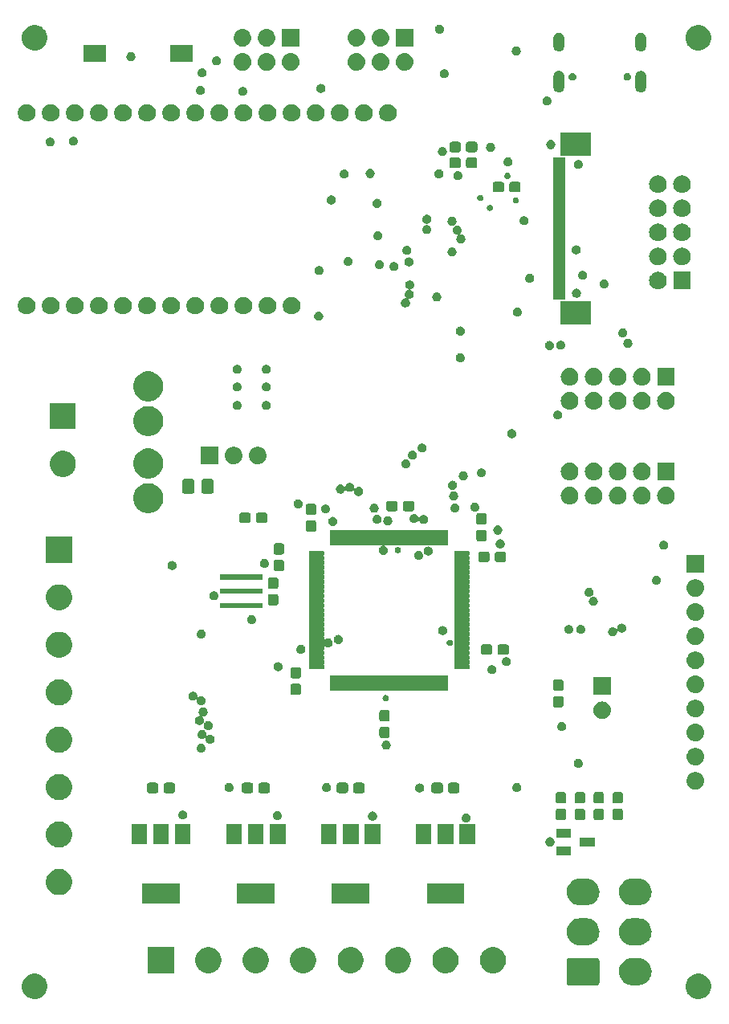
<source format=gbr>
G04 #@! TF.GenerationSoftware,KiCad,Pcbnew,(5.1.2-1)-1*
G04 #@! TF.CreationDate,2019-12-09T19:08:40-07:00*
G04 #@! TF.ProjectId,Snack Machine,536e6163-6b20-44d6-9163-68696e652e6b,rev?*
G04 #@! TF.SameCoordinates,Original*
G04 #@! TF.FileFunction,Soldermask,Top*
G04 #@! TF.FilePolarity,Negative*
%FSLAX46Y46*%
G04 Gerber Fmt 4.6, Leading zero omitted, Abs format (unit mm)*
G04 Created by KiCad (PCBNEW (5.1.2-1)-1) date 2019-12-09 19:08:40*
%MOMM*%
%LPD*%
G04 APERTURE LIST*
%ADD10C,0.100000*%
G04 APERTURE END LIST*
D10*
G36*
X173394131Y-141700726D02*
G01*
X173640031Y-141802580D01*
X173728556Y-141861731D01*
X173861340Y-141950454D01*
X174049546Y-142138660D01*
X174138269Y-142271444D01*
X174197420Y-142359969D01*
X174299274Y-142605869D01*
X174351200Y-142866918D01*
X174351200Y-143133082D01*
X174299274Y-143394131D01*
X174197420Y-143640031D01*
X174138269Y-143728556D01*
X174049546Y-143861340D01*
X173861340Y-144049546D01*
X173728556Y-144138269D01*
X173640031Y-144197420D01*
X173394131Y-144299274D01*
X173133082Y-144351200D01*
X172866918Y-144351200D01*
X172605869Y-144299274D01*
X172359969Y-144197420D01*
X172271444Y-144138269D01*
X172138660Y-144049546D01*
X171950454Y-143861340D01*
X171861731Y-143728556D01*
X171802580Y-143640031D01*
X171700726Y-143394131D01*
X171648800Y-143133082D01*
X171648800Y-142866918D01*
X171700726Y-142605869D01*
X171802580Y-142359969D01*
X171861731Y-142271444D01*
X171950454Y-142138660D01*
X172138660Y-141950454D01*
X172271444Y-141861731D01*
X172359969Y-141802580D01*
X172605869Y-141700726D01*
X172866918Y-141648800D01*
X173133082Y-141648800D01*
X173394131Y-141700726D01*
X173394131Y-141700726D01*
G37*
G36*
X103394131Y-141700726D02*
G01*
X103640031Y-141802580D01*
X103728556Y-141861731D01*
X103861340Y-141950454D01*
X104049546Y-142138660D01*
X104138269Y-142271444D01*
X104197420Y-142359969D01*
X104299274Y-142605869D01*
X104351200Y-142866918D01*
X104351200Y-143133082D01*
X104299274Y-143394131D01*
X104197420Y-143640031D01*
X104138269Y-143728556D01*
X104049546Y-143861340D01*
X103861340Y-144049546D01*
X103728556Y-144138269D01*
X103640031Y-144197420D01*
X103394131Y-144299274D01*
X103133082Y-144351200D01*
X102866918Y-144351200D01*
X102605869Y-144299274D01*
X102359969Y-144197420D01*
X102271444Y-144138269D01*
X102138660Y-144049546D01*
X101950454Y-143861340D01*
X101861731Y-143728556D01*
X101802580Y-143640031D01*
X101700726Y-143394131D01*
X101648800Y-143133082D01*
X101648800Y-142866918D01*
X101700726Y-142605869D01*
X101802580Y-142359969D01*
X101861731Y-142271444D01*
X101950454Y-142138660D01*
X102138660Y-141950454D01*
X102271444Y-141861731D01*
X102359969Y-141802580D01*
X102605869Y-141700726D01*
X102866918Y-141648800D01*
X103133082Y-141648800D01*
X103394131Y-141700726D01*
X103394131Y-141700726D01*
G37*
G36*
X162379880Y-140025920D02*
G01*
X162421616Y-140038580D01*
X162460081Y-140059140D01*
X162493793Y-140086807D01*
X162521460Y-140120519D01*
X162542020Y-140158984D01*
X162554680Y-140200720D01*
X162559200Y-140246613D01*
X162559200Y-142648587D01*
X162554680Y-142694480D01*
X162542020Y-142736216D01*
X162521460Y-142774681D01*
X162493793Y-142808393D01*
X162460081Y-142836060D01*
X162421616Y-142856620D01*
X162379880Y-142869280D01*
X162333987Y-142873800D01*
X159332013Y-142873800D01*
X159286120Y-142869280D01*
X159244384Y-142856620D01*
X159205919Y-142836060D01*
X159172207Y-142808393D01*
X159144540Y-142774681D01*
X159123980Y-142736216D01*
X159111320Y-142694480D01*
X159106800Y-142648587D01*
X159106800Y-140246613D01*
X159111320Y-140200720D01*
X159123980Y-140158984D01*
X159144540Y-140120519D01*
X159172207Y-140086807D01*
X159205919Y-140059140D01*
X159244384Y-140038580D01*
X159286120Y-140025920D01*
X159332013Y-140021400D01*
X162333987Y-140021400D01*
X162379880Y-140025920D01*
X162379880Y-140025920D01*
G37*
G36*
X166912580Y-140042035D02*
G01*
X167106603Y-140100891D01*
X167181424Y-140123588D01*
X167429188Y-140256021D01*
X167646355Y-140434245D01*
X167824579Y-140651412D01*
X167957012Y-140899176D01*
X167957012Y-140899177D01*
X168038565Y-141168020D01*
X168066101Y-141447600D01*
X168038565Y-141727180D01*
X167979709Y-141921203D01*
X167957012Y-141996024D01*
X167824579Y-142243788D01*
X167646355Y-142460955D01*
X167429188Y-142639179D01*
X167181424Y-142771612D01*
X167106603Y-142794309D01*
X166912580Y-142853165D01*
X166703065Y-142873800D01*
X165962935Y-142873800D01*
X165753420Y-142853165D01*
X165559397Y-142794309D01*
X165484576Y-142771612D01*
X165236812Y-142639179D01*
X165019645Y-142460955D01*
X164841421Y-142243788D01*
X164708988Y-141996024D01*
X164686291Y-141921203D01*
X164627435Y-141727180D01*
X164599899Y-141447600D01*
X164627435Y-141168020D01*
X164708988Y-140899177D01*
X164708988Y-140899176D01*
X164841421Y-140651412D01*
X165019645Y-140434245D01*
X165236812Y-140256021D01*
X165484576Y-140123588D01*
X165559397Y-140100891D01*
X165753420Y-140042035D01*
X165962935Y-140021400D01*
X166703065Y-140021400D01*
X166912580Y-140042035D01*
X166912580Y-140042035D01*
G37*
G36*
X146732423Y-138936286D02*
G01*
X146982876Y-139040027D01*
X147208278Y-139190636D01*
X147399964Y-139382322D01*
X147550573Y-139607724D01*
X147654314Y-139858177D01*
X147707200Y-140124056D01*
X147707200Y-140395144D01*
X147654314Y-140661023D01*
X147550573Y-140911476D01*
X147399964Y-141136878D01*
X147208278Y-141328564D01*
X146982876Y-141479173D01*
X146732423Y-141582914D01*
X146466544Y-141635800D01*
X146195456Y-141635800D01*
X145929577Y-141582914D01*
X145679124Y-141479173D01*
X145453722Y-141328564D01*
X145262036Y-141136878D01*
X145111427Y-140911476D01*
X145007686Y-140661023D01*
X144954800Y-140395144D01*
X144954800Y-140124056D01*
X145007686Y-139858177D01*
X145111427Y-139607724D01*
X145262036Y-139382322D01*
X145453722Y-139190636D01*
X145679124Y-139040027D01*
X145929577Y-138936286D01*
X146195456Y-138883400D01*
X146466544Y-138883400D01*
X146732423Y-138936286D01*
X146732423Y-138936286D01*
G37*
G36*
X141732423Y-138936286D02*
G01*
X141982876Y-139040027D01*
X142208278Y-139190636D01*
X142399964Y-139382322D01*
X142550573Y-139607724D01*
X142654314Y-139858177D01*
X142707200Y-140124056D01*
X142707200Y-140395144D01*
X142654314Y-140661023D01*
X142550573Y-140911476D01*
X142399964Y-141136878D01*
X142208278Y-141328564D01*
X141982876Y-141479173D01*
X141732423Y-141582914D01*
X141466544Y-141635800D01*
X141195456Y-141635800D01*
X140929577Y-141582914D01*
X140679124Y-141479173D01*
X140453722Y-141328564D01*
X140262036Y-141136878D01*
X140111427Y-140911476D01*
X140007686Y-140661023D01*
X139954800Y-140395144D01*
X139954800Y-140124056D01*
X140007686Y-139858177D01*
X140111427Y-139607724D01*
X140262036Y-139382322D01*
X140453722Y-139190636D01*
X140679124Y-139040027D01*
X140929577Y-138936286D01*
X141195456Y-138883400D01*
X141466544Y-138883400D01*
X141732423Y-138936286D01*
X141732423Y-138936286D01*
G37*
G36*
X136732423Y-138936286D02*
G01*
X136982876Y-139040027D01*
X137208278Y-139190636D01*
X137399964Y-139382322D01*
X137550573Y-139607724D01*
X137654314Y-139858177D01*
X137707200Y-140124056D01*
X137707200Y-140395144D01*
X137654314Y-140661023D01*
X137550573Y-140911476D01*
X137399964Y-141136878D01*
X137208278Y-141328564D01*
X136982876Y-141479173D01*
X136732423Y-141582914D01*
X136466544Y-141635800D01*
X136195456Y-141635800D01*
X135929577Y-141582914D01*
X135679124Y-141479173D01*
X135453722Y-141328564D01*
X135262036Y-141136878D01*
X135111427Y-140911476D01*
X135007686Y-140661023D01*
X134954800Y-140395144D01*
X134954800Y-140124056D01*
X135007686Y-139858177D01*
X135111427Y-139607724D01*
X135262036Y-139382322D01*
X135453722Y-139190636D01*
X135679124Y-139040027D01*
X135929577Y-138936286D01*
X136195456Y-138883400D01*
X136466544Y-138883400D01*
X136732423Y-138936286D01*
X136732423Y-138936286D01*
G37*
G36*
X131732423Y-138936286D02*
G01*
X131982876Y-139040027D01*
X132208278Y-139190636D01*
X132399964Y-139382322D01*
X132550573Y-139607724D01*
X132654314Y-139858177D01*
X132707200Y-140124056D01*
X132707200Y-140395144D01*
X132654314Y-140661023D01*
X132550573Y-140911476D01*
X132399964Y-141136878D01*
X132208278Y-141328564D01*
X131982876Y-141479173D01*
X131732423Y-141582914D01*
X131466544Y-141635800D01*
X131195456Y-141635800D01*
X130929577Y-141582914D01*
X130679124Y-141479173D01*
X130453722Y-141328564D01*
X130262036Y-141136878D01*
X130111427Y-140911476D01*
X130007686Y-140661023D01*
X129954800Y-140395144D01*
X129954800Y-140124056D01*
X130007686Y-139858177D01*
X130111427Y-139607724D01*
X130262036Y-139382322D01*
X130453722Y-139190636D01*
X130679124Y-139040027D01*
X130929577Y-138936286D01*
X131195456Y-138883400D01*
X131466544Y-138883400D01*
X131732423Y-138936286D01*
X131732423Y-138936286D01*
G37*
G36*
X126732423Y-138936286D02*
G01*
X126982876Y-139040027D01*
X127208278Y-139190636D01*
X127399964Y-139382322D01*
X127550573Y-139607724D01*
X127654314Y-139858177D01*
X127707200Y-140124056D01*
X127707200Y-140395144D01*
X127654314Y-140661023D01*
X127550573Y-140911476D01*
X127399964Y-141136878D01*
X127208278Y-141328564D01*
X126982876Y-141479173D01*
X126732423Y-141582914D01*
X126466544Y-141635800D01*
X126195456Y-141635800D01*
X125929577Y-141582914D01*
X125679124Y-141479173D01*
X125453722Y-141328564D01*
X125262036Y-141136878D01*
X125111427Y-140911476D01*
X125007686Y-140661023D01*
X124954800Y-140395144D01*
X124954800Y-140124056D01*
X125007686Y-139858177D01*
X125111427Y-139607724D01*
X125262036Y-139382322D01*
X125453722Y-139190636D01*
X125679124Y-139040027D01*
X125929577Y-138936286D01*
X126195456Y-138883400D01*
X126466544Y-138883400D01*
X126732423Y-138936286D01*
X126732423Y-138936286D01*
G37*
G36*
X121732423Y-138936286D02*
G01*
X121982876Y-139040027D01*
X122208278Y-139190636D01*
X122399964Y-139382322D01*
X122550573Y-139607724D01*
X122654314Y-139858177D01*
X122707200Y-140124056D01*
X122707200Y-140395144D01*
X122654314Y-140661023D01*
X122550573Y-140911476D01*
X122399964Y-141136878D01*
X122208278Y-141328564D01*
X121982876Y-141479173D01*
X121732423Y-141582914D01*
X121466544Y-141635800D01*
X121195456Y-141635800D01*
X120929577Y-141582914D01*
X120679124Y-141479173D01*
X120453722Y-141328564D01*
X120262036Y-141136878D01*
X120111427Y-140911476D01*
X120007686Y-140661023D01*
X119954800Y-140395144D01*
X119954800Y-140124056D01*
X120007686Y-139858177D01*
X120111427Y-139607724D01*
X120262036Y-139382322D01*
X120453722Y-139190636D01*
X120679124Y-139040027D01*
X120929577Y-138936286D01*
X121195456Y-138883400D01*
X121466544Y-138883400D01*
X121732423Y-138936286D01*
X121732423Y-138936286D01*
G37*
G36*
X117707200Y-141635800D02*
G01*
X114954800Y-141635800D01*
X114954800Y-138883400D01*
X117707200Y-138883400D01*
X117707200Y-141635800D01*
X117707200Y-141635800D01*
G37*
G36*
X151732423Y-138936286D02*
G01*
X151982876Y-139040027D01*
X152208278Y-139190636D01*
X152399964Y-139382322D01*
X152550573Y-139607724D01*
X152654314Y-139858177D01*
X152707200Y-140124056D01*
X152707200Y-140395144D01*
X152654314Y-140661023D01*
X152550573Y-140911476D01*
X152399964Y-141136878D01*
X152208278Y-141328564D01*
X151982876Y-141479173D01*
X151732423Y-141582914D01*
X151466544Y-141635800D01*
X151195456Y-141635800D01*
X150929577Y-141582914D01*
X150679124Y-141479173D01*
X150453722Y-141328564D01*
X150262036Y-141136878D01*
X150111427Y-140911476D01*
X150007686Y-140661023D01*
X149954800Y-140395144D01*
X149954800Y-140124056D01*
X150007686Y-139858177D01*
X150111427Y-139607724D01*
X150262036Y-139382322D01*
X150453722Y-139190636D01*
X150679124Y-139040027D01*
X150929577Y-138936286D01*
X151195456Y-138883400D01*
X151466544Y-138883400D01*
X151732423Y-138936286D01*
X151732423Y-138936286D01*
G37*
G36*
X166912580Y-135842035D02*
G01*
X167106603Y-135900891D01*
X167181424Y-135923588D01*
X167429188Y-136056021D01*
X167646355Y-136234245D01*
X167824579Y-136451412D01*
X167957012Y-136699176D01*
X167957012Y-136699177D01*
X168038565Y-136968020D01*
X168066101Y-137247600D01*
X168038565Y-137527180D01*
X167979709Y-137721203D01*
X167957012Y-137796024D01*
X167824579Y-138043788D01*
X167646355Y-138260955D01*
X167429188Y-138439179D01*
X167181424Y-138571612D01*
X167106603Y-138594309D01*
X166912580Y-138653165D01*
X166703065Y-138673800D01*
X165962935Y-138673800D01*
X165753420Y-138653165D01*
X165559397Y-138594309D01*
X165484576Y-138571612D01*
X165236812Y-138439179D01*
X165019645Y-138260955D01*
X164841421Y-138043788D01*
X164708988Y-137796024D01*
X164686291Y-137721203D01*
X164627435Y-137527180D01*
X164599899Y-137247600D01*
X164627435Y-136968020D01*
X164708988Y-136699177D01*
X164708988Y-136699176D01*
X164841421Y-136451412D01*
X165019645Y-136234245D01*
X165236812Y-136056021D01*
X165484576Y-135923588D01*
X165559397Y-135900891D01*
X165753420Y-135842035D01*
X165962935Y-135821400D01*
X166703065Y-135821400D01*
X166912580Y-135842035D01*
X166912580Y-135842035D01*
G37*
G36*
X161412580Y-135842035D02*
G01*
X161606603Y-135900891D01*
X161681424Y-135923588D01*
X161929188Y-136056021D01*
X162146355Y-136234245D01*
X162324579Y-136451412D01*
X162457012Y-136699176D01*
X162457012Y-136699177D01*
X162538565Y-136968020D01*
X162566101Y-137247600D01*
X162538565Y-137527180D01*
X162479709Y-137721203D01*
X162457012Y-137796024D01*
X162324579Y-138043788D01*
X162146355Y-138260955D01*
X161929188Y-138439179D01*
X161681424Y-138571612D01*
X161606603Y-138594309D01*
X161412580Y-138653165D01*
X161203065Y-138673800D01*
X160462935Y-138673800D01*
X160253420Y-138653165D01*
X160059397Y-138594309D01*
X159984576Y-138571612D01*
X159736812Y-138439179D01*
X159519645Y-138260955D01*
X159341421Y-138043788D01*
X159208988Y-137796024D01*
X159186291Y-137721203D01*
X159127435Y-137527180D01*
X159099899Y-137247600D01*
X159127435Y-136968020D01*
X159208988Y-136699177D01*
X159208988Y-136699176D01*
X159341421Y-136451412D01*
X159519645Y-136234245D01*
X159736812Y-136056021D01*
X159984576Y-135923588D01*
X160059397Y-135900891D01*
X160253420Y-135842035D01*
X160462935Y-135821400D01*
X161203065Y-135821400D01*
X161412580Y-135842035D01*
X161412580Y-135842035D01*
G37*
G36*
X161412580Y-131642035D02*
G01*
X161606603Y-131700891D01*
X161681424Y-131723588D01*
X161929188Y-131856021D01*
X162146355Y-132034245D01*
X162324579Y-132251412D01*
X162457012Y-132499176D01*
X162457012Y-132499177D01*
X162538565Y-132768020D01*
X162566101Y-133047600D01*
X162538565Y-133327180D01*
X162479709Y-133521203D01*
X162457012Y-133596024D01*
X162324579Y-133843788D01*
X162146355Y-134060955D01*
X161929188Y-134239179D01*
X161681424Y-134371612D01*
X161606603Y-134394309D01*
X161412580Y-134453165D01*
X161203065Y-134473800D01*
X160462935Y-134473800D01*
X160253420Y-134453165D01*
X160059397Y-134394309D01*
X159984576Y-134371612D01*
X159736812Y-134239179D01*
X159519645Y-134060955D01*
X159341421Y-133843788D01*
X159208988Y-133596024D01*
X159186291Y-133521203D01*
X159127435Y-133327180D01*
X159099899Y-133047600D01*
X159127435Y-132768020D01*
X159208988Y-132499177D01*
X159208988Y-132499176D01*
X159341421Y-132251412D01*
X159519645Y-132034245D01*
X159736812Y-131856021D01*
X159984576Y-131723588D01*
X160059397Y-131700891D01*
X160253420Y-131642035D01*
X160462935Y-131621400D01*
X161203065Y-131621400D01*
X161412580Y-131642035D01*
X161412580Y-131642035D01*
G37*
G36*
X166912580Y-131642035D02*
G01*
X167106603Y-131700891D01*
X167181424Y-131723588D01*
X167429188Y-131856021D01*
X167646355Y-132034245D01*
X167824579Y-132251412D01*
X167957012Y-132499176D01*
X167957012Y-132499177D01*
X168038565Y-132768020D01*
X168066101Y-133047600D01*
X168038565Y-133327180D01*
X167979709Y-133521203D01*
X167957012Y-133596024D01*
X167824579Y-133843788D01*
X167646355Y-134060955D01*
X167429188Y-134239179D01*
X167181424Y-134371612D01*
X167106603Y-134394309D01*
X166912580Y-134453165D01*
X166703065Y-134473800D01*
X165962935Y-134473800D01*
X165753420Y-134453165D01*
X165559397Y-134394309D01*
X165484576Y-134371612D01*
X165236812Y-134239179D01*
X165019645Y-134060955D01*
X164841421Y-133843788D01*
X164708988Y-133596024D01*
X164686291Y-133521203D01*
X164627435Y-133327180D01*
X164599899Y-133047600D01*
X164627435Y-132768020D01*
X164708988Y-132499177D01*
X164708988Y-132499176D01*
X164841421Y-132251412D01*
X165019645Y-132034245D01*
X165236812Y-131856021D01*
X165484576Y-131723588D01*
X165559397Y-131700891D01*
X165753420Y-131642035D01*
X165962935Y-131621400D01*
X166703065Y-131621400D01*
X166912580Y-131642035D01*
X166912580Y-131642035D01*
G37*
G36*
X148307200Y-134307800D02*
G01*
X144354800Y-134307800D01*
X144354800Y-132155400D01*
X148307200Y-132155400D01*
X148307200Y-134307800D01*
X148307200Y-134307800D01*
G37*
G36*
X138307200Y-134307800D02*
G01*
X134354800Y-134307800D01*
X134354800Y-132155400D01*
X138307200Y-132155400D01*
X138307200Y-134307800D01*
X138307200Y-134307800D01*
G37*
G36*
X128307200Y-134307800D02*
G01*
X124354800Y-134307800D01*
X124354800Y-132155400D01*
X128307200Y-132155400D01*
X128307200Y-134307800D01*
X128307200Y-134307800D01*
G37*
G36*
X118307200Y-134307800D02*
G01*
X114354800Y-134307800D01*
X114354800Y-132155400D01*
X118307200Y-132155400D01*
X118307200Y-134307800D01*
X118307200Y-134307800D01*
G37*
G36*
X105989423Y-130674286D02*
G01*
X106239876Y-130778027D01*
X106465278Y-130928636D01*
X106656964Y-131120322D01*
X106807573Y-131345724D01*
X106911314Y-131596177D01*
X106964200Y-131862056D01*
X106964200Y-132133144D01*
X106911314Y-132399023D01*
X106807573Y-132649476D01*
X106656964Y-132874878D01*
X106465278Y-133066564D01*
X106239876Y-133217173D01*
X105989423Y-133320914D01*
X105723544Y-133373800D01*
X105452456Y-133373800D01*
X105186577Y-133320914D01*
X104936124Y-133217173D01*
X104710722Y-133066564D01*
X104519036Y-132874878D01*
X104368427Y-132649476D01*
X104264686Y-132399023D01*
X104211800Y-132133144D01*
X104211800Y-131862056D01*
X104264686Y-131596177D01*
X104368427Y-131345724D01*
X104519036Y-131120322D01*
X104710722Y-130928636D01*
X104936124Y-130778027D01*
X105186577Y-130674286D01*
X105452456Y-130621400D01*
X105723544Y-130621400D01*
X105989423Y-130674286D01*
X105989423Y-130674286D01*
G37*
G36*
X159571600Y-129213600D02*
G01*
X158019200Y-129213600D01*
X158019200Y-128261200D01*
X159571600Y-128261200D01*
X159571600Y-129213600D01*
X159571600Y-129213600D01*
G37*
G36*
X105989423Y-125674286D02*
G01*
X106239876Y-125778027D01*
X106465278Y-125928636D01*
X106656964Y-126120322D01*
X106807573Y-126345724D01*
X106911314Y-126596177D01*
X106964200Y-126862056D01*
X106964200Y-127133144D01*
X106911314Y-127399023D01*
X106807573Y-127649476D01*
X106656964Y-127874878D01*
X106465278Y-128066564D01*
X106239876Y-128217173D01*
X105989423Y-128320914D01*
X105723544Y-128373800D01*
X105452456Y-128373800D01*
X105186577Y-128320914D01*
X104936124Y-128217173D01*
X104710722Y-128066564D01*
X104519036Y-127874878D01*
X104368427Y-127649476D01*
X104264686Y-127399023D01*
X104211800Y-127133144D01*
X104211800Y-126862056D01*
X104264686Y-126596177D01*
X104368427Y-126345724D01*
X104519036Y-126120322D01*
X104710722Y-125928636D01*
X104936124Y-125778027D01*
X105186577Y-125674286D01*
X105452456Y-125621400D01*
X105723544Y-125621400D01*
X105989423Y-125674286D01*
X105989423Y-125674286D01*
G37*
G36*
X162071600Y-128263600D02*
G01*
X160519200Y-128263600D01*
X160519200Y-127311200D01*
X162071600Y-127311200D01*
X162071600Y-128263600D01*
X162071600Y-128263600D01*
G37*
G36*
X157491903Y-127304100D02*
G01*
X157578563Y-127339995D01*
X157609763Y-127360843D01*
X157656560Y-127392111D01*
X157722889Y-127458440D01*
X157754157Y-127505237D01*
X157775005Y-127536437D01*
X157810900Y-127623097D01*
X157829200Y-127715098D01*
X157829200Y-127808902D01*
X157810900Y-127900903D01*
X157775005Y-127987563D01*
X157761483Y-128007800D01*
X157722889Y-128065560D01*
X157656560Y-128131889D01*
X157609763Y-128163157D01*
X157578563Y-128184005D01*
X157491903Y-128219900D01*
X157399902Y-128238200D01*
X157306098Y-128238200D01*
X157214097Y-128219900D01*
X157127437Y-128184005D01*
X157096237Y-128163157D01*
X157049440Y-128131889D01*
X156983111Y-128065560D01*
X156944517Y-128007800D01*
X156930995Y-127987563D01*
X156895100Y-127900903D01*
X156876800Y-127808902D01*
X156876800Y-127715098D01*
X156895100Y-127623097D01*
X156930995Y-127536437D01*
X156951843Y-127505237D01*
X156983111Y-127458440D01*
X157049440Y-127392111D01*
X157096237Y-127360843D01*
X157127437Y-127339995D01*
X157214097Y-127304100D01*
X157306098Y-127285800D01*
X157399902Y-127285800D01*
X157491903Y-127304100D01*
X157491903Y-127304100D01*
G37*
G36*
X139457200Y-128007800D02*
G01*
X137804800Y-128007800D01*
X137804800Y-125855400D01*
X139457200Y-125855400D01*
X139457200Y-128007800D01*
X139457200Y-128007800D01*
G37*
G36*
X137157200Y-128007800D02*
G01*
X135504800Y-128007800D01*
X135504800Y-125855400D01*
X137157200Y-125855400D01*
X137157200Y-128007800D01*
X137157200Y-128007800D01*
G37*
G36*
X127157200Y-128007800D02*
G01*
X125504800Y-128007800D01*
X125504800Y-125855400D01*
X127157200Y-125855400D01*
X127157200Y-128007800D01*
X127157200Y-128007800D01*
G37*
G36*
X124857200Y-128007800D02*
G01*
X123204800Y-128007800D01*
X123204800Y-125855400D01*
X124857200Y-125855400D01*
X124857200Y-128007800D01*
X124857200Y-128007800D01*
G37*
G36*
X134857200Y-128007800D02*
G01*
X133204800Y-128007800D01*
X133204800Y-125855400D01*
X134857200Y-125855400D01*
X134857200Y-128007800D01*
X134857200Y-128007800D01*
G37*
G36*
X129457200Y-128007800D02*
G01*
X127804800Y-128007800D01*
X127804800Y-125855400D01*
X129457200Y-125855400D01*
X129457200Y-128007800D01*
X129457200Y-128007800D01*
G37*
G36*
X144857200Y-128007800D02*
G01*
X143204800Y-128007800D01*
X143204800Y-125855400D01*
X144857200Y-125855400D01*
X144857200Y-128007800D01*
X144857200Y-128007800D01*
G37*
G36*
X147157200Y-128007800D02*
G01*
X145504800Y-128007800D01*
X145504800Y-125855400D01*
X147157200Y-125855400D01*
X147157200Y-128007800D01*
X147157200Y-128007800D01*
G37*
G36*
X149457200Y-128007800D02*
G01*
X147804800Y-128007800D01*
X147804800Y-125855400D01*
X149457200Y-125855400D01*
X149457200Y-128007800D01*
X149457200Y-128007800D01*
G37*
G36*
X119457200Y-128007800D02*
G01*
X117804800Y-128007800D01*
X117804800Y-125855400D01*
X119457200Y-125855400D01*
X119457200Y-128007800D01*
X119457200Y-128007800D01*
G37*
G36*
X117157200Y-128007800D02*
G01*
X115504800Y-128007800D01*
X115504800Y-125855400D01*
X117157200Y-125855400D01*
X117157200Y-128007800D01*
X117157200Y-128007800D01*
G37*
G36*
X114857200Y-128007800D02*
G01*
X113204800Y-128007800D01*
X113204800Y-125855400D01*
X114857200Y-125855400D01*
X114857200Y-128007800D01*
X114857200Y-128007800D01*
G37*
G36*
X159571600Y-127313600D02*
G01*
X158019200Y-127313600D01*
X158019200Y-126361200D01*
X159571600Y-126361200D01*
X159571600Y-127313600D01*
X159571600Y-127313600D01*
G37*
G36*
X148652703Y-124789500D02*
G01*
X148739363Y-124825395D01*
X148770563Y-124846243D01*
X148817360Y-124877511D01*
X148883689Y-124943840D01*
X148897227Y-124964102D01*
X148935805Y-125021837D01*
X148971700Y-125108497D01*
X148990000Y-125200498D01*
X148990000Y-125294302D01*
X148971700Y-125386303D01*
X148935805Y-125472963D01*
X148916336Y-125502100D01*
X148883689Y-125550960D01*
X148817360Y-125617289D01*
X148770563Y-125648557D01*
X148739363Y-125669405D01*
X148652703Y-125705300D01*
X148560702Y-125723600D01*
X148466898Y-125723600D01*
X148374897Y-125705300D01*
X148288237Y-125669405D01*
X148257037Y-125648557D01*
X148210240Y-125617289D01*
X148143911Y-125550960D01*
X148111264Y-125502100D01*
X148091795Y-125472963D01*
X148055900Y-125386303D01*
X148037600Y-125294302D01*
X148037600Y-125200498D01*
X148055900Y-125108497D01*
X148091795Y-125021837D01*
X148130373Y-124964102D01*
X148143911Y-124943840D01*
X148210240Y-124877511D01*
X148257037Y-124846243D01*
X148288237Y-124825395D01*
X148374897Y-124789500D01*
X148466898Y-124771200D01*
X148560702Y-124771200D01*
X148652703Y-124789500D01*
X148652703Y-124789500D01*
G37*
G36*
X138772103Y-124586300D02*
G01*
X138858763Y-124622195D01*
X138889963Y-124643043D01*
X138936760Y-124674311D01*
X139003089Y-124740640D01*
X139021261Y-124767837D01*
X139055205Y-124818637D01*
X139091100Y-124905297D01*
X139109400Y-124997298D01*
X139109400Y-125091102D01*
X139091100Y-125183103D01*
X139055205Y-125269763D01*
X139051865Y-125274761D01*
X139003089Y-125347760D01*
X138936760Y-125414089D01*
X138907215Y-125433830D01*
X138858763Y-125466205D01*
X138772103Y-125502100D01*
X138680102Y-125520400D01*
X138586298Y-125520400D01*
X138494297Y-125502100D01*
X138407637Y-125466205D01*
X138359185Y-125433830D01*
X138329640Y-125414089D01*
X138263311Y-125347760D01*
X138214535Y-125274761D01*
X138211195Y-125269763D01*
X138175300Y-125183103D01*
X138157000Y-125091102D01*
X138157000Y-124997298D01*
X138175300Y-124905297D01*
X138211195Y-124818637D01*
X138245139Y-124767837D01*
X138263311Y-124740640D01*
X138329640Y-124674311D01*
X138376437Y-124643043D01*
X138407637Y-124622195D01*
X138494297Y-124586300D01*
X138586298Y-124568000D01*
X138680102Y-124568000D01*
X138772103Y-124586300D01*
X138772103Y-124586300D01*
G37*
G36*
X162849761Y-124278848D02*
G01*
X162896655Y-124293073D01*
X162939866Y-124316170D01*
X162977744Y-124347256D01*
X163008830Y-124385134D01*
X163031927Y-124428345D01*
X163046152Y-124475239D01*
X163051200Y-124526493D01*
X163051200Y-125223507D01*
X163046152Y-125274761D01*
X163031927Y-125321655D01*
X163008830Y-125364866D01*
X162977744Y-125402744D01*
X162939866Y-125433830D01*
X162896655Y-125456927D01*
X162849761Y-125471152D01*
X162798507Y-125476200D01*
X162201493Y-125476200D01*
X162150239Y-125471152D01*
X162103345Y-125456927D01*
X162060134Y-125433830D01*
X162022256Y-125402744D01*
X161991170Y-125364866D01*
X161968073Y-125321655D01*
X161953848Y-125274761D01*
X161948800Y-125223507D01*
X161948800Y-124526493D01*
X161953848Y-124475239D01*
X161968073Y-124428345D01*
X161991170Y-124385134D01*
X162022256Y-124347256D01*
X162060134Y-124316170D01*
X162103345Y-124293073D01*
X162150239Y-124278848D01*
X162201493Y-124273800D01*
X162798507Y-124273800D01*
X162849761Y-124278848D01*
X162849761Y-124278848D01*
G37*
G36*
X158849761Y-124278848D02*
G01*
X158896655Y-124293073D01*
X158939866Y-124316170D01*
X158977744Y-124347256D01*
X159008830Y-124385134D01*
X159031927Y-124428345D01*
X159046152Y-124475239D01*
X159051200Y-124526493D01*
X159051200Y-125223507D01*
X159046152Y-125274761D01*
X159031927Y-125321655D01*
X159008830Y-125364866D01*
X158977744Y-125402744D01*
X158939866Y-125433830D01*
X158896655Y-125456927D01*
X158849761Y-125471152D01*
X158798507Y-125476200D01*
X158201493Y-125476200D01*
X158150239Y-125471152D01*
X158103345Y-125456927D01*
X158060134Y-125433830D01*
X158022256Y-125402744D01*
X157991170Y-125364866D01*
X157968073Y-125321655D01*
X157953848Y-125274761D01*
X157948800Y-125223507D01*
X157948800Y-124526493D01*
X157953848Y-124475239D01*
X157968073Y-124428345D01*
X157991170Y-124385134D01*
X158022256Y-124347256D01*
X158060134Y-124316170D01*
X158103345Y-124293073D01*
X158150239Y-124278848D01*
X158201493Y-124273800D01*
X158798507Y-124273800D01*
X158849761Y-124278848D01*
X158849761Y-124278848D01*
G37*
G36*
X160849761Y-124278848D02*
G01*
X160896655Y-124293073D01*
X160939866Y-124316170D01*
X160977744Y-124347256D01*
X161008830Y-124385134D01*
X161031927Y-124428345D01*
X161046152Y-124475239D01*
X161051200Y-124526493D01*
X161051200Y-125223507D01*
X161046152Y-125274761D01*
X161031927Y-125321655D01*
X161008830Y-125364866D01*
X160977744Y-125402744D01*
X160939866Y-125433830D01*
X160896655Y-125456927D01*
X160849761Y-125471152D01*
X160798507Y-125476200D01*
X160201493Y-125476200D01*
X160150239Y-125471152D01*
X160103345Y-125456927D01*
X160060134Y-125433830D01*
X160022256Y-125402744D01*
X159991170Y-125364866D01*
X159968073Y-125321655D01*
X159953848Y-125274761D01*
X159948800Y-125223507D01*
X159948800Y-124526493D01*
X159953848Y-124475239D01*
X159968073Y-124428345D01*
X159991170Y-124385134D01*
X160022256Y-124347256D01*
X160060134Y-124316170D01*
X160103345Y-124293073D01*
X160150239Y-124278848D01*
X160201493Y-124273800D01*
X160798507Y-124273800D01*
X160849761Y-124278848D01*
X160849761Y-124278848D01*
G37*
G36*
X164849761Y-124278848D02*
G01*
X164896655Y-124293073D01*
X164939866Y-124316170D01*
X164977744Y-124347256D01*
X165008830Y-124385134D01*
X165031927Y-124428345D01*
X165046152Y-124475239D01*
X165051200Y-124526493D01*
X165051200Y-125223507D01*
X165046152Y-125274761D01*
X165031927Y-125321655D01*
X165008830Y-125364866D01*
X164977744Y-125402744D01*
X164939866Y-125433830D01*
X164896655Y-125456927D01*
X164849761Y-125471152D01*
X164798507Y-125476200D01*
X164201493Y-125476200D01*
X164150239Y-125471152D01*
X164103345Y-125456927D01*
X164060134Y-125433830D01*
X164022256Y-125402744D01*
X163991170Y-125364866D01*
X163968073Y-125321655D01*
X163953848Y-125274761D01*
X163948800Y-125223507D01*
X163948800Y-124526493D01*
X163953848Y-124475239D01*
X163968073Y-124428345D01*
X163991170Y-124385134D01*
X164022256Y-124347256D01*
X164060134Y-124316170D01*
X164103345Y-124293073D01*
X164150239Y-124278848D01*
X164201493Y-124273800D01*
X164798507Y-124273800D01*
X164849761Y-124278848D01*
X164849761Y-124278848D01*
G37*
G36*
X128739103Y-124535500D02*
G01*
X128825763Y-124571395D01*
X128848069Y-124586300D01*
X128903760Y-124623511D01*
X128970089Y-124689840D01*
X129001357Y-124736637D01*
X129022205Y-124767837D01*
X129058100Y-124854497D01*
X129076400Y-124946498D01*
X129076400Y-125040302D01*
X129058100Y-125132303D01*
X129022205Y-125218963D01*
X129001357Y-125250163D01*
X128970089Y-125296960D01*
X128903760Y-125363289D01*
X128858695Y-125393400D01*
X128825763Y-125415405D01*
X128739103Y-125451300D01*
X128647102Y-125469600D01*
X128553298Y-125469600D01*
X128461297Y-125451300D01*
X128374637Y-125415405D01*
X128341705Y-125393400D01*
X128296640Y-125363289D01*
X128230311Y-125296960D01*
X128199043Y-125250163D01*
X128178195Y-125218963D01*
X128142300Y-125132303D01*
X128124000Y-125040302D01*
X128124000Y-124946498D01*
X128142300Y-124854497D01*
X128178195Y-124767837D01*
X128199043Y-124736637D01*
X128230311Y-124689840D01*
X128296640Y-124623511D01*
X128352331Y-124586300D01*
X128374637Y-124571395D01*
X128461297Y-124535500D01*
X128553298Y-124517200D01*
X128647102Y-124517200D01*
X128739103Y-124535500D01*
X128739103Y-124535500D01*
G37*
G36*
X118756903Y-124459300D02*
G01*
X118843563Y-124495195D01*
X118844218Y-124495633D01*
X118921560Y-124547311D01*
X118987889Y-124613640D01*
X119019157Y-124660437D01*
X119040005Y-124691637D01*
X119075900Y-124778297D01*
X119094200Y-124870298D01*
X119094200Y-124964102D01*
X119075900Y-125056103D01*
X119040005Y-125142763D01*
X119019157Y-125173963D01*
X118987889Y-125220760D01*
X118921560Y-125287089D01*
X118874763Y-125318357D01*
X118843563Y-125339205D01*
X118756903Y-125375100D01*
X118664902Y-125393400D01*
X118571098Y-125393400D01*
X118479097Y-125375100D01*
X118392437Y-125339205D01*
X118361237Y-125318357D01*
X118314440Y-125287089D01*
X118248111Y-125220760D01*
X118216843Y-125173963D01*
X118195995Y-125142763D01*
X118160100Y-125056103D01*
X118141800Y-124964102D01*
X118141800Y-124870298D01*
X118160100Y-124778297D01*
X118195995Y-124691637D01*
X118216843Y-124660437D01*
X118248111Y-124613640D01*
X118314440Y-124547311D01*
X118391782Y-124495633D01*
X118392437Y-124495195D01*
X118479097Y-124459300D01*
X118571098Y-124441000D01*
X118664902Y-124441000D01*
X118756903Y-124459300D01*
X118756903Y-124459300D01*
G37*
G36*
X164849761Y-122528848D02*
G01*
X164896655Y-122543073D01*
X164939866Y-122566170D01*
X164977744Y-122597256D01*
X165008830Y-122635134D01*
X165031927Y-122678345D01*
X165046152Y-122725239D01*
X165051200Y-122776493D01*
X165051200Y-123473507D01*
X165046152Y-123524761D01*
X165031927Y-123571655D01*
X165008830Y-123614866D01*
X164977744Y-123652744D01*
X164939866Y-123683830D01*
X164896655Y-123706927D01*
X164849761Y-123721152D01*
X164798507Y-123726200D01*
X164201493Y-123726200D01*
X164150239Y-123721152D01*
X164103345Y-123706927D01*
X164060134Y-123683830D01*
X164022256Y-123652744D01*
X163991170Y-123614866D01*
X163968073Y-123571655D01*
X163953848Y-123524761D01*
X163948800Y-123473507D01*
X163948800Y-122776493D01*
X163953848Y-122725239D01*
X163968073Y-122678345D01*
X163991170Y-122635134D01*
X164022256Y-122597256D01*
X164060134Y-122566170D01*
X164103345Y-122543073D01*
X164150239Y-122528848D01*
X164201493Y-122523800D01*
X164798507Y-122523800D01*
X164849761Y-122528848D01*
X164849761Y-122528848D01*
G37*
G36*
X162849761Y-122528848D02*
G01*
X162896655Y-122543073D01*
X162939866Y-122566170D01*
X162977744Y-122597256D01*
X163008830Y-122635134D01*
X163031927Y-122678345D01*
X163046152Y-122725239D01*
X163051200Y-122776493D01*
X163051200Y-123473507D01*
X163046152Y-123524761D01*
X163031927Y-123571655D01*
X163008830Y-123614866D01*
X162977744Y-123652744D01*
X162939866Y-123683830D01*
X162896655Y-123706927D01*
X162849761Y-123721152D01*
X162798507Y-123726200D01*
X162201493Y-123726200D01*
X162150239Y-123721152D01*
X162103345Y-123706927D01*
X162060134Y-123683830D01*
X162022256Y-123652744D01*
X161991170Y-123614866D01*
X161968073Y-123571655D01*
X161953848Y-123524761D01*
X161948800Y-123473507D01*
X161948800Y-122776493D01*
X161953848Y-122725239D01*
X161968073Y-122678345D01*
X161991170Y-122635134D01*
X162022256Y-122597256D01*
X162060134Y-122566170D01*
X162103345Y-122543073D01*
X162150239Y-122528848D01*
X162201493Y-122523800D01*
X162798507Y-122523800D01*
X162849761Y-122528848D01*
X162849761Y-122528848D01*
G37*
G36*
X160849761Y-122528848D02*
G01*
X160896655Y-122543073D01*
X160939866Y-122566170D01*
X160977744Y-122597256D01*
X161008830Y-122635134D01*
X161031927Y-122678345D01*
X161046152Y-122725239D01*
X161051200Y-122776493D01*
X161051200Y-123473507D01*
X161046152Y-123524761D01*
X161031927Y-123571655D01*
X161008830Y-123614866D01*
X160977744Y-123652744D01*
X160939866Y-123683830D01*
X160896655Y-123706927D01*
X160849761Y-123721152D01*
X160798507Y-123726200D01*
X160201493Y-123726200D01*
X160150239Y-123721152D01*
X160103345Y-123706927D01*
X160060134Y-123683830D01*
X160022256Y-123652744D01*
X159991170Y-123614866D01*
X159968073Y-123571655D01*
X159953848Y-123524761D01*
X159948800Y-123473507D01*
X159948800Y-122776493D01*
X159953848Y-122725239D01*
X159968073Y-122678345D01*
X159991170Y-122635134D01*
X160022256Y-122597256D01*
X160060134Y-122566170D01*
X160103345Y-122543073D01*
X160150239Y-122528848D01*
X160201493Y-122523800D01*
X160798507Y-122523800D01*
X160849761Y-122528848D01*
X160849761Y-122528848D01*
G37*
G36*
X158849761Y-122528848D02*
G01*
X158896655Y-122543073D01*
X158939866Y-122566170D01*
X158977744Y-122597256D01*
X159008830Y-122635134D01*
X159031927Y-122678345D01*
X159046152Y-122725239D01*
X159051200Y-122776493D01*
X159051200Y-123473507D01*
X159046152Y-123524761D01*
X159031927Y-123571655D01*
X159008830Y-123614866D01*
X158977744Y-123652744D01*
X158939866Y-123683830D01*
X158896655Y-123706927D01*
X158849761Y-123721152D01*
X158798507Y-123726200D01*
X158201493Y-123726200D01*
X158150239Y-123721152D01*
X158103345Y-123706927D01*
X158060134Y-123683830D01*
X158022256Y-123652744D01*
X157991170Y-123614866D01*
X157968073Y-123571655D01*
X157953848Y-123524761D01*
X157948800Y-123473507D01*
X157948800Y-122776493D01*
X157953848Y-122725239D01*
X157968073Y-122678345D01*
X157991170Y-122635134D01*
X158022256Y-122597256D01*
X158060134Y-122566170D01*
X158103345Y-122543073D01*
X158150239Y-122528848D01*
X158201493Y-122523800D01*
X158798507Y-122523800D01*
X158849761Y-122528848D01*
X158849761Y-122528848D01*
G37*
G36*
X105989423Y-120674286D02*
G01*
X106239876Y-120778027D01*
X106465278Y-120928636D01*
X106656964Y-121120322D01*
X106807573Y-121345724D01*
X106911314Y-121596177D01*
X106964200Y-121862056D01*
X106964200Y-122133144D01*
X106911314Y-122399023D01*
X106807573Y-122649476D01*
X106656964Y-122874878D01*
X106465278Y-123066564D01*
X106239876Y-123217173D01*
X105989423Y-123320914D01*
X105723544Y-123373800D01*
X105452456Y-123373800D01*
X105186577Y-123320914D01*
X104936124Y-123217173D01*
X104710722Y-123066564D01*
X104519036Y-122874878D01*
X104368427Y-122649476D01*
X104264686Y-122399023D01*
X104211800Y-122133144D01*
X104211800Y-121862056D01*
X104264686Y-121596177D01*
X104368427Y-121345724D01*
X104519036Y-121120322D01*
X104710722Y-120928636D01*
X104936124Y-120778027D01*
X105186577Y-120674286D01*
X105452456Y-120621400D01*
X105723544Y-120621400D01*
X105989423Y-120674286D01*
X105989423Y-120674286D01*
G37*
G36*
X117605761Y-121535448D02*
G01*
X117652655Y-121549673D01*
X117695866Y-121572770D01*
X117733744Y-121603856D01*
X117764830Y-121641734D01*
X117787927Y-121684945D01*
X117802152Y-121731839D01*
X117807200Y-121783093D01*
X117807200Y-122380107D01*
X117802152Y-122431361D01*
X117787927Y-122478255D01*
X117764830Y-122521466D01*
X117733744Y-122559344D01*
X117695866Y-122590430D01*
X117652655Y-122613527D01*
X117605761Y-122627752D01*
X117554507Y-122632800D01*
X116857493Y-122632800D01*
X116806239Y-122627752D01*
X116759345Y-122613527D01*
X116716134Y-122590430D01*
X116678256Y-122559344D01*
X116647170Y-122521466D01*
X116624073Y-122478255D01*
X116609848Y-122431361D01*
X116604800Y-122380107D01*
X116604800Y-121783093D01*
X116609848Y-121731839D01*
X116624073Y-121684945D01*
X116647170Y-121641734D01*
X116678256Y-121603856D01*
X116716134Y-121572770D01*
X116759345Y-121549673D01*
X116806239Y-121535448D01*
X116857493Y-121530400D01*
X117554507Y-121530400D01*
X117605761Y-121535448D01*
X117605761Y-121535448D01*
G37*
G36*
X115855761Y-121535448D02*
G01*
X115902655Y-121549673D01*
X115945866Y-121572770D01*
X115983744Y-121603856D01*
X116014830Y-121641734D01*
X116037927Y-121684945D01*
X116052152Y-121731839D01*
X116057200Y-121783093D01*
X116057200Y-122380107D01*
X116052152Y-122431361D01*
X116037927Y-122478255D01*
X116014830Y-122521466D01*
X115983744Y-122559344D01*
X115945866Y-122590430D01*
X115902655Y-122613527D01*
X115855761Y-122627752D01*
X115804507Y-122632800D01*
X115107493Y-122632800D01*
X115056239Y-122627752D01*
X115009345Y-122613527D01*
X114966134Y-122590430D01*
X114928256Y-122559344D01*
X114897170Y-122521466D01*
X114874073Y-122478255D01*
X114859848Y-122431361D01*
X114854800Y-122380107D01*
X114854800Y-121783093D01*
X114859848Y-121731839D01*
X114874073Y-121684945D01*
X114897170Y-121641734D01*
X114928256Y-121603856D01*
X114966134Y-121572770D01*
X115009345Y-121549673D01*
X115056239Y-121535448D01*
X115107493Y-121530400D01*
X115804507Y-121530400D01*
X115855761Y-121535448D01*
X115855761Y-121535448D01*
G37*
G36*
X127605761Y-121535448D02*
G01*
X127652655Y-121549673D01*
X127695866Y-121572770D01*
X127733744Y-121603856D01*
X127764830Y-121641734D01*
X127787927Y-121684945D01*
X127802152Y-121731839D01*
X127807200Y-121783093D01*
X127807200Y-122380107D01*
X127802152Y-122431361D01*
X127787927Y-122478255D01*
X127764830Y-122521466D01*
X127733744Y-122559344D01*
X127695866Y-122590430D01*
X127652655Y-122613527D01*
X127605761Y-122627752D01*
X127554507Y-122632800D01*
X126857493Y-122632800D01*
X126806239Y-122627752D01*
X126759345Y-122613527D01*
X126716134Y-122590430D01*
X126678256Y-122559344D01*
X126647170Y-122521466D01*
X126624073Y-122478255D01*
X126609848Y-122431361D01*
X126604800Y-122380107D01*
X126604800Y-121783093D01*
X126609848Y-121731839D01*
X126624073Y-121684945D01*
X126647170Y-121641734D01*
X126678256Y-121603856D01*
X126716134Y-121572770D01*
X126759345Y-121549673D01*
X126806239Y-121535448D01*
X126857493Y-121530400D01*
X127554507Y-121530400D01*
X127605761Y-121535448D01*
X127605761Y-121535448D01*
G37*
G36*
X125855761Y-121535448D02*
G01*
X125902655Y-121549673D01*
X125945866Y-121572770D01*
X125983744Y-121603856D01*
X126014830Y-121641734D01*
X126037927Y-121684945D01*
X126052152Y-121731839D01*
X126057200Y-121783093D01*
X126057200Y-122380107D01*
X126052152Y-122431361D01*
X126037927Y-122478255D01*
X126014830Y-122521466D01*
X125983744Y-122559344D01*
X125945866Y-122590430D01*
X125902655Y-122613527D01*
X125855761Y-122627752D01*
X125804507Y-122632800D01*
X125107493Y-122632800D01*
X125056239Y-122627752D01*
X125009345Y-122613527D01*
X124966134Y-122590430D01*
X124928256Y-122559344D01*
X124897170Y-122521466D01*
X124874073Y-122478255D01*
X124859848Y-122431361D01*
X124854800Y-122380107D01*
X124854800Y-121783093D01*
X124859848Y-121731839D01*
X124874073Y-121684945D01*
X124897170Y-121641734D01*
X124928256Y-121603856D01*
X124966134Y-121572770D01*
X125009345Y-121549673D01*
X125056239Y-121535448D01*
X125107493Y-121530400D01*
X125804507Y-121530400D01*
X125855761Y-121535448D01*
X125855761Y-121535448D01*
G37*
G36*
X137605761Y-121535448D02*
G01*
X137652655Y-121549673D01*
X137695866Y-121572770D01*
X137733744Y-121603856D01*
X137764830Y-121641734D01*
X137787927Y-121684945D01*
X137802152Y-121731839D01*
X137807200Y-121783093D01*
X137807200Y-122380107D01*
X137802152Y-122431361D01*
X137787927Y-122478255D01*
X137764830Y-122521466D01*
X137733744Y-122559344D01*
X137695866Y-122590430D01*
X137652655Y-122613527D01*
X137605761Y-122627752D01*
X137554507Y-122632800D01*
X136857493Y-122632800D01*
X136806239Y-122627752D01*
X136759345Y-122613527D01*
X136716134Y-122590430D01*
X136678256Y-122559344D01*
X136647170Y-122521466D01*
X136624073Y-122478255D01*
X136609848Y-122431361D01*
X136604800Y-122380107D01*
X136604800Y-121783093D01*
X136609848Y-121731839D01*
X136624073Y-121684945D01*
X136647170Y-121641734D01*
X136678256Y-121603856D01*
X136716134Y-121572770D01*
X136759345Y-121549673D01*
X136806239Y-121535448D01*
X136857493Y-121530400D01*
X137554507Y-121530400D01*
X137605761Y-121535448D01*
X137605761Y-121535448D01*
G37*
G36*
X135855761Y-121535448D02*
G01*
X135902655Y-121549673D01*
X135945866Y-121572770D01*
X135983744Y-121603856D01*
X136014830Y-121641734D01*
X136037927Y-121684945D01*
X136052152Y-121731839D01*
X136057200Y-121783093D01*
X136057200Y-122380107D01*
X136052152Y-122431361D01*
X136037927Y-122478255D01*
X136014830Y-122521466D01*
X135983744Y-122559344D01*
X135945866Y-122590430D01*
X135902655Y-122613527D01*
X135855761Y-122627752D01*
X135804507Y-122632800D01*
X135107493Y-122632800D01*
X135056239Y-122627752D01*
X135009345Y-122613527D01*
X134966134Y-122590430D01*
X134928256Y-122559344D01*
X134897170Y-122521466D01*
X134874073Y-122478255D01*
X134859848Y-122431361D01*
X134854800Y-122380107D01*
X134854800Y-121783093D01*
X134859848Y-121731839D01*
X134874073Y-121684945D01*
X134897170Y-121641734D01*
X134928256Y-121603856D01*
X134966134Y-121572770D01*
X135009345Y-121549673D01*
X135056239Y-121535448D01*
X135107493Y-121530400D01*
X135804507Y-121530400D01*
X135855761Y-121535448D01*
X135855761Y-121535448D01*
G37*
G36*
X147605761Y-121535448D02*
G01*
X147652655Y-121549673D01*
X147695866Y-121572770D01*
X147733744Y-121603856D01*
X147764830Y-121641734D01*
X147787927Y-121684945D01*
X147802152Y-121731839D01*
X147807200Y-121783093D01*
X147807200Y-122380107D01*
X147802152Y-122431361D01*
X147787927Y-122478255D01*
X147764830Y-122521466D01*
X147733744Y-122559344D01*
X147695866Y-122590430D01*
X147652655Y-122613527D01*
X147605761Y-122627752D01*
X147554507Y-122632800D01*
X146857493Y-122632800D01*
X146806239Y-122627752D01*
X146759345Y-122613527D01*
X146716134Y-122590430D01*
X146678256Y-122559344D01*
X146647170Y-122521466D01*
X146624073Y-122478255D01*
X146609848Y-122431361D01*
X146604800Y-122380107D01*
X146604800Y-121783093D01*
X146609848Y-121731839D01*
X146624073Y-121684945D01*
X146647170Y-121641734D01*
X146678256Y-121603856D01*
X146716134Y-121572770D01*
X146759345Y-121549673D01*
X146806239Y-121535448D01*
X146857493Y-121530400D01*
X147554507Y-121530400D01*
X147605761Y-121535448D01*
X147605761Y-121535448D01*
G37*
G36*
X145855761Y-121535448D02*
G01*
X145902655Y-121549673D01*
X145945866Y-121572770D01*
X145983744Y-121603856D01*
X146014830Y-121641734D01*
X146037927Y-121684945D01*
X146052152Y-121731839D01*
X146057200Y-121783093D01*
X146057200Y-122380107D01*
X146052152Y-122431361D01*
X146037927Y-122478255D01*
X146014830Y-122521466D01*
X145983744Y-122559344D01*
X145945866Y-122590430D01*
X145902655Y-122613527D01*
X145855761Y-122627752D01*
X145804507Y-122632800D01*
X145107493Y-122632800D01*
X145056239Y-122627752D01*
X145009345Y-122613527D01*
X144966134Y-122590430D01*
X144928256Y-122559344D01*
X144897170Y-122521466D01*
X144874073Y-122478255D01*
X144859848Y-122431361D01*
X144854800Y-122380107D01*
X144854800Y-121783093D01*
X144859848Y-121731839D01*
X144874073Y-121684945D01*
X144897170Y-121641734D01*
X144928256Y-121603856D01*
X144966134Y-121572770D01*
X145009345Y-121549673D01*
X145056239Y-121535448D01*
X145107493Y-121530400D01*
X145804507Y-121530400D01*
X145855761Y-121535448D01*
X145855761Y-121535448D01*
G37*
G36*
X143758743Y-121626860D02*
G01*
X143845403Y-121662755D01*
X143876603Y-121683603D01*
X143923400Y-121714871D01*
X143989729Y-121781200D01*
X144020997Y-121827997D01*
X144041845Y-121859197D01*
X144077740Y-121945857D01*
X144096040Y-122037858D01*
X144096040Y-122131662D01*
X144077740Y-122223663D01*
X144041845Y-122310323D01*
X144035272Y-122320160D01*
X143989729Y-122388320D01*
X143923400Y-122454649D01*
X143876603Y-122485917D01*
X143845403Y-122506765D01*
X143758743Y-122542660D01*
X143666742Y-122560960D01*
X143572938Y-122560960D01*
X143480937Y-122542660D01*
X143394277Y-122506765D01*
X143363077Y-122485917D01*
X143316280Y-122454649D01*
X143249951Y-122388320D01*
X143204408Y-122320160D01*
X143197835Y-122310323D01*
X143161940Y-122223663D01*
X143143640Y-122131662D01*
X143143640Y-122037858D01*
X143161940Y-121945857D01*
X143197835Y-121859197D01*
X143218683Y-121827997D01*
X143249951Y-121781200D01*
X143316280Y-121714871D01*
X143363077Y-121683603D01*
X143394277Y-121662755D01*
X143480937Y-121626860D01*
X143572938Y-121608560D01*
X143666742Y-121608560D01*
X143758743Y-121626860D01*
X143758743Y-121626860D01*
G37*
G36*
X153986903Y-121558700D02*
G01*
X154073563Y-121594595D01*
X154098295Y-121611121D01*
X154151560Y-121646711D01*
X154217889Y-121713040D01*
X154249157Y-121759837D01*
X154270005Y-121791037D01*
X154305900Y-121877697D01*
X154324200Y-121969698D01*
X154324200Y-122063502D01*
X154305900Y-122155503D01*
X154270005Y-122242163D01*
X154269046Y-122243598D01*
X154217889Y-122320160D01*
X154151560Y-122386489D01*
X154104763Y-122417757D01*
X154073563Y-122438605D01*
X153986903Y-122474500D01*
X153894902Y-122492800D01*
X153801098Y-122492800D01*
X153709097Y-122474500D01*
X153622437Y-122438605D01*
X153591237Y-122417757D01*
X153544440Y-122386489D01*
X153478111Y-122320160D01*
X153426954Y-122243598D01*
X153425995Y-122242163D01*
X153390100Y-122155503D01*
X153371800Y-122063502D01*
X153371800Y-121969698D01*
X153390100Y-121877697D01*
X153425995Y-121791037D01*
X153446843Y-121759837D01*
X153478111Y-121713040D01*
X153544440Y-121646711D01*
X153597705Y-121611121D01*
X153622437Y-121594595D01*
X153709097Y-121558700D01*
X153801098Y-121540400D01*
X153894902Y-121540400D01*
X153986903Y-121558700D01*
X153986903Y-121558700D01*
G37*
G36*
X133920903Y-121558700D02*
G01*
X134007563Y-121594595D01*
X134032295Y-121611121D01*
X134085560Y-121646711D01*
X134151889Y-121713040D01*
X134183157Y-121759837D01*
X134204005Y-121791037D01*
X134239900Y-121877697D01*
X134258200Y-121969698D01*
X134258200Y-122063502D01*
X134239900Y-122155503D01*
X134204005Y-122242163D01*
X134203046Y-122243598D01*
X134151889Y-122320160D01*
X134085560Y-122386489D01*
X134038763Y-122417757D01*
X134007563Y-122438605D01*
X133920903Y-122474500D01*
X133828902Y-122492800D01*
X133735098Y-122492800D01*
X133643097Y-122474500D01*
X133556437Y-122438605D01*
X133525237Y-122417757D01*
X133478440Y-122386489D01*
X133412111Y-122320160D01*
X133360954Y-122243598D01*
X133359995Y-122242163D01*
X133324100Y-122155503D01*
X133305800Y-122063502D01*
X133305800Y-121969698D01*
X133324100Y-121877697D01*
X133359995Y-121791037D01*
X133380843Y-121759837D01*
X133412111Y-121713040D01*
X133478440Y-121646711D01*
X133531705Y-121611121D01*
X133556437Y-121594595D01*
X133643097Y-121558700D01*
X133735098Y-121540400D01*
X133828902Y-121540400D01*
X133920903Y-121558700D01*
X133920903Y-121558700D01*
G37*
G36*
X123633903Y-121558700D02*
G01*
X123720563Y-121594595D01*
X123745295Y-121611121D01*
X123798560Y-121646711D01*
X123864889Y-121713040D01*
X123896157Y-121759837D01*
X123917005Y-121791037D01*
X123952900Y-121877697D01*
X123971200Y-121969698D01*
X123971200Y-122063502D01*
X123952900Y-122155503D01*
X123917005Y-122242163D01*
X123916046Y-122243598D01*
X123864889Y-122320160D01*
X123798560Y-122386489D01*
X123751763Y-122417757D01*
X123720563Y-122438605D01*
X123633903Y-122474500D01*
X123541902Y-122492800D01*
X123448098Y-122492800D01*
X123356097Y-122474500D01*
X123269437Y-122438605D01*
X123238237Y-122417757D01*
X123191440Y-122386489D01*
X123125111Y-122320160D01*
X123073954Y-122243598D01*
X123072995Y-122242163D01*
X123037100Y-122155503D01*
X123018800Y-122063502D01*
X123018800Y-121969698D01*
X123037100Y-121877697D01*
X123072995Y-121791037D01*
X123093843Y-121759837D01*
X123125111Y-121713040D01*
X123191440Y-121646711D01*
X123244705Y-121611121D01*
X123269437Y-121594595D01*
X123356097Y-121558700D01*
X123448098Y-121540400D01*
X123541902Y-121540400D01*
X123633903Y-121558700D01*
X123633903Y-121558700D01*
G37*
G36*
X172876363Y-120418001D02*
G01*
X172876366Y-120418002D01*
X172876367Y-120418002D01*
X172917301Y-120430419D01*
X173050955Y-120470962D01*
X173131408Y-120513965D01*
X173211859Y-120556967D01*
X173211861Y-120556968D01*
X173211860Y-120556968D01*
X173352891Y-120672709D01*
X173468632Y-120813740D01*
X173554638Y-120974645D01*
X173595181Y-121108299D01*
X173598829Y-121120324D01*
X173607599Y-121149237D01*
X173625482Y-121330800D01*
X173607599Y-121512363D01*
X173554638Y-121686955D01*
X173539715Y-121714874D01*
X173468633Y-121847859D01*
X173352891Y-121988891D01*
X173211859Y-122104633D01*
X173161291Y-122131662D01*
X173050955Y-122190638D01*
X172942084Y-122223663D01*
X172876367Y-122243598D01*
X172876366Y-122243598D01*
X172876363Y-122243599D01*
X172740301Y-122257000D01*
X172649299Y-122257000D01*
X172513237Y-122243599D01*
X172513234Y-122243598D01*
X172513233Y-122243598D01*
X172447516Y-122223663D01*
X172338645Y-122190638D01*
X172228309Y-122131662D01*
X172177741Y-122104633D01*
X172036709Y-121988891D01*
X171920967Y-121847859D01*
X171849885Y-121714874D01*
X171834962Y-121686955D01*
X171782001Y-121512363D01*
X171764118Y-121330800D01*
X171782001Y-121149237D01*
X171790772Y-121120324D01*
X171794419Y-121108299D01*
X171834962Y-120974645D01*
X171920968Y-120813740D01*
X172036709Y-120672709D01*
X172177740Y-120556968D01*
X172177739Y-120556968D01*
X172177741Y-120556967D01*
X172258192Y-120513965D01*
X172338645Y-120470962D01*
X172472299Y-120430419D01*
X172513233Y-120418002D01*
X172513234Y-120418002D01*
X172513237Y-120418001D01*
X172649299Y-120404600D01*
X172740301Y-120404600D01*
X172876363Y-120418001D01*
X172876363Y-120418001D01*
G37*
G36*
X160463703Y-119023700D02*
G01*
X160550363Y-119059595D01*
X160581563Y-119080443D01*
X160628360Y-119111711D01*
X160694689Y-119178040D01*
X160725957Y-119224837D01*
X160746805Y-119256037D01*
X160782700Y-119342697D01*
X160801000Y-119434698D01*
X160801000Y-119528502D01*
X160782700Y-119620503D01*
X160746805Y-119707163D01*
X160740232Y-119717000D01*
X160694689Y-119785160D01*
X160628360Y-119851489D01*
X160581563Y-119882757D01*
X160550363Y-119903605D01*
X160463703Y-119939500D01*
X160371702Y-119957800D01*
X160277898Y-119957800D01*
X160185897Y-119939500D01*
X160099237Y-119903605D01*
X160068037Y-119882757D01*
X160021240Y-119851489D01*
X159954911Y-119785160D01*
X159909368Y-119717000D01*
X159902795Y-119707163D01*
X159866900Y-119620503D01*
X159848600Y-119528502D01*
X159848600Y-119434698D01*
X159866900Y-119342697D01*
X159902795Y-119256037D01*
X159923643Y-119224837D01*
X159954911Y-119178040D01*
X160021240Y-119111711D01*
X160068037Y-119080443D01*
X160099237Y-119059595D01*
X160185897Y-119023700D01*
X160277898Y-119005400D01*
X160371702Y-119005400D01*
X160463703Y-119023700D01*
X160463703Y-119023700D01*
G37*
G36*
X172876363Y-117878001D02*
G01*
X172876366Y-117878002D01*
X172876367Y-117878002D01*
X172917301Y-117890419D01*
X173050955Y-117930962D01*
X173131408Y-117973965D01*
X173211859Y-118016967D01*
X173352891Y-118132709D01*
X173468633Y-118273741D01*
X173511635Y-118354192D01*
X173554638Y-118434645D01*
X173607599Y-118609237D01*
X173625482Y-118790800D01*
X173607599Y-118972363D01*
X173554638Y-119146955D01*
X173511635Y-119227407D01*
X173468633Y-119307859D01*
X173352891Y-119448891D01*
X173211859Y-119564633D01*
X173131408Y-119607635D01*
X173050955Y-119650638D01*
X172917301Y-119691181D01*
X172876367Y-119703598D01*
X172876366Y-119703598D01*
X172876363Y-119703599D01*
X172740301Y-119717000D01*
X172649299Y-119717000D01*
X172513237Y-119703599D01*
X172513234Y-119703598D01*
X172513233Y-119703598D01*
X172472299Y-119691181D01*
X172338645Y-119650638D01*
X172258192Y-119607635D01*
X172177741Y-119564633D01*
X172036709Y-119448891D01*
X171920967Y-119307859D01*
X171877965Y-119227407D01*
X171834962Y-119146955D01*
X171782001Y-118972363D01*
X171764118Y-118790800D01*
X171782001Y-118609237D01*
X171834962Y-118434645D01*
X171877965Y-118354192D01*
X171920967Y-118273741D01*
X172036709Y-118132709D01*
X172177741Y-118016967D01*
X172258192Y-117973965D01*
X172338645Y-117930962D01*
X172472299Y-117890419D01*
X172513233Y-117878002D01*
X172513234Y-117878002D01*
X172513237Y-117878001D01*
X172649299Y-117864600D01*
X172740301Y-117864600D01*
X172876363Y-117878001D01*
X172876363Y-117878001D01*
G37*
G36*
X105989423Y-115674286D02*
G01*
X106239876Y-115778027D01*
X106465278Y-115928636D01*
X106656964Y-116120322D01*
X106807573Y-116345724D01*
X106911314Y-116596177D01*
X106964200Y-116862056D01*
X106964200Y-117133144D01*
X106911314Y-117399023D01*
X106807573Y-117649476D01*
X106656964Y-117874878D01*
X106465278Y-118066564D01*
X106239876Y-118217173D01*
X105989423Y-118320914D01*
X105723544Y-118373800D01*
X105452456Y-118373800D01*
X105186577Y-118320914D01*
X104936124Y-118217173D01*
X104710722Y-118066564D01*
X104519036Y-117874878D01*
X104368427Y-117649476D01*
X104264686Y-117399023D01*
X104211800Y-117133144D01*
X104211800Y-116862056D01*
X104264686Y-116596177D01*
X104368427Y-116345724D01*
X104519036Y-116120322D01*
X104710722Y-115928636D01*
X104936124Y-115778027D01*
X105186577Y-115674286D01*
X105452456Y-115621400D01*
X105723544Y-115621400D01*
X105989423Y-115674286D01*
X105989423Y-115674286D01*
G37*
G36*
X120699798Y-117414391D02*
G01*
X120786458Y-117450286D01*
X120817658Y-117471134D01*
X120864455Y-117502402D01*
X120930784Y-117568731D01*
X120962052Y-117615528D01*
X120982900Y-117646728D01*
X121018795Y-117733388D01*
X121037095Y-117825389D01*
X121037095Y-117919193D01*
X121018795Y-118011194D01*
X120982900Y-118097854D01*
X120962052Y-118129054D01*
X120930784Y-118175851D01*
X120864455Y-118242180D01*
X120817658Y-118273448D01*
X120786458Y-118294296D01*
X120699798Y-118330191D01*
X120607797Y-118348491D01*
X120513993Y-118348491D01*
X120421992Y-118330191D01*
X120335332Y-118294296D01*
X120304132Y-118273448D01*
X120257335Y-118242180D01*
X120191006Y-118175851D01*
X120159738Y-118129054D01*
X120138890Y-118097854D01*
X120102995Y-118011194D01*
X120084695Y-117919193D01*
X120084695Y-117825389D01*
X120102995Y-117733388D01*
X120138890Y-117646728D01*
X120159738Y-117615528D01*
X120191006Y-117568731D01*
X120257335Y-117502402D01*
X120304132Y-117471134D01*
X120335332Y-117450286D01*
X120421992Y-117414391D01*
X120513993Y-117396091D01*
X120607797Y-117396091D01*
X120699798Y-117414391D01*
X120699798Y-117414391D01*
G37*
G36*
X140219903Y-117118700D02*
G01*
X140306563Y-117154595D01*
X140320038Y-117163599D01*
X140384560Y-117206711D01*
X140450889Y-117273040D01*
X140480695Y-117317648D01*
X140503005Y-117351037D01*
X140538900Y-117437697D01*
X140557200Y-117529698D01*
X140557200Y-117623502D01*
X140538900Y-117715503D01*
X140503005Y-117802163D01*
X140482157Y-117833363D01*
X140450889Y-117880160D01*
X140384560Y-117946489D01*
X140337763Y-117977757D01*
X140306563Y-117998605D01*
X140219903Y-118034500D01*
X140127902Y-118052800D01*
X140034098Y-118052800D01*
X139942097Y-118034500D01*
X139855437Y-117998605D01*
X139824237Y-117977757D01*
X139777440Y-117946489D01*
X139711111Y-117880160D01*
X139679843Y-117833363D01*
X139658995Y-117802163D01*
X139623100Y-117715503D01*
X139604800Y-117623502D01*
X139604800Y-117529698D01*
X139623100Y-117437697D01*
X139658995Y-117351037D01*
X139681305Y-117317648D01*
X139711111Y-117273040D01*
X139777440Y-117206711D01*
X139841962Y-117163599D01*
X139855437Y-117154595D01*
X139942097Y-117118700D01*
X140034098Y-117100400D01*
X140127902Y-117100400D01*
X140219903Y-117118700D01*
X140219903Y-117118700D01*
G37*
G36*
X120806117Y-115964380D02*
G01*
X120892777Y-116000275D01*
X120918410Y-116017403D01*
X120970774Y-116052391D01*
X121037103Y-116118720D01*
X121068371Y-116165517D01*
X121089219Y-116196717D01*
X121125114Y-116283377D01*
X121143414Y-116375378D01*
X121143414Y-116469182D01*
X121131452Y-116529321D01*
X121130476Y-116539231D01*
X121131452Y-116549142D01*
X121134343Y-116558671D01*
X121139037Y-116567454D01*
X121145355Y-116575152D01*
X121153053Y-116581469D01*
X121161835Y-116586163D01*
X121171365Y-116589054D01*
X121181275Y-116590030D01*
X121191186Y-116589054D01*
X121200715Y-116586163D01*
X121209498Y-116581469D01*
X121211272Y-116580013D01*
X121214470Y-116577876D01*
X121214473Y-116577873D01*
X121272305Y-116539231D01*
X121292470Y-116525757D01*
X121379130Y-116489862D01*
X121471131Y-116471562D01*
X121564935Y-116471562D01*
X121656936Y-116489862D01*
X121743596Y-116525757D01*
X121763761Y-116539231D01*
X121821593Y-116577873D01*
X121887922Y-116644202D01*
X121919190Y-116690999D01*
X121940038Y-116722199D01*
X121975933Y-116808859D01*
X121994233Y-116900860D01*
X121994233Y-116994664D01*
X121975933Y-117086665D01*
X121940038Y-117173325D01*
X121937582Y-117177000D01*
X121887922Y-117251322D01*
X121821593Y-117317651D01*
X121774796Y-117348919D01*
X121743596Y-117369767D01*
X121656936Y-117405662D01*
X121564935Y-117423962D01*
X121471131Y-117423962D01*
X121379130Y-117405662D01*
X121292470Y-117369767D01*
X121261270Y-117348919D01*
X121214473Y-117317651D01*
X121148144Y-117251322D01*
X121098484Y-117177000D01*
X121096028Y-117173325D01*
X121060133Y-117086665D01*
X121041833Y-116994664D01*
X121041833Y-116900860D01*
X121053795Y-116840721D01*
X121054771Y-116830811D01*
X121053795Y-116820900D01*
X121050904Y-116811371D01*
X121046210Y-116802588D01*
X121039892Y-116794890D01*
X121032194Y-116788573D01*
X121023412Y-116783879D01*
X121013882Y-116780988D01*
X121003972Y-116780012D01*
X120994061Y-116780988D01*
X120984532Y-116783879D01*
X120975749Y-116788573D01*
X120973975Y-116790029D01*
X120970777Y-116792166D01*
X120970774Y-116792169D01*
X120921934Y-116824802D01*
X120892777Y-116844285D01*
X120806117Y-116880180D01*
X120714116Y-116898480D01*
X120620312Y-116898480D01*
X120528311Y-116880180D01*
X120441651Y-116844285D01*
X120410451Y-116823437D01*
X120363654Y-116792169D01*
X120297325Y-116725840D01*
X120255374Y-116663055D01*
X120245209Y-116647843D01*
X120209314Y-116561183D01*
X120191014Y-116469182D01*
X120191014Y-116375378D01*
X120209314Y-116283377D01*
X120245209Y-116196717D01*
X120266057Y-116165517D01*
X120297325Y-116118720D01*
X120363654Y-116052391D01*
X120416018Y-116017403D01*
X120441651Y-116000275D01*
X120528311Y-115964380D01*
X120620312Y-115946080D01*
X120714116Y-115946080D01*
X120806117Y-115964380D01*
X120806117Y-115964380D01*
G37*
G36*
X172876363Y-115338001D02*
G01*
X172876366Y-115338002D01*
X172876367Y-115338002D01*
X172890067Y-115342158D01*
X173050955Y-115390962D01*
X173124306Y-115430169D01*
X173211859Y-115476967D01*
X173352891Y-115592709D01*
X173468633Y-115733741D01*
X173468933Y-115734303D01*
X173554638Y-115894645D01*
X173607599Y-116069237D01*
X173625482Y-116250800D01*
X173607599Y-116432363D01*
X173554638Y-116606955D01*
X173524652Y-116663055D01*
X173468633Y-116767859D01*
X173352891Y-116908891D01*
X173211859Y-117024633D01*
X173131407Y-117067635D01*
X173050955Y-117110638D01*
X172917301Y-117151181D01*
X172876367Y-117163598D01*
X172876366Y-117163598D01*
X172876363Y-117163599D01*
X172740301Y-117177000D01*
X172649299Y-117177000D01*
X172513237Y-117163599D01*
X172513234Y-117163598D01*
X172513233Y-117163598D01*
X172472299Y-117151181D01*
X172338645Y-117110638D01*
X172258192Y-117067635D01*
X172177741Y-117024633D01*
X172036709Y-116908891D01*
X171920967Y-116767859D01*
X171864948Y-116663055D01*
X171834962Y-116606955D01*
X171782001Y-116432363D01*
X171764118Y-116250800D01*
X171782001Y-116069237D01*
X171834962Y-115894645D01*
X171920667Y-115734303D01*
X171920967Y-115733741D01*
X172036709Y-115592709D01*
X172177741Y-115476967D01*
X172265294Y-115430169D01*
X172338645Y-115390962D01*
X172499533Y-115342158D01*
X172513233Y-115338002D01*
X172513234Y-115338002D01*
X172513237Y-115338001D01*
X172649299Y-115324600D01*
X172740301Y-115324600D01*
X172876363Y-115338001D01*
X172876363Y-115338001D01*
G37*
G36*
X140252961Y-115620248D02*
G01*
X140299855Y-115634473D01*
X140343066Y-115657570D01*
X140380944Y-115688656D01*
X140412030Y-115726534D01*
X140435127Y-115769745D01*
X140449352Y-115816639D01*
X140454400Y-115867893D01*
X140454400Y-116564907D01*
X140449352Y-116616161D01*
X140435127Y-116663055D01*
X140412030Y-116706266D01*
X140380944Y-116744144D01*
X140343066Y-116775230D01*
X140299855Y-116798327D01*
X140252961Y-116812552D01*
X140201707Y-116817600D01*
X139604693Y-116817600D01*
X139553439Y-116812552D01*
X139506545Y-116798327D01*
X139463334Y-116775230D01*
X139425456Y-116744144D01*
X139394370Y-116706266D01*
X139371273Y-116663055D01*
X139357048Y-116616161D01*
X139352000Y-116564907D01*
X139352000Y-115867893D01*
X139357048Y-115816639D01*
X139371273Y-115769745D01*
X139394370Y-115726534D01*
X139425456Y-115688656D01*
X139463334Y-115657570D01*
X139506545Y-115634473D01*
X139553439Y-115620248D01*
X139604693Y-115615200D01*
X140201707Y-115615200D01*
X140252961Y-115620248D01*
X140252961Y-115620248D01*
G37*
G36*
X158736503Y-115137500D02*
G01*
X158823163Y-115173395D01*
X158843190Y-115186777D01*
X158901160Y-115225511D01*
X158967489Y-115291840D01*
X158989378Y-115324600D01*
X159019605Y-115369837D01*
X159055500Y-115456497D01*
X159073800Y-115548498D01*
X159073800Y-115642302D01*
X159055500Y-115734303D01*
X159019605Y-115820963D01*
X159008867Y-115837033D01*
X158967489Y-115898960D01*
X158901160Y-115965289D01*
X158854363Y-115996557D01*
X158823163Y-116017405D01*
X158736503Y-116053300D01*
X158644502Y-116071600D01*
X158550698Y-116071600D01*
X158458697Y-116053300D01*
X158372037Y-116017405D01*
X158340837Y-115996557D01*
X158294040Y-115965289D01*
X158227711Y-115898960D01*
X158186333Y-115837033D01*
X158175595Y-115820963D01*
X158139700Y-115734303D01*
X158121400Y-115642302D01*
X158121400Y-115548498D01*
X158139700Y-115456497D01*
X158175595Y-115369837D01*
X158205822Y-115324600D01*
X158227711Y-115291840D01*
X158294040Y-115225511D01*
X158352010Y-115186777D01*
X158372037Y-115173395D01*
X158458697Y-115137500D01*
X158550698Y-115119200D01*
X158644502Y-115119200D01*
X158736503Y-115137500D01*
X158736503Y-115137500D01*
G37*
G36*
X121442234Y-115032437D02*
G01*
X121528894Y-115068332D01*
X121560094Y-115089180D01*
X121606891Y-115120448D01*
X121673220Y-115186777D01*
X121699101Y-115225511D01*
X121725336Y-115264774D01*
X121761231Y-115351434D01*
X121779531Y-115443435D01*
X121779531Y-115537239D01*
X121761231Y-115629240D01*
X121725336Y-115715900D01*
X121713040Y-115734302D01*
X121673220Y-115793897D01*
X121606891Y-115860226D01*
X121561133Y-115890800D01*
X121528894Y-115912342D01*
X121442234Y-115948237D01*
X121350233Y-115966537D01*
X121256429Y-115966537D01*
X121164428Y-115948237D01*
X121077768Y-115912342D01*
X121045529Y-115890800D01*
X120999771Y-115860226D01*
X120933442Y-115793897D01*
X120893622Y-115734302D01*
X120881326Y-115715900D01*
X120845431Y-115629240D01*
X120827131Y-115537239D01*
X120827131Y-115443435D01*
X120845431Y-115351434D01*
X120881326Y-115264774D01*
X120907561Y-115225511D01*
X120933442Y-115186777D01*
X120999771Y-115120448D01*
X121046568Y-115089180D01*
X121077768Y-115068332D01*
X121164428Y-115032437D01*
X121256429Y-115014137D01*
X121350233Y-115014137D01*
X121442234Y-115032437D01*
X121442234Y-115032437D01*
G37*
G36*
X120905018Y-113596530D02*
G01*
X120991678Y-113632425D01*
X121022878Y-113653273D01*
X121069675Y-113684541D01*
X121136004Y-113750870D01*
X121167272Y-113797667D01*
X121188120Y-113828867D01*
X121224015Y-113915527D01*
X121242315Y-114007528D01*
X121242315Y-114101332D01*
X121224015Y-114193333D01*
X121188120Y-114279993D01*
X121167272Y-114311193D01*
X121136004Y-114357990D01*
X121069675Y-114424319D01*
X121038319Y-114445270D01*
X120991678Y-114476435D01*
X120905018Y-114512330D01*
X120813017Y-114530630D01*
X120723582Y-114530630D01*
X120713672Y-114531606D01*
X120704142Y-114534497D01*
X120695360Y-114539191D01*
X120687662Y-114545509D01*
X120681344Y-114553207D01*
X120676650Y-114561989D01*
X120673759Y-114571519D01*
X120672783Y-114581429D01*
X120673759Y-114591339D01*
X120676650Y-114600869D01*
X120681344Y-114609651D01*
X120687662Y-114617349D01*
X120739022Y-114668709D01*
X120770290Y-114715506D01*
X120791138Y-114746706D01*
X120827033Y-114833366D01*
X120845333Y-114925367D01*
X120845333Y-115019171D01*
X120827033Y-115111172D01*
X120791138Y-115197832D01*
X120772643Y-115225511D01*
X120739022Y-115275829D01*
X120672693Y-115342158D01*
X120631271Y-115369835D01*
X120594696Y-115394274D01*
X120508036Y-115430169D01*
X120416035Y-115448469D01*
X120322231Y-115448469D01*
X120230230Y-115430169D01*
X120143570Y-115394274D01*
X120106995Y-115369835D01*
X120065573Y-115342158D01*
X119999244Y-115275829D01*
X119965623Y-115225511D01*
X119947128Y-115197832D01*
X119911233Y-115111172D01*
X119892933Y-115019171D01*
X119892933Y-114925367D01*
X119911233Y-114833366D01*
X119947128Y-114746706D01*
X119967976Y-114715506D01*
X119999244Y-114668709D01*
X120065573Y-114602380D01*
X120139166Y-114553207D01*
X120143570Y-114550264D01*
X120230230Y-114514369D01*
X120322231Y-114496069D01*
X120411666Y-114496069D01*
X120421576Y-114495093D01*
X120431106Y-114492202D01*
X120439888Y-114487508D01*
X120447586Y-114481190D01*
X120453904Y-114473492D01*
X120458598Y-114464710D01*
X120461489Y-114455180D01*
X120462465Y-114445270D01*
X120461489Y-114435360D01*
X120458598Y-114425830D01*
X120453904Y-114417048D01*
X120447586Y-114409350D01*
X120396226Y-114357990D01*
X120364958Y-114311193D01*
X120344110Y-114279993D01*
X120308215Y-114193333D01*
X120289915Y-114101332D01*
X120289915Y-114007528D01*
X120308215Y-113915527D01*
X120344110Y-113828867D01*
X120364958Y-113797667D01*
X120396226Y-113750870D01*
X120462555Y-113684541D01*
X120509352Y-113653273D01*
X120540552Y-113632425D01*
X120627212Y-113596530D01*
X120719213Y-113578230D01*
X120813017Y-113578230D01*
X120905018Y-113596530D01*
X120905018Y-113596530D01*
G37*
G36*
X140252961Y-113870248D02*
G01*
X140299855Y-113884473D01*
X140343066Y-113907570D01*
X140380944Y-113938656D01*
X140412030Y-113976534D01*
X140435127Y-114019745D01*
X140449352Y-114066639D01*
X140454400Y-114117893D01*
X140454400Y-114814907D01*
X140449352Y-114866161D01*
X140435127Y-114913055D01*
X140412030Y-114956266D01*
X140380944Y-114994144D01*
X140343066Y-115025230D01*
X140299855Y-115048327D01*
X140252961Y-115062552D01*
X140201707Y-115067600D01*
X139604693Y-115067600D01*
X139553439Y-115062552D01*
X139506545Y-115048327D01*
X139463334Y-115025230D01*
X139425456Y-114994144D01*
X139394370Y-114956266D01*
X139371273Y-114913055D01*
X139357048Y-114866161D01*
X139352000Y-114814907D01*
X139352000Y-114117893D01*
X139357048Y-114066639D01*
X139371273Y-114019745D01*
X139394370Y-113976534D01*
X139425456Y-113938656D01*
X139463334Y-113907570D01*
X139506545Y-113884473D01*
X139553439Y-113870248D01*
X139604693Y-113865200D01*
X140201707Y-113865200D01*
X140252961Y-113870248D01*
X140252961Y-113870248D01*
G37*
G36*
X163046363Y-112980801D02*
G01*
X163046366Y-112980802D01*
X163046367Y-112980802D01*
X163087301Y-112993219D01*
X163220955Y-113033762D01*
X163256402Y-113052709D01*
X163381859Y-113119767D01*
X163522891Y-113235509D01*
X163636384Y-113373800D01*
X163638632Y-113376540D01*
X163724638Y-113537445D01*
X163777599Y-113712037D01*
X163795482Y-113893600D01*
X163777599Y-114075163D01*
X163724638Y-114249755D01*
X163724637Y-114249756D01*
X163638633Y-114410659D01*
X163522891Y-114551691D01*
X163381859Y-114667433D01*
X163301407Y-114710435D01*
X163220955Y-114753438D01*
X163093831Y-114792000D01*
X163046367Y-114806398D01*
X163046366Y-114806398D01*
X163046363Y-114806399D01*
X162910301Y-114819800D01*
X162819299Y-114819800D01*
X162683237Y-114806399D01*
X162683234Y-114806398D01*
X162683233Y-114806398D01*
X162635769Y-114792000D01*
X162508645Y-114753438D01*
X162428192Y-114710435D01*
X162347741Y-114667433D01*
X162206709Y-114551691D01*
X162090967Y-114410659D01*
X162004963Y-114249756D01*
X162004962Y-114249755D01*
X161952001Y-114075163D01*
X161934118Y-113893600D01*
X161952001Y-113712037D01*
X162004962Y-113537445D01*
X162090968Y-113376540D01*
X162093217Y-113373800D01*
X162206709Y-113235509D01*
X162347741Y-113119767D01*
X162473198Y-113052709D01*
X162508645Y-113033762D01*
X162642299Y-112993219D01*
X162683233Y-112980802D01*
X162683234Y-112980802D01*
X162683237Y-112980801D01*
X162819299Y-112967400D01*
X162910301Y-112967400D01*
X163046363Y-112980801D01*
X163046363Y-112980801D01*
G37*
G36*
X172876363Y-112798001D02*
G01*
X172876366Y-112798002D01*
X172876367Y-112798002D01*
X172917301Y-112810419D01*
X173050955Y-112850962D01*
X173131407Y-112893965D01*
X173211859Y-112936967D01*
X173352891Y-113052709D01*
X173468633Y-113193741D01*
X173490958Y-113235509D01*
X173554638Y-113354645D01*
X173607599Y-113529237D01*
X173625482Y-113710800D01*
X173607599Y-113892363D01*
X173554638Y-114066955D01*
X173543906Y-114087033D01*
X173468633Y-114227859D01*
X173352891Y-114368891D01*
X173211859Y-114484633D01*
X173131408Y-114527635D01*
X173050955Y-114570638D01*
X172922344Y-114609651D01*
X172876367Y-114623598D01*
X172876366Y-114623598D01*
X172876363Y-114623599D01*
X172740301Y-114637000D01*
X172649299Y-114637000D01*
X172513237Y-114623599D01*
X172513234Y-114623598D01*
X172513233Y-114623598D01*
X172467256Y-114609651D01*
X172338645Y-114570638D01*
X172258192Y-114527635D01*
X172177741Y-114484633D01*
X172036709Y-114368891D01*
X171920967Y-114227859D01*
X171845694Y-114087033D01*
X171834962Y-114066955D01*
X171782001Y-113892363D01*
X171764118Y-113710800D01*
X171782001Y-113529237D01*
X171834962Y-113354645D01*
X171898642Y-113235509D01*
X171920967Y-113193741D01*
X172036709Y-113052709D01*
X172177741Y-112936967D01*
X172258192Y-112893965D01*
X172338645Y-112850962D01*
X172472299Y-112810419D01*
X172513233Y-112798002D01*
X172513234Y-112798002D01*
X172513237Y-112798001D01*
X172649299Y-112784600D01*
X172740301Y-112784600D01*
X172876363Y-112798001D01*
X172876363Y-112798001D01*
G37*
G36*
X158566361Y-112394448D02*
G01*
X158613255Y-112408673D01*
X158656466Y-112431770D01*
X158694344Y-112462856D01*
X158725430Y-112500734D01*
X158748527Y-112543945D01*
X158762752Y-112590839D01*
X158767800Y-112642093D01*
X158767800Y-113339107D01*
X158762752Y-113390361D01*
X158748527Y-113437255D01*
X158725430Y-113480466D01*
X158694344Y-113518344D01*
X158656466Y-113549430D01*
X158613255Y-113572527D01*
X158566361Y-113586752D01*
X158515107Y-113591800D01*
X157918093Y-113591800D01*
X157866839Y-113586752D01*
X157819945Y-113572527D01*
X157776734Y-113549430D01*
X157738856Y-113518344D01*
X157707770Y-113480466D01*
X157684673Y-113437255D01*
X157670448Y-113390361D01*
X157665400Y-113339107D01*
X157665400Y-112642093D01*
X157670448Y-112590839D01*
X157684673Y-112543945D01*
X157707770Y-112500734D01*
X157738856Y-112462856D01*
X157776734Y-112431770D01*
X157819945Y-112408673D01*
X157866839Y-112394448D01*
X157918093Y-112389400D01*
X158515107Y-112389400D01*
X158566361Y-112394448D01*
X158566361Y-112394448D01*
G37*
G36*
X105989423Y-110674286D02*
G01*
X106239876Y-110778027D01*
X106465278Y-110928636D01*
X106656964Y-111120322D01*
X106807573Y-111345724D01*
X106911314Y-111596177D01*
X106964200Y-111862056D01*
X106964200Y-112133144D01*
X106911314Y-112399023D01*
X106807573Y-112649476D01*
X106656964Y-112874878D01*
X106465278Y-113066564D01*
X106239876Y-113217173D01*
X105989423Y-113320914D01*
X105723544Y-113373800D01*
X105452456Y-113373800D01*
X105186577Y-113320914D01*
X104936124Y-113217173D01*
X104710722Y-113066564D01*
X104519036Y-112874878D01*
X104368427Y-112649476D01*
X104264686Y-112399023D01*
X104211800Y-112133144D01*
X104211800Y-111862056D01*
X104264686Y-111596177D01*
X104368427Y-111345724D01*
X104519036Y-111120322D01*
X104710722Y-110928636D01*
X104936124Y-110778027D01*
X105186577Y-110674286D01*
X105452456Y-110621400D01*
X105723544Y-110621400D01*
X105989423Y-110674286D01*
X105989423Y-110674286D01*
G37*
G36*
X119842147Y-111942078D02*
G01*
X119928807Y-111977973D01*
X119960007Y-111998821D01*
X120006804Y-112030089D01*
X120073133Y-112096418D01*
X120089737Y-112121268D01*
X120125249Y-112174415D01*
X120161144Y-112261075D01*
X120179444Y-112353076D01*
X120179444Y-112446880D01*
X120171677Y-112485928D01*
X120170701Y-112495838D01*
X120171677Y-112505749D01*
X120174568Y-112515278D01*
X120179262Y-112524061D01*
X120185580Y-112531758D01*
X120193278Y-112538076D01*
X120202060Y-112542770D01*
X120211590Y-112545661D01*
X120221500Y-112546637D01*
X120231411Y-112545661D01*
X120240940Y-112542770D01*
X120249723Y-112538076D01*
X120257420Y-112531758D01*
X120274364Y-112514814D01*
X120321161Y-112483546D01*
X120352361Y-112462698D01*
X120439021Y-112426803D01*
X120531022Y-112408503D01*
X120624826Y-112408503D01*
X120716827Y-112426803D01*
X120803487Y-112462698D01*
X120834687Y-112483546D01*
X120881484Y-112514814D01*
X120947813Y-112581143D01*
X120967918Y-112611233D01*
X120999929Y-112659140D01*
X121035824Y-112745800D01*
X121054124Y-112837801D01*
X121054124Y-112931605D01*
X121035824Y-113023606D01*
X120999929Y-113110266D01*
X120979081Y-113141466D01*
X120947813Y-113188263D01*
X120881484Y-113254592D01*
X120834687Y-113285860D01*
X120803487Y-113306708D01*
X120716827Y-113342603D01*
X120624826Y-113360903D01*
X120531022Y-113360903D01*
X120439021Y-113342603D01*
X120352361Y-113306708D01*
X120321161Y-113285860D01*
X120274364Y-113254592D01*
X120208035Y-113188263D01*
X120176767Y-113141466D01*
X120155919Y-113110266D01*
X120120024Y-113023606D01*
X120101724Y-112931605D01*
X120101724Y-112837801D01*
X120109491Y-112798753D01*
X120110467Y-112788843D01*
X120109491Y-112778932D01*
X120106600Y-112769403D01*
X120101906Y-112760620D01*
X120095588Y-112752923D01*
X120087890Y-112746605D01*
X120079108Y-112741911D01*
X120069578Y-112739020D01*
X120059668Y-112738044D01*
X120049757Y-112739020D01*
X120040228Y-112741911D01*
X120031445Y-112746605D01*
X120023748Y-112752923D01*
X120006804Y-112769867D01*
X119960007Y-112801135D01*
X119928807Y-112821983D01*
X119842147Y-112857878D01*
X119750146Y-112876178D01*
X119656342Y-112876178D01*
X119564341Y-112857878D01*
X119477681Y-112821983D01*
X119446481Y-112801135D01*
X119399684Y-112769867D01*
X119333355Y-112703538D01*
X119292299Y-112642093D01*
X119281239Y-112625541D01*
X119245344Y-112538881D01*
X119227044Y-112446880D01*
X119227044Y-112353076D01*
X119245344Y-112261075D01*
X119281239Y-112174415D01*
X119316751Y-112121268D01*
X119333355Y-112096418D01*
X119399684Y-112030089D01*
X119446481Y-111998821D01*
X119477681Y-111977973D01*
X119564341Y-111942078D01*
X119656342Y-111923778D01*
X119750146Y-111923778D01*
X119842147Y-111942078D01*
X119842147Y-111942078D01*
G37*
G36*
X140116296Y-112301913D02*
G01*
X140176388Y-112326804D01*
X140230470Y-112362941D01*
X140276463Y-112408934D01*
X140312600Y-112463016D01*
X140337491Y-112523108D01*
X140350180Y-112586902D01*
X140350180Y-112651946D01*
X140337491Y-112715740D01*
X140312600Y-112775832D01*
X140276463Y-112829914D01*
X140230470Y-112875907D01*
X140176388Y-112912044D01*
X140116296Y-112936935D01*
X140052502Y-112949624D01*
X139987458Y-112949624D01*
X139923664Y-112936935D01*
X139863572Y-112912044D01*
X139809490Y-112875907D01*
X139763497Y-112829914D01*
X139727360Y-112775832D01*
X139702469Y-112715740D01*
X139689780Y-112651946D01*
X139689780Y-112586902D01*
X139702469Y-112523108D01*
X139727360Y-112463016D01*
X139763497Y-112408934D01*
X139809490Y-112362941D01*
X139863572Y-112326804D01*
X139923664Y-112301913D01*
X139987458Y-112289224D01*
X140052502Y-112289224D01*
X140116296Y-112301913D01*
X140116296Y-112301913D01*
G37*
G36*
X130880561Y-111094048D02*
G01*
X130927455Y-111108273D01*
X130970666Y-111131370D01*
X131008544Y-111162456D01*
X131039630Y-111200334D01*
X131062727Y-111243545D01*
X131076952Y-111290439D01*
X131082000Y-111341693D01*
X131082000Y-112038707D01*
X131076952Y-112089961D01*
X131062727Y-112136855D01*
X131039630Y-112180066D01*
X131008544Y-112217944D01*
X130970666Y-112249030D01*
X130927455Y-112272127D01*
X130880561Y-112286352D01*
X130829307Y-112291400D01*
X130232293Y-112291400D01*
X130181039Y-112286352D01*
X130134145Y-112272127D01*
X130090934Y-112249030D01*
X130053056Y-112217944D01*
X130021970Y-112180066D01*
X129998873Y-112136855D01*
X129984648Y-112089961D01*
X129979600Y-112038707D01*
X129979600Y-111341693D01*
X129984648Y-111290439D01*
X129998873Y-111243545D01*
X130021970Y-111200334D01*
X130053056Y-111162456D01*
X130090934Y-111131370D01*
X130134145Y-111108273D01*
X130181039Y-111094048D01*
X130232293Y-111089000D01*
X130829307Y-111089000D01*
X130880561Y-111094048D01*
X130880561Y-111094048D01*
G37*
G36*
X163791000Y-112279800D02*
G01*
X161938600Y-112279800D01*
X161938600Y-110427400D01*
X163791000Y-110427400D01*
X163791000Y-112279800D01*
X163791000Y-112279800D01*
G37*
G36*
X172876363Y-110258001D02*
G01*
X172876366Y-110258002D01*
X172876367Y-110258002D01*
X172903455Y-110266219D01*
X173050955Y-110310962D01*
X173105208Y-110339961D01*
X173211859Y-110396967D01*
X173352891Y-110512709D01*
X173468633Y-110653741D01*
X173485794Y-110685847D01*
X173554638Y-110814645D01*
X173607599Y-110989237D01*
X173625482Y-111170800D01*
X173607599Y-111352363D01*
X173554638Y-111526955D01*
X173554637Y-111526956D01*
X173468633Y-111687859D01*
X173352891Y-111828891D01*
X173211859Y-111944633D01*
X173149484Y-111977973D01*
X173050955Y-112030638D01*
X172922621Y-112069567D01*
X172876367Y-112083598D01*
X172876366Y-112083598D01*
X172876363Y-112083599D01*
X172740301Y-112097000D01*
X172649299Y-112097000D01*
X172513237Y-112083599D01*
X172513234Y-112083598D01*
X172513233Y-112083598D01*
X172466979Y-112069567D01*
X172338645Y-112030638D01*
X172240116Y-111977973D01*
X172177741Y-111944633D01*
X172036709Y-111828891D01*
X171920967Y-111687859D01*
X171834963Y-111526956D01*
X171834962Y-111526955D01*
X171782001Y-111352363D01*
X171764118Y-111170800D01*
X171782001Y-110989237D01*
X171834962Y-110814645D01*
X171903806Y-110685847D01*
X171920967Y-110653741D01*
X172036709Y-110512709D01*
X172177741Y-110396967D01*
X172284392Y-110339961D01*
X172338645Y-110310962D01*
X172486145Y-110266219D01*
X172513233Y-110258002D01*
X172513234Y-110258002D01*
X172513237Y-110258001D01*
X172649299Y-110244600D01*
X172740301Y-110244600D01*
X172876363Y-110258001D01*
X172876363Y-110258001D01*
G37*
G36*
X158566361Y-110644448D02*
G01*
X158613255Y-110658673D01*
X158656466Y-110681770D01*
X158694344Y-110712856D01*
X158725430Y-110750734D01*
X158748527Y-110793945D01*
X158762752Y-110840839D01*
X158767800Y-110892093D01*
X158767800Y-111589107D01*
X158762752Y-111640361D01*
X158748527Y-111687255D01*
X158725430Y-111730466D01*
X158694344Y-111768344D01*
X158656466Y-111799430D01*
X158613255Y-111822527D01*
X158566361Y-111836752D01*
X158515107Y-111841800D01*
X157918093Y-111841800D01*
X157866839Y-111836752D01*
X157819945Y-111822527D01*
X157776734Y-111799430D01*
X157738856Y-111768344D01*
X157707770Y-111730466D01*
X157684673Y-111687255D01*
X157670448Y-111640361D01*
X157665400Y-111589107D01*
X157665400Y-110892093D01*
X157670448Y-110840839D01*
X157684673Y-110793945D01*
X157707770Y-110750734D01*
X157738856Y-110712856D01*
X157776734Y-110681770D01*
X157819945Y-110658673D01*
X157866839Y-110644448D01*
X157918093Y-110639400D01*
X158515107Y-110639400D01*
X158566361Y-110644448D01*
X158566361Y-110644448D01*
G37*
G36*
X134541561Y-110198326D02*
G01*
X134557968Y-110203303D01*
X134573085Y-110211383D01*
X134586339Y-110222260D01*
X134596731Y-110234923D01*
X134603773Y-110241964D01*
X134612052Y-110247497D01*
X134621253Y-110251308D01*
X134631020Y-110253251D01*
X134640978Y-110253252D01*
X134650745Y-110251309D01*
X134659945Y-110247498D01*
X134668226Y-110241966D01*
X134675269Y-110234923D01*
X134685661Y-110222260D01*
X134698915Y-110211383D01*
X134714032Y-110203303D01*
X134730439Y-110198326D01*
X134749991Y-110196400D01*
X135022009Y-110196400D01*
X135041561Y-110198326D01*
X135057968Y-110203303D01*
X135073085Y-110211383D01*
X135086339Y-110222260D01*
X135096731Y-110234923D01*
X135103773Y-110241964D01*
X135112052Y-110247497D01*
X135121253Y-110251308D01*
X135131020Y-110253251D01*
X135140978Y-110253252D01*
X135150745Y-110251309D01*
X135159945Y-110247498D01*
X135168226Y-110241966D01*
X135175269Y-110234923D01*
X135185661Y-110222260D01*
X135198915Y-110211383D01*
X135214032Y-110203303D01*
X135230439Y-110198326D01*
X135249991Y-110196400D01*
X135522009Y-110196400D01*
X135541561Y-110198326D01*
X135557968Y-110203303D01*
X135573085Y-110211383D01*
X135586339Y-110222260D01*
X135596731Y-110234923D01*
X135603773Y-110241964D01*
X135612052Y-110247497D01*
X135621253Y-110251308D01*
X135631020Y-110253251D01*
X135640978Y-110253252D01*
X135650745Y-110251309D01*
X135659945Y-110247498D01*
X135668226Y-110241966D01*
X135675269Y-110234923D01*
X135685661Y-110222260D01*
X135698915Y-110211383D01*
X135714032Y-110203303D01*
X135730439Y-110198326D01*
X135749991Y-110196400D01*
X136022009Y-110196400D01*
X136041561Y-110198326D01*
X136057968Y-110203303D01*
X136073085Y-110211383D01*
X136086339Y-110222260D01*
X136096731Y-110234923D01*
X136103773Y-110241964D01*
X136112052Y-110247497D01*
X136121253Y-110251308D01*
X136131020Y-110253251D01*
X136140978Y-110253252D01*
X136150745Y-110251309D01*
X136159945Y-110247498D01*
X136168226Y-110241966D01*
X136175269Y-110234923D01*
X136185661Y-110222260D01*
X136198915Y-110211383D01*
X136214032Y-110203303D01*
X136230439Y-110198326D01*
X136249991Y-110196400D01*
X136522009Y-110196400D01*
X136541561Y-110198326D01*
X136557968Y-110203303D01*
X136573085Y-110211383D01*
X136586339Y-110222260D01*
X136596731Y-110234923D01*
X136603773Y-110241964D01*
X136612052Y-110247497D01*
X136621253Y-110251308D01*
X136631020Y-110253251D01*
X136640978Y-110253252D01*
X136650745Y-110251309D01*
X136659945Y-110247498D01*
X136668226Y-110241966D01*
X136675269Y-110234923D01*
X136685661Y-110222260D01*
X136698915Y-110211383D01*
X136714032Y-110203303D01*
X136730439Y-110198326D01*
X136749991Y-110196400D01*
X137022009Y-110196400D01*
X137041561Y-110198326D01*
X137057968Y-110203303D01*
X137073085Y-110211383D01*
X137086339Y-110222260D01*
X137096731Y-110234923D01*
X137103773Y-110241964D01*
X137112052Y-110247497D01*
X137121253Y-110251308D01*
X137131020Y-110253251D01*
X137140978Y-110253252D01*
X137150745Y-110251309D01*
X137159945Y-110247498D01*
X137168226Y-110241966D01*
X137175269Y-110234923D01*
X137185661Y-110222260D01*
X137198915Y-110211383D01*
X137214032Y-110203303D01*
X137230439Y-110198326D01*
X137249991Y-110196400D01*
X137522009Y-110196400D01*
X137541561Y-110198326D01*
X137557968Y-110203303D01*
X137573085Y-110211383D01*
X137586339Y-110222260D01*
X137596731Y-110234923D01*
X137603773Y-110241964D01*
X137612052Y-110247497D01*
X137621253Y-110251308D01*
X137631020Y-110253251D01*
X137640978Y-110253252D01*
X137650745Y-110251309D01*
X137659945Y-110247498D01*
X137668226Y-110241966D01*
X137675269Y-110234923D01*
X137685661Y-110222260D01*
X137698915Y-110211383D01*
X137714032Y-110203303D01*
X137730439Y-110198326D01*
X137749991Y-110196400D01*
X138022009Y-110196400D01*
X138041561Y-110198326D01*
X138057968Y-110203303D01*
X138073085Y-110211383D01*
X138086339Y-110222260D01*
X138096731Y-110234923D01*
X138103773Y-110241964D01*
X138112052Y-110247497D01*
X138121253Y-110251308D01*
X138131020Y-110253251D01*
X138140978Y-110253252D01*
X138150745Y-110251309D01*
X138159945Y-110247498D01*
X138168226Y-110241966D01*
X138175269Y-110234923D01*
X138185661Y-110222260D01*
X138198915Y-110211383D01*
X138214032Y-110203303D01*
X138230439Y-110198326D01*
X138249991Y-110196400D01*
X138522009Y-110196400D01*
X138541561Y-110198326D01*
X138557968Y-110203303D01*
X138573085Y-110211383D01*
X138586339Y-110222260D01*
X138596731Y-110234923D01*
X138603773Y-110241964D01*
X138612052Y-110247497D01*
X138621253Y-110251308D01*
X138631020Y-110253251D01*
X138640978Y-110253252D01*
X138650745Y-110251309D01*
X138659945Y-110247498D01*
X138668226Y-110241966D01*
X138675269Y-110234923D01*
X138685661Y-110222260D01*
X138698915Y-110211383D01*
X138714032Y-110203303D01*
X138730439Y-110198326D01*
X138749991Y-110196400D01*
X139022009Y-110196400D01*
X139041561Y-110198326D01*
X139057968Y-110203303D01*
X139073085Y-110211383D01*
X139086339Y-110222260D01*
X139096731Y-110234923D01*
X139103773Y-110241964D01*
X139112052Y-110247497D01*
X139121253Y-110251308D01*
X139131020Y-110253251D01*
X139140978Y-110253252D01*
X139150745Y-110251309D01*
X139159945Y-110247498D01*
X139168226Y-110241966D01*
X139175269Y-110234923D01*
X139185661Y-110222260D01*
X139198915Y-110211383D01*
X139214032Y-110203303D01*
X139230439Y-110198326D01*
X139249991Y-110196400D01*
X139522009Y-110196400D01*
X139541561Y-110198326D01*
X139557968Y-110203303D01*
X139573085Y-110211383D01*
X139586339Y-110222260D01*
X139596731Y-110234923D01*
X139603773Y-110241964D01*
X139612052Y-110247497D01*
X139621253Y-110251308D01*
X139631020Y-110253251D01*
X139640978Y-110253252D01*
X139650745Y-110251309D01*
X139659945Y-110247498D01*
X139668226Y-110241966D01*
X139675269Y-110234923D01*
X139685661Y-110222260D01*
X139698915Y-110211383D01*
X139714032Y-110203303D01*
X139730439Y-110198326D01*
X139749991Y-110196400D01*
X140022009Y-110196400D01*
X140041561Y-110198326D01*
X140057968Y-110203303D01*
X140073085Y-110211383D01*
X140086339Y-110222260D01*
X140096731Y-110234923D01*
X140103773Y-110241964D01*
X140112052Y-110247497D01*
X140121253Y-110251308D01*
X140131020Y-110253251D01*
X140140978Y-110253252D01*
X140150745Y-110251309D01*
X140159945Y-110247498D01*
X140168226Y-110241966D01*
X140175269Y-110234923D01*
X140185661Y-110222260D01*
X140198915Y-110211383D01*
X140214032Y-110203303D01*
X140230439Y-110198326D01*
X140249991Y-110196400D01*
X140522009Y-110196400D01*
X140541561Y-110198326D01*
X140557968Y-110203303D01*
X140573085Y-110211383D01*
X140586339Y-110222260D01*
X140596731Y-110234923D01*
X140603773Y-110241964D01*
X140612052Y-110247497D01*
X140621253Y-110251308D01*
X140631020Y-110253251D01*
X140640978Y-110253252D01*
X140650745Y-110251309D01*
X140659945Y-110247498D01*
X140668226Y-110241966D01*
X140675269Y-110234923D01*
X140685661Y-110222260D01*
X140698915Y-110211383D01*
X140714032Y-110203303D01*
X140730439Y-110198326D01*
X140749991Y-110196400D01*
X141022009Y-110196400D01*
X141041561Y-110198326D01*
X141057968Y-110203303D01*
X141073085Y-110211383D01*
X141086339Y-110222260D01*
X141096731Y-110234923D01*
X141103773Y-110241964D01*
X141112052Y-110247497D01*
X141121253Y-110251308D01*
X141131020Y-110253251D01*
X141140978Y-110253252D01*
X141150745Y-110251309D01*
X141159945Y-110247498D01*
X141168226Y-110241966D01*
X141175269Y-110234923D01*
X141185661Y-110222260D01*
X141198915Y-110211383D01*
X141214032Y-110203303D01*
X141230439Y-110198326D01*
X141249991Y-110196400D01*
X141522009Y-110196400D01*
X141541561Y-110198326D01*
X141557968Y-110203303D01*
X141573085Y-110211383D01*
X141586339Y-110222260D01*
X141596731Y-110234923D01*
X141603773Y-110241964D01*
X141612052Y-110247497D01*
X141621253Y-110251308D01*
X141631020Y-110253251D01*
X141640978Y-110253252D01*
X141650745Y-110251309D01*
X141659945Y-110247498D01*
X141668226Y-110241966D01*
X141675269Y-110234923D01*
X141685661Y-110222260D01*
X141698915Y-110211383D01*
X141714032Y-110203303D01*
X141730439Y-110198326D01*
X141749991Y-110196400D01*
X142022009Y-110196400D01*
X142041561Y-110198326D01*
X142057968Y-110203303D01*
X142073085Y-110211383D01*
X142086339Y-110222260D01*
X142096731Y-110234923D01*
X142103773Y-110241964D01*
X142112052Y-110247497D01*
X142121253Y-110251308D01*
X142131020Y-110253251D01*
X142140978Y-110253252D01*
X142150745Y-110251309D01*
X142159945Y-110247498D01*
X142168226Y-110241966D01*
X142175269Y-110234923D01*
X142185661Y-110222260D01*
X142198915Y-110211383D01*
X142214032Y-110203303D01*
X142230439Y-110198326D01*
X142249991Y-110196400D01*
X142522009Y-110196400D01*
X142541561Y-110198326D01*
X142557968Y-110203303D01*
X142573085Y-110211383D01*
X142586339Y-110222260D01*
X142596731Y-110234923D01*
X142603773Y-110241964D01*
X142612052Y-110247497D01*
X142621253Y-110251308D01*
X142631020Y-110253251D01*
X142640978Y-110253252D01*
X142650745Y-110251309D01*
X142659945Y-110247498D01*
X142668226Y-110241966D01*
X142675269Y-110234923D01*
X142685661Y-110222260D01*
X142698915Y-110211383D01*
X142714032Y-110203303D01*
X142730439Y-110198326D01*
X142749991Y-110196400D01*
X143022009Y-110196400D01*
X143041561Y-110198326D01*
X143057968Y-110203303D01*
X143073085Y-110211383D01*
X143086339Y-110222260D01*
X143096731Y-110234923D01*
X143103773Y-110241964D01*
X143112052Y-110247497D01*
X143121253Y-110251308D01*
X143131020Y-110253251D01*
X143140978Y-110253252D01*
X143150745Y-110251309D01*
X143159945Y-110247498D01*
X143168226Y-110241966D01*
X143175269Y-110234923D01*
X143185661Y-110222260D01*
X143198915Y-110211383D01*
X143214032Y-110203303D01*
X143230439Y-110198326D01*
X143249991Y-110196400D01*
X143522009Y-110196400D01*
X143541561Y-110198326D01*
X143557968Y-110203303D01*
X143573085Y-110211383D01*
X143586339Y-110222260D01*
X143596731Y-110234923D01*
X143603773Y-110241964D01*
X143612052Y-110247497D01*
X143621253Y-110251308D01*
X143631020Y-110253251D01*
X143640978Y-110253252D01*
X143650745Y-110251309D01*
X143659945Y-110247498D01*
X143668226Y-110241966D01*
X143675269Y-110234923D01*
X143685661Y-110222260D01*
X143698915Y-110211383D01*
X143714032Y-110203303D01*
X143730439Y-110198326D01*
X143749991Y-110196400D01*
X144022009Y-110196400D01*
X144041561Y-110198326D01*
X144057968Y-110203303D01*
X144073085Y-110211383D01*
X144086339Y-110222260D01*
X144096731Y-110234923D01*
X144103773Y-110241964D01*
X144112052Y-110247497D01*
X144121253Y-110251308D01*
X144131020Y-110253251D01*
X144140978Y-110253252D01*
X144150745Y-110251309D01*
X144159945Y-110247498D01*
X144168226Y-110241966D01*
X144175269Y-110234923D01*
X144185661Y-110222260D01*
X144198915Y-110211383D01*
X144214032Y-110203303D01*
X144230439Y-110198326D01*
X144249991Y-110196400D01*
X144522009Y-110196400D01*
X144541561Y-110198326D01*
X144557968Y-110203303D01*
X144573085Y-110211383D01*
X144586339Y-110222260D01*
X144596731Y-110234923D01*
X144603773Y-110241964D01*
X144612052Y-110247497D01*
X144621253Y-110251308D01*
X144631020Y-110253251D01*
X144640978Y-110253252D01*
X144650745Y-110251309D01*
X144659945Y-110247498D01*
X144668226Y-110241966D01*
X144675269Y-110234923D01*
X144685661Y-110222260D01*
X144698915Y-110211383D01*
X144714032Y-110203303D01*
X144730439Y-110198326D01*
X144749991Y-110196400D01*
X145022009Y-110196400D01*
X145041561Y-110198326D01*
X145057968Y-110203303D01*
X145073085Y-110211383D01*
X145086339Y-110222260D01*
X145096731Y-110234923D01*
X145103773Y-110241964D01*
X145112052Y-110247497D01*
X145121253Y-110251308D01*
X145131020Y-110253251D01*
X145140978Y-110253252D01*
X145150745Y-110251309D01*
X145159945Y-110247498D01*
X145168226Y-110241966D01*
X145175269Y-110234923D01*
X145185661Y-110222260D01*
X145198915Y-110211383D01*
X145214032Y-110203303D01*
X145230439Y-110198326D01*
X145249991Y-110196400D01*
X145522009Y-110196400D01*
X145541561Y-110198326D01*
X145557968Y-110203303D01*
X145573085Y-110211383D01*
X145586339Y-110222260D01*
X145596731Y-110234923D01*
X145603773Y-110241964D01*
X145612052Y-110247497D01*
X145621253Y-110251308D01*
X145631020Y-110253251D01*
X145640978Y-110253252D01*
X145650745Y-110251309D01*
X145659945Y-110247498D01*
X145668226Y-110241966D01*
X145675269Y-110234923D01*
X145685661Y-110222260D01*
X145698915Y-110211383D01*
X145714032Y-110203303D01*
X145730439Y-110198326D01*
X145749991Y-110196400D01*
X146022009Y-110196400D01*
X146041561Y-110198326D01*
X146057968Y-110203303D01*
X146073085Y-110211383D01*
X146086339Y-110222260D01*
X146096731Y-110234923D01*
X146103773Y-110241964D01*
X146112052Y-110247497D01*
X146121253Y-110251308D01*
X146131020Y-110253251D01*
X146140978Y-110253252D01*
X146150745Y-110251309D01*
X146159945Y-110247498D01*
X146168226Y-110241966D01*
X146175269Y-110234923D01*
X146185661Y-110222260D01*
X146198915Y-110211383D01*
X146214032Y-110203303D01*
X146230439Y-110198326D01*
X146249991Y-110196400D01*
X146522009Y-110196400D01*
X146541561Y-110198326D01*
X146557968Y-110203303D01*
X146573085Y-110211383D01*
X146586340Y-110222260D01*
X146597217Y-110235515D01*
X146605297Y-110250632D01*
X146610274Y-110267039D01*
X146612200Y-110286591D01*
X146612200Y-111733609D01*
X146610274Y-111753161D01*
X146605297Y-111769568D01*
X146597217Y-111784685D01*
X146586340Y-111797940D01*
X146573085Y-111808817D01*
X146557968Y-111816897D01*
X146541561Y-111821874D01*
X146522009Y-111823800D01*
X146249991Y-111823800D01*
X146230439Y-111821874D01*
X146214032Y-111816897D01*
X146198915Y-111808817D01*
X146185661Y-111797940D01*
X146175269Y-111785277D01*
X146168227Y-111778236D01*
X146159948Y-111772703D01*
X146150747Y-111768892D01*
X146140980Y-111766949D01*
X146131022Y-111766948D01*
X146121255Y-111768891D01*
X146112055Y-111772702D01*
X146103774Y-111778234D01*
X146096731Y-111785277D01*
X146086339Y-111797940D01*
X146073085Y-111808817D01*
X146057968Y-111816897D01*
X146041561Y-111821874D01*
X146022009Y-111823800D01*
X145749991Y-111823800D01*
X145730439Y-111821874D01*
X145714032Y-111816897D01*
X145698915Y-111808817D01*
X145685661Y-111797940D01*
X145675269Y-111785277D01*
X145668227Y-111778236D01*
X145659948Y-111772703D01*
X145650747Y-111768892D01*
X145640980Y-111766949D01*
X145631022Y-111766948D01*
X145621255Y-111768891D01*
X145612055Y-111772702D01*
X145603774Y-111778234D01*
X145596731Y-111785277D01*
X145586339Y-111797940D01*
X145573085Y-111808817D01*
X145557968Y-111816897D01*
X145541561Y-111821874D01*
X145522009Y-111823800D01*
X145249991Y-111823800D01*
X145230439Y-111821874D01*
X145214032Y-111816897D01*
X145198915Y-111808817D01*
X145185661Y-111797940D01*
X145175269Y-111785277D01*
X145168227Y-111778236D01*
X145159948Y-111772703D01*
X145150747Y-111768892D01*
X145140980Y-111766949D01*
X145131022Y-111766948D01*
X145121255Y-111768891D01*
X145112055Y-111772702D01*
X145103774Y-111778234D01*
X145096731Y-111785277D01*
X145086339Y-111797940D01*
X145073085Y-111808817D01*
X145057968Y-111816897D01*
X145041561Y-111821874D01*
X145022009Y-111823800D01*
X144749991Y-111823800D01*
X144730439Y-111821874D01*
X144714032Y-111816897D01*
X144698915Y-111808817D01*
X144685661Y-111797940D01*
X144675269Y-111785277D01*
X144668227Y-111778236D01*
X144659948Y-111772703D01*
X144650747Y-111768892D01*
X144640980Y-111766949D01*
X144631022Y-111766948D01*
X144621255Y-111768891D01*
X144612055Y-111772702D01*
X144603774Y-111778234D01*
X144596731Y-111785277D01*
X144586339Y-111797940D01*
X144573085Y-111808817D01*
X144557968Y-111816897D01*
X144541561Y-111821874D01*
X144522009Y-111823800D01*
X144249991Y-111823800D01*
X144230439Y-111821874D01*
X144214032Y-111816897D01*
X144198915Y-111808817D01*
X144185661Y-111797940D01*
X144175269Y-111785277D01*
X144168227Y-111778236D01*
X144159948Y-111772703D01*
X144150747Y-111768892D01*
X144140980Y-111766949D01*
X144131022Y-111766948D01*
X144121255Y-111768891D01*
X144112055Y-111772702D01*
X144103774Y-111778234D01*
X144096731Y-111785277D01*
X144086339Y-111797940D01*
X144073085Y-111808817D01*
X144057968Y-111816897D01*
X144041561Y-111821874D01*
X144022009Y-111823800D01*
X143749991Y-111823800D01*
X143730439Y-111821874D01*
X143714032Y-111816897D01*
X143698915Y-111808817D01*
X143685661Y-111797940D01*
X143675269Y-111785277D01*
X143668227Y-111778236D01*
X143659948Y-111772703D01*
X143650747Y-111768892D01*
X143640980Y-111766949D01*
X143631022Y-111766948D01*
X143621255Y-111768891D01*
X143612055Y-111772702D01*
X143603774Y-111778234D01*
X143596731Y-111785277D01*
X143586339Y-111797940D01*
X143573085Y-111808817D01*
X143557968Y-111816897D01*
X143541561Y-111821874D01*
X143522009Y-111823800D01*
X143249991Y-111823800D01*
X143230439Y-111821874D01*
X143214032Y-111816897D01*
X143198915Y-111808817D01*
X143185661Y-111797940D01*
X143175269Y-111785277D01*
X143168227Y-111778236D01*
X143159948Y-111772703D01*
X143150747Y-111768892D01*
X143140980Y-111766949D01*
X143131022Y-111766948D01*
X143121255Y-111768891D01*
X143112055Y-111772702D01*
X143103774Y-111778234D01*
X143096731Y-111785277D01*
X143086339Y-111797940D01*
X143073085Y-111808817D01*
X143057968Y-111816897D01*
X143041561Y-111821874D01*
X143022009Y-111823800D01*
X142749991Y-111823800D01*
X142730439Y-111821874D01*
X142714032Y-111816897D01*
X142698915Y-111808817D01*
X142685661Y-111797940D01*
X142675269Y-111785277D01*
X142668227Y-111778236D01*
X142659948Y-111772703D01*
X142650747Y-111768892D01*
X142640980Y-111766949D01*
X142631022Y-111766948D01*
X142621255Y-111768891D01*
X142612055Y-111772702D01*
X142603774Y-111778234D01*
X142596731Y-111785277D01*
X142586339Y-111797940D01*
X142573085Y-111808817D01*
X142557968Y-111816897D01*
X142541561Y-111821874D01*
X142522009Y-111823800D01*
X142249991Y-111823800D01*
X142230439Y-111821874D01*
X142214032Y-111816897D01*
X142198915Y-111808817D01*
X142185661Y-111797940D01*
X142175269Y-111785277D01*
X142168227Y-111778236D01*
X142159948Y-111772703D01*
X142150747Y-111768892D01*
X142140980Y-111766949D01*
X142131022Y-111766948D01*
X142121255Y-111768891D01*
X142112055Y-111772702D01*
X142103774Y-111778234D01*
X142096731Y-111785277D01*
X142086339Y-111797940D01*
X142073085Y-111808817D01*
X142057968Y-111816897D01*
X142041561Y-111821874D01*
X142022009Y-111823800D01*
X141749991Y-111823800D01*
X141730439Y-111821874D01*
X141714032Y-111816897D01*
X141698915Y-111808817D01*
X141685661Y-111797940D01*
X141675269Y-111785277D01*
X141668227Y-111778236D01*
X141659948Y-111772703D01*
X141650747Y-111768892D01*
X141640980Y-111766949D01*
X141631022Y-111766948D01*
X141621255Y-111768891D01*
X141612055Y-111772702D01*
X141603774Y-111778234D01*
X141596731Y-111785277D01*
X141586339Y-111797940D01*
X141573085Y-111808817D01*
X141557968Y-111816897D01*
X141541561Y-111821874D01*
X141522009Y-111823800D01*
X141249991Y-111823800D01*
X141230439Y-111821874D01*
X141214032Y-111816897D01*
X141198915Y-111808817D01*
X141185661Y-111797940D01*
X141175269Y-111785277D01*
X141168227Y-111778236D01*
X141159948Y-111772703D01*
X141150747Y-111768892D01*
X141140980Y-111766949D01*
X141131022Y-111766948D01*
X141121255Y-111768891D01*
X141112055Y-111772702D01*
X141103774Y-111778234D01*
X141096731Y-111785277D01*
X141086339Y-111797940D01*
X141073085Y-111808817D01*
X141057968Y-111816897D01*
X141041561Y-111821874D01*
X141022009Y-111823800D01*
X140749991Y-111823800D01*
X140730439Y-111821874D01*
X140714032Y-111816897D01*
X140698915Y-111808817D01*
X140685661Y-111797940D01*
X140675269Y-111785277D01*
X140668227Y-111778236D01*
X140659948Y-111772703D01*
X140650747Y-111768892D01*
X140640980Y-111766949D01*
X140631022Y-111766948D01*
X140621255Y-111768891D01*
X140612055Y-111772702D01*
X140603774Y-111778234D01*
X140596731Y-111785277D01*
X140586339Y-111797940D01*
X140573085Y-111808817D01*
X140557968Y-111816897D01*
X140541561Y-111821874D01*
X140522009Y-111823800D01*
X140249991Y-111823800D01*
X140230439Y-111821874D01*
X140214032Y-111816897D01*
X140198915Y-111808817D01*
X140185661Y-111797940D01*
X140175269Y-111785277D01*
X140168227Y-111778236D01*
X140159948Y-111772703D01*
X140150747Y-111768892D01*
X140140980Y-111766949D01*
X140131022Y-111766948D01*
X140121255Y-111768891D01*
X140112055Y-111772702D01*
X140103774Y-111778234D01*
X140096731Y-111785277D01*
X140086339Y-111797940D01*
X140073085Y-111808817D01*
X140057968Y-111816897D01*
X140041561Y-111821874D01*
X140022009Y-111823800D01*
X139749991Y-111823800D01*
X139730439Y-111821874D01*
X139714032Y-111816897D01*
X139698915Y-111808817D01*
X139685661Y-111797940D01*
X139675269Y-111785277D01*
X139668227Y-111778236D01*
X139659948Y-111772703D01*
X139650747Y-111768892D01*
X139640980Y-111766949D01*
X139631022Y-111766948D01*
X139621255Y-111768891D01*
X139612055Y-111772702D01*
X139603774Y-111778234D01*
X139596731Y-111785277D01*
X139586339Y-111797940D01*
X139573085Y-111808817D01*
X139557968Y-111816897D01*
X139541561Y-111821874D01*
X139522009Y-111823800D01*
X139249991Y-111823800D01*
X139230439Y-111821874D01*
X139214032Y-111816897D01*
X139198915Y-111808817D01*
X139185661Y-111797940D01*
X139175269Y-111785277D01*
X139168227Y-111778236D01*
X139159948Y-111772703D01*
X139150747Y-111768892D01*
X139140980Y-111766949D01*
X139131022Y-111766948D01*
X139121255Y-111768891D01*
X139112055Y-111772702D01*
X139103774Y-111778234D01*
X139096731Y-111785277D01*
X139086339Y-111797940D01*
X139073085Y-111808817D01*
X139057968Y-111816897D01*
X139041561Y-111821874D01*
X139022009Y-111823800D01*
X138749991Y-111823800D01*
X138730439Y-111821874D01*
X138714032Y-111816897D01*
X138698915Y-111808817D01*
X138685661Y-111797940D01*
X138675269Y-111785277D01*
X138668227Y-111778236D01*
X138659948Y-111772703D01*
X138650747Y-111768892D01*
X138640980Y-111766949D01*
X138631022Y-111766948D01*
X138621255Y-111768891D01*
X138612055Y-111772702D01*
X138603774Y-111778234D01*
X138596731Y-111785277D01*
X138586339Y-111797940D01*
X138573085Y-111808817D01*
X138557968Y-111816897D01*
X138541561Y-111821874D01*
X138522009Y-111823800D01*
X138249991Y-111823800D01*
X138230439Y-111821874D01*
X138214032Y-111816897D01*
X138198915Y-111808817D01*
X138185661Y-111797940D01*
X138175269Y-111785277D01*
X138168227Y-111778236D01*
X138159948Y-111772703D01*
X138150747Y-111768892D01*
X138140980Y-111766949D01*
X138131022Y-111766948D01*
X138121255Y-111768891D01*
X138112055Y-111772702D01*
X138103774Y-111778234D01*
X138096731Y-111785277D01*
X138086339Y-111797940D01*
X138073085Y-111808817D01*
X138057968Y-111816897D01*
X138041561Y-111821874D01*
X138022009Y-111823800D01*
X137749991Y-111823800D01*
X137730439Y-111821874D01*
X137714032Y-111816897D01*
X137698915Y-111808817D01*
X137685661Y-111797940D01*
X137675269Y-111785277D01*
X137668227Y-111778236D01*
X137659948Y-111772703D01*
X137650747Y-111768892D01*
X137640980Y-111766949D01*
X137631022Y-111766948D01*
X137621255Y-111768891D01*
X137612055Y-111772702D01*
X137603774Y-111778234D01*
X137596731Y-111785277D01*
X137586339Y-111797940D01*
X137573085Y-111808817D01*
X137557968Y-111816897D01*
X137541561Y-111821874D01*
X137522009Y-111823800D01*
X137249991Y-111823800D01*
X137230439Y-111821874D01*
X137214032Y-111816897D01*
X137198915Y-111808817D01*
X137185661Y-111797940D01*
X137175269Y-111785277D01*
X137168227Y-111778236D01*
X137159948Y-111772703D01*
X137150747Y-111768892D01*
X137140980Y-111766949D01*
X137131022Y-111766948D01*
X137121255Y-111768891D01*
X137112055Y-111772702D01*
X137103774Y-111778234D01*
X137096731Y-111785277D01*
X137086339Y-111797940D01*
X137073085Y-111808817D01*
X137057968Y-111816897D01*
X137041561Y-111821874D01*
X137022009Y-111823800D01*
X136749991Y-111823800D01*
X136730439Y-111821874D01*
X136714032Y-111816897D01*
X136698915Y-111808817D01*
X136685661Y-111797940D01*
X136675269Y-111785277D01*
X136668227Y-111778236D01*
X136659948Y-111772703D01*
X136650747Y-111768892D01*
X136640980Y-111766949D01*
X136631022Y-111766948D01*
X136621255Y-111768891D01*
X136612055Y-111772702D01*
X136603774Y-111778234D01*
X136596731Y-111785277D01*
X136586339Y-111797940D01*
X136573085Y-111808817D01*
X136557968Y-111816897D01*
X136541561Y-111821874D01*
X136522009Y-111823800D01*
X136249991Y-111823800D01*
X136230439Y-111821874D01*
X136214032Y-111816897D01*
X136198915Y-111808817D01*
X136185661Y-111797940D01*
X136175269Y-111785277D01*
X136168227Y-111778236D01*
X136159948Y-111772703D01*
X136150747Y-111768892D01*
X136140980Y-111766949D01*
X136131022Y-111766948D01*
X136121255Y-111768891D01*
X136112055Y-111772702D01*
X136103774Y-111778234D01*
X136096731Y-111785277D01*
X136086339Y-111797940D01*
X136073085Y-111808817D01*
X136057968Y-111816897D01*
X136041561Y-111821874D01*
X136022009Y-111823800D01*
X135749991Y-111823800D01*
X135730439Y-111821874D01*
X135714032Y-111816897D01*
X135698915Y-111808817D01*
X135685661Y-111797940D01*
X135675269Y-111785277D01*
X135668227Y-111778236D01*
X135659948Y-111772703D01*
X135650747Y-111768892D01*
X135640980Y-111766949D01*
X135631022Y-111766948D01*
X135621255Y-111768891D01*
X135612055Y-111772702D01*
X135603774Y-111778234D01*
X135596731Y-111785277D01*
X135586339Y-111797940D01*
X135573085Y-111808817D01*
X135557968Y-111816897D01*
X135541561Y-111821874D01*
X135522009Y-111823800D01*
X135249991Y-111823800D01*
X135230439Y-111821874D01*
X135214032Y-111816897D01*
X135198915Y-111808817D01*
X135185661Y-111797940D01*
X135175269Y-111785277D01*
X135168227Y-111778236D01*
X135159948Y-111772703D01*
X135150747Y-111768892D01*
X135140980Y-111766949D01*
X135131022Y-111766948D01*
X135121255Y-111768891D01*
X135112055Y-111772702D01*
X135103774Y-111778234D01*
X135096731Y-111785277D01*
X135086339Y-111797940D01*
X135073085Y-111808817D01*
X135057968Y-111816897D01*
X135041561Y-111821874D01*
X135022009Y-111823800D01*
X134749991Y-111823800D01*
X134730439Y-111821874D01*
X134714032Y-111816897D01*
X134698915Y-111808817D01*
X134685661Y-111797940D01*
X134675269Y-111785277D01*
X134668227Y-111778236D01*
X134659948Y-111772703D01*
X134650747Y-111768892D01*
X134640980Y-111766949D01*
X134631022Y-111766948D01*
X134621255Y-111768891D01*
X134612055Y-111772702D01*
X134603774Y-111778234D01*
X134596731Y-111785277D01*
X134586339Y-111797940D01*
X134573085Y-111808817D01*
X134557968Y-111816897D01*
X134541561Y-111821874D01*
X134522009Y-111823800D01*
X134249991Y-111823800D01*
X134230439Y-111821874D01*
X134214032Y-111816897D01*
X134198915Y-111808817D01*
X134185660Y-111797940D01*
X134174783Y-111784685D01*
X134166703Y-111769568D01*
X134161726Y-111753161D01*
X134159800Y-111733609D01*
X134159800Y-110286591D01*
X134161726Y-110267039D01*
X134166703Y-110250632D01*
X134174783Y-110235515D01*
X134185660Y-110222260D01*
X134198915Y-110211383D01*
X134214032Y-110203303D01*
X134230439Y-110198326D01*
X134249991Y-110196400D01*
X134522009Y-110196400D01*
X134541561Y-110198326D01*
X134541561Y-110198326D01*
G37*
G36*
X130880561Y-109344048D02*
G01*
X130927455Y-109358273D01*
X130970666Y-109381370D01*
X131008544Y-109412456D01*
X131039630Y-109450334D01*
X131062727Y-109493545D01*
X131076952Y-109540439D01*
X131082000Y-109591693D01*
X131082000Y-110288707D01*
X131076952Y-110339961D01*
X131062727Y-110386855D01*
X131039630Y-110430066D01*
X131008544Y-110467944D01*
X130970666Y-110499030D01*
X130927455Y-110522127D01*
X130880561Y-110536352D01*
X130829307Y-110541400D01*
X130232293Y-110541400D01*
X130181039Y-110536352D01*
X130134145Y-110522127D01*
X130090934Y-110499030D01*
X130053056Y-110467944D01*
X130021970Y-110430066D01*
X129998873Y-110386855D01*
X129984648Y-110339961D01*
X129979600Y-110288707D01*
X129979600Y-109591693D01*
X129984648Y-109540439D01*
X129998873Y-109493545D01*
X130021970Y-109450334D01*
X130053056Y-109412456D01*
X130090934Y-109381370D01*
X130134145Y-109358273D01*
X130181039Y-109344048D01*
X130232293Y-109339000D01*
X130829307Y-109339000D01*
X130880561Y-109344048D01*
X130880561Y-109344048D01*
G37*
G36*
X151370503Y-109143100D02*
G01*
X151457163Y-109178995D01*
X151475457Y-109191219D01*
X151535160Y-109231111D01*
X151601489Y-109297440D01*
X151629258Y-109339000D01*
X151653605Y-109375437D01*
X151689500Y-109462097D01*
X151707800Y-109554098D01*
X151707800Y-109647902D01*
X151689500Y-109739903D01*
X151653605Y-109826563D01*
X151632757Y-109857763D01*
X151601489Y-109904560D01*
X151535160Y-109970889D01*
X151488363Y-110002157D01*
X151457163Y-110023005D01*
X151370503Y-110058900D01*
X151278502Y-110077200D01*
X151184698Y-110077200D01*
X151092697Y-110058900D01*
X151006037Y-110023005D01*
X150974837Y-110002157D01*
X150928040Y-109970889D01*
X150861711Y-109904560D01*
X150830443Y-109857763D01*
X150809595Y-109826563D01*
X150773700Y-109739903D01*
X150755400Y-109647902D01*
X150755400Y-109554098D01*
X150773700Y-109462097D01*
X150809595Y-109375437D01*
X150833942Y-109339000D01*
X150861711Y-109297440D01*
X150928040Y-109231111D01*
X150987743Y-109191219D01*
X151006037Y-109178995D01*
X151092697Y-109143100D01*
X151184698Y-109124800D01*
X151278502Y-109124800D01*
X151370503Y-109143100D01*
X151370503Y-109143100D01*
G37*
G36*
X128815303Y-108838300D02*
G01*
X128901963Y-108874195D01*
X128933163Y-108895043D01*
X128979960Y-108926311D01*
X129046289Y-108992640D01*
X129066932Y-109023535D01*
X129098405Y-109070637D01*
X129134300Y-109157297D01*
X129152600Y-109249298D01*
X129152600Y-109343102D01*
X129134300Y-109435103D01*
X129098405Y-109521763D01*
X129085926Y-109540439D01*
X129046289Y-109599760D01*
X128979960Y-109666089D01*
X128933163Y-109697357D01*
X128901963Y-109718205D01*
X128815303Y-109754100D01*
X128723302Y-109772400D01*
X128629498Y-109772400D01*
X128537497Y-109754100D01*
X128450837Y-109718205D01*
X128419637Y-109697357D01*
X128372840Y-109666089D01*
X128306511Y-109599760D01*
X128266874Y-109540439D01*
X128254395Y-109521763D01*
X128218500Y-109435103D01*
X128200200Y-109343102D01*
X128200200Y-109249298D01*
X128218500Y-109157297D01*
X128254395Y-109070637D01*
X128285868Y-109023535D01*
X128306511Y-108992640D01*
X128372840Y-108926311D01*
X128419637Y-108895043D01*
X128450837Y-108874195D01*
X128537497Y-108838300D01*
X128629498Y-108820000D01*
X128723302Y-108820000D01*
X128815303Y-108838300D01*
X128815303Y-108838300D01*
G37*
G36*
X133466561Y-97123326D02*
G01*
X133482968Y-97128303D01*
X133498085Y-97136383D01*
X133511340Y-97147260D01*
X133522217Y-97160515D01*
X133530297Y-97175632D01*
X133535274Y-97192039D01*
X133537200Y-97211591D01*
X133537200Y-97483609D01*
X133535274Y-97503161D01*
X133530297Y-97519568D01*
X133522217Y-97534685D01*
X133511340Y-97547939D01*
X133498677Y-97558331D01*
X133491636Y-97565373D01*
X133486103Y-97573652D01*
X133482292Y-97582853D01*
X133480349Y-97592620D01*
X133480348Y-97602578D01*
X133482291Y-97612345D01*
X133486102Y-97621545D01*
X133491634Y-97629826D01*
X133498677Y-97636869D01*
X133511340Y-97647261D01*
X133522217Y-97660515D01*
X133530297Y-97675632D01*
X133535274Y-97692039D01*
X133537200Y-97711591D01*
X133537200Y-97983609D01*
X133535274Y-98003161D01*
X133530297Y-98019568D01*
X133522217Y-98034685D01*
X133511340Y-98047939D01*
X133498677Y-98058331D01*
X133491636Y-98065373D01*
X133486103Y-98073652D01*
X133482292Y-98082853D01*
X133480349Y-98092620D01*
X133480348Y-98102578D01*
X133482291Y-98112345D01*
X133486102Y-98121545D01*
X133491634Y-98129826D01*
X133498677Y-98136869D01*
X133511340Y-98147261D01*
X133522217Y-98160515D01*
X133530297Y-98175632D01*
X133535274Y-98192039D01*
X133537200Y-98211591D01*
X133537200Y-98483609D01*
X133535274Y-98503161D01*
X133530297Y-98519568D01*
X133522217Y-98534685D01*
X133511340Y-98547939D01*
X133498677Y-98558331D01*
X133491636Y-98565373D01*
X133486103Y-98573652D01*
X133482292Y-98582853D01*
X133480349Y-98592620D01*
X133480348Y-98602578D01*
X133482291Y-98612345D01*
X133486102Y-98621545D01*
X133491634Y-98629826D01*
X133498677Y-98636869D01*
X133511340Y-98647261D01*
X133522217Y-98660515D01*
X133530297Y-98675632D01*
X133535274Y-98692039D01*
X133537200Y-98711591D01*
X133537200Y-98983609D01*
X133535274Y-99003161D01*
X133530297Y-99019568D01*
X133522217Y-99034685D01*
X133511340Y-99047939D01*
X133498677Y-99058331D01*
X133491636Y-99065373D01*
X133486103Y-99073652D01*
X133482292Y-99082853D01*
X133480349Y-99092620D01*
X133480348Y-99102578D01*
X133482291Y-99112345D01*
X133486102Y-99121545D01*
X133491634Y-99129826D01*
X133498677Y-99136869D01*
X133511340Y-99147261D01*
X133522217Y-99160515D01*
X133530297Y-99175632D01*
X133535274Y-99192039D01*
X133537200Y-99211591D01*
X133537200Y-99483609D01*
X133535274Y-99503161D01*
X133530297Y-99519568D01*
X133522217Y-99534685D01*
X133511340Y-99547939D01*
X133498677Y-99558331D01*
X133491636Y-99565373D01*
X133486103Y-99573652D01*
X133482292Y-99582853D01*
X133480349Y-99592620D01*
X133480348Y-99602578D01*
X133482291Y-99612345D01*
X133486102Y-99621545D01*
X133491634Y-99629826D01*
X133498677Y-99636869D01*
X133511340Y-99647261D01*
X133522217Y-99660515D01*
X133530297Y-99675632D01*
X133535274Y-99692039D01*
X133537200Y-99711591D01*
X133537200Y-99983609D01*
X133535274Y-100003161D01*
X133530297Y-100019568D01*
X133522217Y-100034685D01*
X133511340Y-100047939D01*
X133498677Y-100058331D01*
X133491636Y-100065373D01*
X133486103Y-100073652D01*
X133482292Y-100082853D01*
X133480349Y-100092620D01*
X133480348Y-100102578D01*
X133482291Y-100112345D01*
X133486102Y-100121545D01*
X133491634Y-100129826D01*
X133498677Y-100136869D01*
X133511340Y-100147261D01*
X133522217Y-100160515D01*
X133530297Y-100175632D01*
X133535274Y-100192039D01*
X133537200Y-100211591D01*
X133537200Y-100483609D01*
X133535274Y-100503161D01*
X133530297Y-100519568D01*
X133522217Y-100534685D01*
X133511340Y-100547939D01*
X133498677Y-100558331D01*
X133491636Y-100565373D01*
X133486103Y-100573652D01*
X133482292Y-100582853D01*
X133480349Y-100592620D01*
X133480348Y-100602578D01*
X133482291Y-100612345D01*
X133486102Y-100621545D01*
X133491634Y-100629826D01*
X133498677Y-100636869D01*
X133511340Y-100647261D01*
X133522217Y-100660515D01*
X133530297Y-100675632D01*
X133535274Y-100692039D01*
X133537200Y-100711591D01*
X133537200Y-100983609D01*
X133535274Y-101003161D01*
X133530297Y-101019568D01*
X133522217Y-101034685D01*
X133511340Y-101047939D01*
X133498677Y-101058331D01*
X133491636Y-101065373D01*
X133486103Y-101073652D01*
X133482292Y-101082853D01*
X133480349Y-101092620D01*
X133480348Y-101102578D01*
X133482291Y-101112345D01*
X133486102Y-101121545D01*
X133491634Y-101129826D01*
X133498677Y-101136869D01*
X133511340Y-101147261D01*
X133522217Y-101160515D01*
X133530297Y-101175632D01*
X133535274Y-101192039D01*
X133537200Y-101211591D01*
X133537200Y-101483609D01*
X133535274Y-101503161D01*
X133530297Y-101519568D01*
X133522217Y-101534685D01*
X133511340Y-101547939D01*
X133498677Y-101558331D01*
X133491636Y-101565373D01*
X133486103Y-101573652D01*
X133482292Y-101582853D01*
X133480349Y-101592620D01*
X133480348Y-101602578D01*
X133482291Y-101612345D01*
X133486102Y-101621545D01*
X133491634Y-101629826D01*
X133498677Y-101636869D01*
X133511340Y-101647261D01*
X133522217Y-101660515D01*
X133530297Y-101675632D01*
X133535274Y-101692039D01*
X133537200Y-101711591D01*
X133537200Y-101983609D01*
X133535274Y-102003161D01*
X133530297Y-102019568D01*
X133522217Y-102034685D01*
X133511340Y-102047939D01*
X133498677Y-102058331D01*
X133491636Y-102065373D01*
X133486103Y-102073652D01*
X133482292Y-102082853D01*
X133480349Y-102092620D01*
X133480348Y-102102578D01*
X133482291Y-102112345D01*
X133486102Y-102121545D01*
X133491634Y-102129826D01*
X133498677Y-102136869D01*
X133511340Y-102147261D01*
X133522217Y-102160515D01*
X133530297Y-102175632D01*
X133535274Y-102192039D01*
X133537200Y-102211591D01*
X133537200Y-102483609D01*
X133535274Y-102503161D01*
X133530297Y-102519568D01*
X133522217Y-102534685D01*
X133511340Y-102547939D01*
X133498677Y-102558331D01*
X133491636Y-102565373D01*
X133486103Y-102573652D01*
X133482292Y-102582853D01*
X133480349Y-102592620D01*
X133480348Y-102602578D01*
X133482291Y-102612345D01*
X133486102Y-102621545D01*
X133491634Y-102629826D01*
X133498677Y-102636869D01*
X133511340Y-102647261D01*
X133522217Y-102660515D01*
X133530297Y-102675632D01*
X133535274Y-102692039D01*
X133537200Y-102711591D01*
X133537200Y-102983609D01*
X133535274Y-103003161D01*
X133530297Y-103019568D01*
X133522217Y-103034685D01*
X133511340Y-103047939D01*
X133498677Y-103058331D01*
X133491636Y-103065373D01*
X133486103Y-103073652D01*
X133482292Y-103082853D01*
X133480349Y-103092620D01*
X133480348Y-103102578D01*
X133482291Y-103112345D01*
X133486102Y-103121545D01*
X133491634Y-103129826D01*
X133498677Y-103136869D01*
X133511340Y-103147261D01*
X133522217Y-103160515D01*
X133530297Y-103175632D01*
X133535274Y-103192039D01*
X133537200Y-103211591D01*
X133537200Y-103483609D01*
X133535274Y-103503161D01*
X133530297Y-103519568D01*
X133522217Y-103534685D01*
X133511340Y-103547939D01*
X133498677Y-103558331D01*
X133491636Y-103565373D01*
X133486103Y-103573652D01*
X133482292Y-103582853D01*
X133480349Y-103592620D01*
X133480348Y-103602578D01*
X133482291Y-103612345D01*
X133486102Y-103621545D01*
X133491634Y-103629826D01*
X133498677Y-103636869D01*
X133511340Y-103647261D01*
X133522217Y-103660515D01*
X133530297Y-103675632D01*
X133535274Y-103692039D01*
X133537200Y-103711591D01*
X133537200Y-103983609D01*
X133535274Y-104003161D01*
X133530297Y-104019568D01*
X133522217Y-104034685D01*
X133511340Y-104047939D01*
X133498677Y-104058331D01*
X133491636Y-104065373D01*
X133486103Y-104073652D01*
X133482292Y-104082853D01*
X133480349Y-104092620D01*
X133480348Y-104102578D01*
X133482291Y-104112345D01*
X133486102Y-104121545D01*
X133491634Y-104129826D01*
X133498677Y-104136869D01*
X133511340Y-104147261D01*
X133522217Y-104160515D01*
X133530297Y-104175632D01*
X133535274Y-104192039D01*
X133537200Y-104211591D01*
X133537200Y-104483609D01*
X133535274Y-104503161D01*
X133530297Y-104519568D01*
X133522217Y-104534685D01*
X133511340Y-104547939D01*
X133498677Y-104558331D01*
X133491636Y-104565373D01*
X133486103Y-104573652D01*
X133482292Y-104582853D01*
X133480349Y-104592620D01*
X133480348Y-104602578D01*
X133482291Y-104612345D01*
X133486102Y-104621545D01*
X133491634Y-104629826D01*
X133498677Y-104636869D01*
X133511340Y-104647261D01*
X133522217Y-104660515D01*
X133530297Y-104675632D01*
X133535274Y-104692039D01*
X133537200Y-104711591D01*
X133537200Y-104983609D01*
X133535274Y-105003161D01*
X133530297Y-105019568D01*
X133522217Y-105034685D01*
X133511340Y-105047939D01*
X133498677Y-105058331D01*
X133491636Y-105065373D01*
X133486103Y-105073652D01*
X133482292Y-105082853D01*
X133480349Y-105092620D01*
X133480348Y-105102578D01*
X133482291Y-105112345D01*
X133486102Y-105121545D01*
X133491634Y-105129826D01*
X133498677Y-105136869D01*
X133511340Y-105147261D01*
X133522217Y-105160515D01*
X133530297Y-105175632D01*
X133535274Y-105192039D01*
X133537200Y-105211591D01*
X133537200Y-105483609D01*
X133535274Y-105503161D01*
X133530297Y-105519568D01*
X133522217Y-105534685D01*
X133511340Y-105547939D01*
X133498677Y-105558331D01*
X133491636Y-105565373D01*
X133486103Y-105573652D01*
X133482292Y-105582853D01*
X133480349Y-105592620D01*
X133480348Y-105602578D01*
X133482291Y-105612345D01*
X133486102Y-105621545D01*
X133491634Y-105629826D01*
X133498677Y-105636869D01*
X133511340Y-105647261D01*
X133522217Y-105660515D01*
X133530297Y-105675632D01*
X133535274Y-105692039D01*
X133537200Y-105711591D01*
X133537200Y-105983609D01*
X133535274Y-106003161D01*
X133530297Y-106019568D01*
X133522217Y-106034685D01*
X133511340Y-106047939D01*
X133498677Y-106058331D01*
X133491636Y-106065373D01*
X133486103Y-106073652D01*
X133482292Y-106082853D01*
X133480349Y-106092620D01*
X133480348Y-106102578D01*
X133482291Y-106112345D01*
X133486102Y-106121545D01*
X133491634Y-106129826D01*
X133498677Y-106136869D01*
X133511340Y-106147261D01*
X133522217Y-106160515D01*
X133530297Y-106175632D01*
X133535274Y-106192039D01*
X133537200Y-106211591D01*
X133537200Y-106403871D01*
X133538176Y-106413781D01*
X133541067Y-106423311D01*
X133545761Y-106432093D01*
X133552079Y-106439791D01*
X133559777Y-106446109D01*
X133568559Y-106450803D01*
X133578089Y-106453694D01*
X133587999Y-106454670D01*
X133597909Y-106453694D01*
X133607439Y-106450803D01*
X133616221Y-106446109D01*
X133623919Y-106439791D01*
X133658617Y-106405093D01*
X133705414Y-106373825D01*
X133736614Y-106352977D01*
X133823274Y-106317082D01*
X133915275Y-106298782D01*
X134009079Y-106298782D01*
X134101080Y-106317082D01*
X134187740Y-106352977D01*
X134218940Y-106373825D01*
X134265737Y-106405093D01*
X134332066Y-106471422D01*
X134345435Y-106491431D01*
X134384182Y-106549419D01*
X134420077Y-106636079D01*
X134438377Y-106728080D01*
X134438377Y-106821884D01*
X134420077Y-106913885D01*
X134384182Y-107000545D01*
X134382141Y-107003599D01*
X134332066Y-107078542D01*
X134265737Y-107144871D01*
X134227181Y-107170633D01*
X134187740Y-107196987D01*
X134101080Y-107232882D01*
X134009079Y-107251182D01*
X133915275Y-107251182D01*
X133823274Y-107232882D01*
X133736614Y-107196987D01*
X133697173Y-107170633D01*
X133658617Y-107144871D01*
X133592288Y-107078542D01*
X133581550Y-107062472D01*
X133575236Y-107054777D01*
X133567538Y-107048459D01*
X133558755Y-107043765D01*
X133549226Y-107040874D01*
X133539315Y-107039898D01*
X133529405Y-107040874D01*
X133519875Y-107043765D01*
X133507090Y-107051428D01*
X133498678Y-107058331D01*
X133491636Y-107065372D01*
X133486103Y-107073652D01*
X133482292Y-107082852D01*
X133480349Y-107092619D01*
X133480348Y-107102577D01*
X133482291Y-107112344D01*
X133486101Y-107121545D01*
X133491634Y-107129825D01*
X133498677Y-107136869D01*
X133511340Y-107147261D01*
X133522217Y-107160515D01*
X133530297Y-107175632D01*
X133535274Y-107192039D01*
X133537200Y-107211591D01*
X133537200Y-107483609D01*
X133535274Y-107503161D01*
X133530297Y-107519568D01*
X133522217Y-107534685D01*
X133511340Y-107547939D01*
X133498677Y-107558331D01*
X133491636Y-107565373D01*
X133486103Y-107573652D01*
X133482292Y-107582853D01*
X133480349Y-107592620D01*
X133480348Y-107602578D01*
X133482291Y-107612345D01*
X133486102Y-107621545D01*
X133491634Y-107629826D01*
X133498677Y-107636869D01*
X133511340Y-107647261D01*
X133522217Y-107660515D01*
X133530297Y-107675632D01*
X133535274Y-107692039D01*
X133537200Y-107711591D01*
X133537200Y-107983609D01*
X133535274Y-108003161D01*
X133530297Y-108019568D01*
X133522217Y-108034685D01*
X133511340Y-108047939D01*
X133498677Y-108058331D01*
X133491636Y-108065373D01*
X133486103Y-108073652D01*
X133482292Y-108082853D01*
X133480349Y-108092620D01*
X133480348Y-108102578D01*
X133482291Y-108112345D01*
X133486102Y-108121545D01*
X133491634Y-108129826D01*
X133498677Y-108136869D01*
X133511340Y-108147261D01*
X133522217Y-108160515D01*
X133530297Y-108175632D01*
X133535274Y-108192039D01*
X133537200Y-108211591D01*
X133537200Y-108483609D01*
X133535274Y-108503161D01*
X133530297Y-108519568D01*
X133522217Y-108534685D01*
X133511340Y-108547939D01*
X133498677Y-108558331D01*
X133491636Y-108565373D01*
X133486103Y-108573652D01*
X133482292Y-108582853D01*
X133480349Y-108592620D01*
X133480348Y-108602578D01*
X133482291Y-108612345D01*
X133486102Y-108621545D01*
X133491634Y-108629826D01*
X133498677Y-108636869D01*
X133511340Y-108647261D01*
X133522217Y-108660515D01*
X133530297Y-108675632D01*
X133535274Y-108692039D01*
X133537200Y-108711591D01*
X133537200Y-108983609D01*
X133535274Y-109003161D01*
X133530297Y-109019568D01*
X133522217Y-109034685D01*
X133511340Y-109047939D01*
X133498677Y-109058331D01*
X133491636Y-109065373D01*
X133486103Y-109073652D01*
X133482292Y-109082853D01*
X133480349Y-109092620D01*
X133480348Y-109102578D01*
X133482291Y-109112345D01*
X133486102Y-109121545D01*
X133491634Y-109129826D01*
X133498677Y-109136869D01*
X133511340Y-109147261D01*
X133522217Y-109160515D01*
X133530297Y-109175632D01*
X133535274Y-109192039D01*
X133537200Y-109211591D01*
X133537200Y-109483609D01*
X133535274Y-109503161D01*
X133530297Y-109519568D01*
X133522217Y-109534685D01*
X133511340Y-109547940D01*
X133498085Y-109558817D01*
X133482968Y-109566897D01*
X133466561Y-109571874D01*
X133447009Y-109573800D01*
X131999991Y-109573800D01*
X131980439Y-109571874D01*
X131964032Y-109566897D01*
X131948915Y-109558817D01*
X131935660Y-109547940D01*
X131924783Y-109534685D01*
X131916703Y-109519568D01*
X131911726Y-109503161D01*
X131909800Y-109483609D01*
X131909800Y-109211591D01*
X131911726Y-109192039D01*
X131916703Y-109175632D01*
X131924783Y-109160515D01*
X131935660Y-109147261D01*
X131948323Y-109136869D01*
X131955364Y-109129827D01*
X131960897Y-109121548D01*
X131964708Y-109112347D01*
X131966651Y-109102580D01*
X131966652Y-109092622D01*
X131964709Y-109082855D01*
X131960898Y-109073655D01*
X131955366Y-109065374D01*
X131948323Y-109058331D01*
X131935660Y-109047939D01*
X131924783Y-109034685D01*
X131916703Y-109019568D01*
X131911726Y-109003161D01*
X131909800Y-108983609D01*
X131909800Y-108711591D01*
X131911726Y-108692039D01*
X131916703Y-108675632D01*
X131924783Y-108660515D01*
X131935660Y-108647261D01*
X131948323Y-108636869D01*
X131955364Y-108629827D01*
X131960897Y-108621548D01*
X131964708Y-108612347D01*
X131966651Y-108602580D01*
X131966652Y-108592622D01*
X131964709Y-108582855D01*
X131960898Y-108573655D01*
X131955366Y-108565374D01*
X131948323Y-108558331D01*
X131935660Y-108547939D01*
X131924783Y-108534685D01*
X131916703Y-108519568D01*
X131911726Y-108503161D01*
X131909800Y-108483609D01*
X131909800Y-108211591D01*
X131911726Y-108192039D01*
X131916703Y-108175632D01*
X131924783Y-108160515D01*
X131935660Y-108147261D01*
X131948323Y-108136869D01*
X131955364Y-108129827D01*
X131960897Y-108121548D01*
X131964708Y-108112347D01*
X131966651Y-108102580D01*
X131966652Y-108092622D01*
X131964709Y-108082855D01*
X131960898Y-108073655D01*
X131955366Y-108065374D01*
X131948323Y-108058331D01*
X131935660Y-108047939D01*
X131924783Y-108034685D01*
X131916703Y-108019568D01*
X131911726Y-108003161D01*
X131909800Y-107983609D01*
X131909800Y-107711591D01*
X131911726Y-107692039D01*
X131916703Y-107675632D01*
X131924783Y-107660515D01*
X131935660Y-107647261D01*
X131948323Y-107636869D01*
X131955364Y-107629827D01*
X131960897Y-107621548D01*
X131964708Y-107612347D01*
X131966651Y-107602580D01*
X131966652Y-107592622D01*
X131964709Y-107582855D01*
X131960898Y-107573655D01*
X131955366Y-107565374D01*
X131948323Y-107558331D01*
X131935660Y-107547939D01*
X131924783Y-107534685D01*
X131916703Y-107519568D01*
X131911726Y-107503161D01*
X131909800Y-107483609D01*
X131909800Y-107211591D01*
X131911726Y-107192039D01*
X131916703Y-107175632D01*
X131924783Y-107160515D01*
X131935660Y-107147261D01*
X131948323Y-107136869D01*
X131955364Y-107129827D01*
X131960897Y-107121548D01*
X131964708Y-107112347D01*
X131966651Y-107102580D01*
X131966652Y-107092622D01*
X131964709Y-107082855D01*
X131960898Y-107073655D01*
X131955366Y-107065374D01*
X131948323Y-107058331D01*
X131935660Y-107047939D01*
X131924783Y-107034685D01*
X131916703Y-107019568D01*
X131911726Y-107003161D01*
X131909800Y-106983609D01*
X131909800Y-106711591D01*
X131911726Y-106692039D01*
X131916703Y-106675632D01*
X131924783Y-106660515D01*
X131935660Y-106647261D01*
X131948323Y-106636869D01*
X131955364Y-106629827D01*
X131960897Y-106621548D01*
X131964708Y-106612347D01*
X131966651Y-106602580D01*
X131966652Y-106592622D01*
X131964709Y-106582855D01*
X131960898Y-106573655D01*
X131955366Y-106565374D01*
X131948323Y-106558331D01*
X131935660Y-106547939D01*
X131924783Y-106534685D01*
X131916703Y-106519568D01*
X131911726Y-106503161D01*
X131909800Y-106483609D01*
X131909800Y-106211591D01*
X131911726Y-106192039D01*
X131916703Y-106175632D01*
X131924783Y-106160515D01*
X131935660Y-106147261D01*
X131948323Y-106136869D01*
X131955364Y-106129827D01*
X131960897Y-106121548D01*
X131964708Y-106112347D01*
X131966651Y-106102580D01*
X131966652Y-106092622D01*
X131964709Y-106082855D01*
X131960898Y-106073655D01*
X131955366Y-106065374D01*
X131948323Y-106058331D01*
X131935660Y-106047939D01*
X131924783Y-106034685D01*
X131916703Y-106019568D01*
X131911726Y-106003161D01*
X131909800Y-105983609D01*
X131909800Y-105711591D01*
X131911726Y-105692039D01*
X131916703Y-105675632D01*
X131924783Y-105660515D01*
X131935660Y-105647261D01*
X131948323Y-105636869D01*
X131955364Y-105629827D01*
X131960897Y-105621548D01*
X131964708Y-105612347D01*
X131966651Y-105602580D01*
X131966652Y-105592622D01*
X131964709Y-105582855D01*
X131960898Y-105573655D01*
X131955366Y-105565374D01*
X131948323Y-105558331D01*
X131935660Y-105547939D01*
X131924783Y-105534685D01*
X131916703Y-105519568D01*
X131911726Y-105503161D01*
X131909800Y-105483609D01*
X131909800Y-105211591D01*
X131911726Y-105192039D01*
X131916703Y-105175632D01*
X131924783Y-105160515D01*
X131935660Y-105147261D01*
X131948323Y-105136869D01*
X131955364Y-105129827D01*
X131960897Y-105121548D01*
X131964708Y-105112347D01*
X131966651Y-105102580D01*
X131966652Y-105092622D01*
X131964709Y-105082855D01*
X131960898Y-105073655D01*
X131955366Y-105065374D01*
X131948323Y-105058331D01*
X131935660Y-105047939D01*
X131924783Y-105034685D01*
X131916703Y-105019568D01*
X131911726Y-105003161D01*
X131909800Y-104983609D01*
X131909800Y-104711591D01*
X131911726Y-104692039D01*
X131916703Y-104675632D01*
X131924783Y-104660515D01*
X131935660Y-104647261D01*
X131948323Y-104636869D01*
X131955364Y-104629827D01*
X131960897Y-104621548D01*
X131964708Y-104612347D01*
X131966651Y-104602580D01*
X131966652Y-104592622D01*
X131964709Y-104582855D01*
X131960898Y-104573655D01*
X131955366Y-104565374D01*
X131948323Y-104558331D01*
X131935660Y-104547939D01*
X131924783Y-104534685D01*
X131916703Y-104519568D01*
X131911726Y-104503161D01*
X131909800Y-104483609D01*
X131909800Y-104211591D01*
X131911726Y-104192039D01*
X131916703Y-104175632D01*
X131924783Y-104160515D01*
X131935660Y-104147261D01*
X131948323Y-104136869D01*
X131955364Y-104129827D01*
X131960897Y-104121548D01*
X131964708Y-104112347D01*
X131966651Y-104102580D01*
X131966652Y-104092622D01*
X131964709Y-104082855D01*
X131960898Y-104073655D01*
X131955366Y-104065374D01*
X131948323Y-104058331D01*
X131935660Y-104047939D01*
X131924783Y-104034685D01*
X131916703Y-104019568D01*
X131911726Y-104003161D01*
X131909800Y-103983609D01*
X131909800Y-103711591D01*
X131911726Y-103692039D01*
X131916703Y-103675632D01*
X131924783Y-103660515D01*
X131935660Y-103647261D01*
X131948323Y-103636869D01*
X131955364Y-103629827D01*
X131960897Y-103621548D01*
X131964708Y-103612347D01*
X131966651Y-103602580D01*
X131966652Y-103592622D01*
X131964709Y-103582855D01*
X131960898Y-103573655D01*
X131955366Y-103565374D01*
X131948323Y-103558331D01*
X131935660Y-103547939D01*
X131924783Y-103534685D01*
X131916703Y-103519568D01*
X131911726Y-103503161D01*
X131909800Y-103483609D01*
X131909800Y-103211591D01*
X131911726Y-103192039D01*
X131916703Y-103175632D01*
X131924783Y-103160515D01*
X131935660Y-103147261D01*
X131948323Y-103136869D01*
X131955364Y-103129827D01*
X131960897Y-103121548D01*
X131964708Y-103112347D01*
X131966651Y-103102580D01*
X131966652Y-103092622D01*
X131964709Y-103082855D01*
X131960898Y-103073655D01*
X131955366Y-103065374D01*
X131948323Y-103058331D01*
X131935660Y-103047939D01*
X131924783Y-103034685D01*
X131916703Y-103019568D01*
X131911726Y-103003161D01*
X131909800Y-102983609D01*
X131909800Y-102711591D01*
X131911726Y-102692039D01*
X131916703Y-102675632D01*
X131924783Y-102660515D01*
X131935660Y-102647261D01*
X131948323Y-102636869D01*
X131955364Y-102629827D01*
X131960897Y-102621548D01*
X131964708Y-102612347D01*
X131966651Y-102602580D01*
X131966652Y-102592622D01*
X131964709Y-102582855D01*
X131960898Y-102573655D01*
X131955366Y-102565374D01*
X131948323Y-102558331D01*
X131935660Y-102547939D01*
X131924783Y-102534685D01*
X131916703Y-102519568D01*
X131911726Y-102503161D01*
X131909800Y-102483609D01*
X131909800Y-102211591D01*
X131911726Y-102192039D01*
X131916703Y-102175632D01*
X131924783Y-102160515D01*
X131935660Y-102147261D01*
X131948323Y-102136869D01*
X131955364Y-102129827D01*
X131960897Y-102121548D01*
X131964708Y-102112347D01*
X131966651Y-102102580D01*
X131966652Y-102092622D01*
X131964709Y-102082855D01*
X131960898Y-102073655D01*
X131955366Y-102065374D01*
X131948323Y-102058331D01*
X131935660Y-102047939D01*
X131924783Y-102034685D01*
X131916703Y-102019568D01*
X131911726Y-102003161D01*
X131909800Y-101983609D01*
X131909800Y-101711591D01*
X131911726Y-101692039D01*
X131916703Y-101675632D01*
X131924783Y-101660515D01*
X131935660Y-101647261D01*
X131948323Y-101636869D01*
X131955364Y-101629827D01*
X131960897Y-101621548D01*
X131964708Y-101612347D01*
X131966651Y-101602580D01*
X131966652Y-101592622D01*
X131964709Y-101582855D01*
X131960898Y-101573655D01*
X131955366Y-101565374D01*
X131948323Y-101558331D01*
X131935660Y-101547939D01*
X131924783Y-101534685D01*
X131916703Y-101519568D01*
X131911726Y-101503161D01*
X131909800Y-101483609D01*
X131909800Y-101211591D01*
X131911726Y-101192039D01*
X131916703Y-101175632D01*
X131924783Y-101160515D01*
X131935660Y-101147261D01*
X131948323Y-101136869D01*
X131955364Y-101129827D01*
X131960897Y-101121548D01*
X131964708Y-101112347D01*
X131966651Y-101102580D01*
X131966652Y-101092622D01*
X131964709Y-101082855D01*
X131960898Y-101073655D01*
X131955366Y-101065374D01*
X131948323Y-101058331D01*
X131935660Y-101047939D01*
X131924783Y-101034685D01*
X131916703Y-101019568D01*
X131911726Y-101003161D01*
X131909800Y-100983609D01*
X131909800Y-100711591D01*
X131911726Y-100692039D01*
X131916703Y-100675632D01*
X131924783Y-100660515D01*
X131935660Y-100647261D01*
X131948323Y-100636869D01*
X131955364Y-100629827D01*
X131960897Y-100621548D01*
X131964708Y-100612347D01*
X131966651Y-100602580D01*
X131966652Y-100592622D01*
X131964709Y-100582855D01*
X131960898Y-100573655D01*
X131955366Y-100565374D01*
X131948323Y-100558331D01*
X131935660Y-100547939D01*
X131924783Y-100534685D01*
X131916703Y-100519568D01*
X131911726Y-100503161D01*
X131909800Y-100483609D01*
X131909800Y-100211591D01*
X131911726Y-100192039D01*
X131916703Y-100175632D01*
X131924783Y-100160515D01*
X131935660Y-100147261D01*
X131948323Y-100136869D01*
X131955364Y-100129827D01*
X131960897Y-100121548D01*
X131964708Y-100112347D01*
X131966651Y-100102580D01*
X131966652Y-100092622D01*
X131964709Y-100082855D01*
X131960898Y-100073655D01*
X131955366Y-100065374D01*
X131948323Y-100058331D01*
X131935660Y-100047939D01*
X131924783Y-100034685D01*
X131916703Y-100019568D01*
X131911726Y-100003161D01*
X131909800Y-99983609D01*
X131909800Y-99711591D01*
X131911726Y-99692039D01*
X131916703Y-99675632D01*
X131924783Y-99660515D01*
X131935660Y-99647261D01*
X131948323Y-99636869D01*
X131955364Y-99629827D01*
X131960897Y-99621548D01*
X131964708Y-99612347D01*
X131966651Y-99602580D01*
X131966652Y-99592622D01*
X131964709Y-99582855D01*
X131960898Y-99573655D01*
X131955366Y-99565374D01*
X131948323Y-99558331D01*
X131935660Y-99547939D01*
X131924783Y-99534685D01*
X131916703Y-99519568D01*
X131911726Y-99503161D01*
X131909800Y-99483609D01*
X131909800Y-99211591D01*
X131911726Y-99192039D01*
X131916703Y-99175632D01*
X131924783Y-99160515D01*
X131935660Y-99147261D01*
X131948323Y-99136869D01*
X131955364Y-99129827D01*
X131960897Y-99121548D01*
X131964708Y-99112347D01*
X131966651Y-99102580D01*
X131966652Y-99092622D01*
X131964709Y-99082855D01*
X131960898Y-99073655D01*
X131955366Y-99065374D01*
X131948323Y-99058331D01*
X131935660Y-99047939D01*
X131924783Y-99034685D01*
X131916703Y-99019568D01*
X131911726Y-99003161D01*
X131909800Y-98983609D01*
X131909800Y-98711591D01*
X131911726Y-98692039D01*
X131916703Y-98675632D01*
X131924783Y-98660515D01*
X131935660Y-98647261D01*
X131948323Y-98636869D01*
X131955364Y-98629827D01*
X131960897Y-98621548D01*
X131964708Y-98612347D01*
X131966651Y-98602580D01*
X131966652Y-98592622D01*
X131964709Y-98582855D01*
X131960898Y-98573655D01*
X131955366Y-98565374D01*
X131948323Y-98558331D01*
X131935660Y-98547939D01*
X131924783Y-98534685D01*
X131916703Y-98519568D01*
X131911726Y-98503161D01*
X131909800Y-98483609D01*
X131909800Y-98211591D01*
X131911726Y-98192039D01*
X131916703Y-98175632D01*
X131924783Y-98160515D01*
X131935660Y-98147261D01*
X131948323Y-98136869D01*
X131955364Y-98129827D01*
X131960897Y-98121548D01*
X131964708Y-98112347D01*
X131966651Y-98102580D01*
X131966652Y-98092622D01*
X131964709Y-98082855D01*
X131960898Y-98073655D01*
X131955366Y-98065374D01*
X131948323Y-98058331D01*
X131935660Y-98047939D01*
X131924783Y-98034685D01*
X131916703Y-98019568D01*
X131911726Y-98003161D01*
X131909800Y-97983609D01*
X131909800Y-97711591D01*
X131911726Y-97692039D01*
X131916703Y-97675632D01*
X131924783Y-97660515D01*
X131935660Y-97647261D01*
X131948323Y-97636869D01*
X131955364Y-97629827D01*
X131960897Y-97621548D01*
X131964708Y-97612347D01*
X131966651Y-97602580D01*
X131966652Y-97592622D01*
X131964709Y-97582855D01*
X131960898Y-97573655D01*
X131955366Y-97565374D01*
X131948323Y-97558331D01*
X131935660Y-97547939D01*
X131924783Y-97534685D01*
X131916703Y-97519568D01*
X131911726Y-97503161D01*
X131909800Y-97483609D01*
X131909800Y-97211591D01*
X131911726Y-97192039D01*
X131916703Y-97175632D01*
X131924783Y-97160515D01*
X131935660Y-97147260D01*
X131948915Y-97136383D01*
X131964032Y-97128303D01*
X131980439Y-97123326D01*
X131999991Y-97121400D01*
X133447009Y-97121400D01*
X133466561Y-97123326D01*
X133466561Y-97123326D01*
G37*
G36*
X148791561Y-97123326D02*
G01*
X148807968Y-97128303D01*
X148823085Y-97136383D01*
X148836340Y-97147260D01*
X148847217Y-97160515D01*
X148855297Y-97175632D01*
X148860274Y-97192039D01*
X148862200Y-97211591D01*
X148862200Y-97483609D01*
X148860274Y-97503161D01*
X148855297Y-97519568D01*
X148847217Y-97534685D01*
X148836340Y-97547939D01*
X148823677Y-97558331D01*
X148816636Y-97565373D01*
X148811103Y-97573652D01*
X148807292Y-97582853D01*
X148805349Y-97592620D01*
X148805348Y-97602578D01*
X148807291Y-97612345D01*
X148811102Y-97621545D01*
X148816634Y-97629826D01*
X148823677Y-97636869D01*
X148836340Y-97647261D01*
X148847217Y-97660515D01*
X148855297Y-97675632D01*
X148860274Y-97692039D01*
X148862200Y-97711591D01*
X148862200Y-97983609D01*
X148860274Y-98003161D01*
X148855297Y-98019568D01*
X148847217Y-98034685D01*
X148836340Y-98047939D01*
X148823677Y-98058331D01*
X148816636Y-98065373D01*
X148811103Y-98073652D01*
X148807292Y-98082853D01*
X148805349Y-98092620D01*
X148805348Y-98102578D01*
X148807291Y-98112345D01*
X148811102Y-98121545D01*
X148816634Y-98129826D01*
X148823677Y-98136869D01*
X148836340Y-98147261D01*
X148847217Y-98160515D01*
X148855297Y-98175632D01*
X148860274Y-98192039D01*
X148862200Y-98211591D01*
X148862200Y-98483609D01*
X148860274Y-98503161D01*
X148855297Y-98519568D01*
X148847217Y-98534685D01*
X148836340Y-98547939D01*
X148823677Y-98558331D01*
X148816636Y-98565373D01*
X148811103Y-98573652D01*
X148807292Y-98582853D01*
X148805349Y-98592620D01*
X148805348Y-98602578D01*
X148807291Y-98612345D01*
X148811102Y-98621545D01*
X148816634Y-98629826D01*
X148823677Y-98636869D01*
X148836340Y-98647261D01*
X148847217Y-98660515D01*
X148855297Y-98675632D01*
X148860274Y-98692039D01*
X148862200Y-98711591D01*
X148862200Y-98983609D01*
X148860274Y-99003161D01*
X148855297Y-99019568D01*
X148847217Y-99034685D01*
X148836340Y-99047939D01*
X148823677Y-99058331D01*
X148816636Y-99065373D01*
X148811103Y-99073652D01*
X148807292Y-99082853D01*
X148805349Y-99092620D01*
X148805348Y-99102578D01*
X148807291Y-99112345D01*
X148811102Y-99121545D01*
X148816634Y-99129826D01*
X148823677Y-99136869D01*
X148836340Y-99147261D01*
X148847217Y-99160515D01*
X148855297Y-99175632D01*
X148860274Y-99192039D01*
X148862200Y-99211591D01*
X148862200Y-99483609D01*
X148860274Y-99503161D01*
X148855297Y-99519568D01*
X148847217Y-99534685D01*
X148836340Y-99547939D01*
X148823677Y-99558331D01*
X148816636Y-99565373D01*
X148811103Y-99573652D01*
X148807292Y-99582853D01*
X148805349Y-99592620D01*
X148805348Y-99602578D01*
X148807291Y-99612345D01*
X148811102Y-99621545D01*
X148816634Y-99629826D01*
X148823677Y-99636869D01*
X148836340Y-99647261D01*
X148847217Y-99660515D01*
X148855297Y-99675632D01*
X148860274Y-99692039D01*
X148862200Y-99711591D01*
X148862200Y-99983609D01*
X148860274Y-100003161D01*
X148855297Y-100019568D01*
X148847217Y-100034685D01*
X148836340Y-100047939D01*
X148823677Y-100058331D01*
X148816636Y-100065373D01*
X148811103Y-100073652D01*
X148807292Y-100082853D01*
X148805349Y-100092620D01*
X148805348Y-100102578D01*
X148807291Y-100112345D01*
X148811102Y-100121545D01*
X148816634Y-100129826D01*
X148823677Y-100136869D01*
X148836340Y-100147261D01*
X148847217Y-100160515D01*
X148855297Y-100175632D01*
X148860274Y-100192039D01*
X148862200Y-100211591D01*
X148862200Y-100483609D01*
X148860274Y-100503161D01*
X148855297Y-100519568D01*
X148847217Y-100534685D01*
X148836340Y-100547939D01*
X148823677Y-100558331D01*
X148816636Y-100565373D01*
X148811103Y-100573652D01*
X148807292Y-100582853D01*
X148805349Y-100592620D01*
X148805348Y-100602578D01*
X148807291Y-100612345D01*
X148811102Y-100621545D01*
X148816634Y-100629826D01*
X148823677Y-100636869D01*
X148836340Y-100647261D01*
X148847217Y-100660515D01*
X148855297Y-100675632D01*
X148860274Y-100692039D01*
X148862200Y-100711591D01*
X148862200Y-100983609D01*
X148860274Y-101003161D01*
X148855297Y-101019568D01*
X148847217Y-101034685D01*
X148836340Y-101047939D01*
X148823677Y-101058331D01*
X148816636Y-101065373D01*
X148811103Y-101073652D01*
X148807292Y-101082853D01*
X148805349Y-101092620D01*
X148805348Y-101102578D01*
X148807291Y-101112345D01*
X148811102Y-101121545D01*
X148816634Y-101129826D01*
X148823677Y-101136869D01*
X148836340Y-101147261D01*
X148847217Y-101160515D01*
X148855297Y-101175632D01*
X148860274Y-101192039D01*
X148862200Y-101211591D01*
X148862200Y-101483609D01*
X148860274Y-101503161D01*
X148855297Y-101519568D01*
X148847217Y-101534685D01*
X148836340Y-101547939D01*
X148823677Y-101558331D01*
X148816636Y-101565373D01*
X148811103Y-101573652D01*
X148807292Y-101582853D01*
X148805349Y-101592620D01*
X148805348Y-101602578D01*
X148807291Y-101612345D01*
X148811102Y-101621545D01*
X148816634Y-101629826D01*
X148823677Y-101636869D01*
X148836340Y-101647261D01*
X148847217Y-101660515D01*
X148855297Y-101675632D01*
X148860274Y-101692039D01*
X148862200Y-101711591D01*
X148862200Y-101983609D01*
X148860274Y-102003161D01*
X148855297Y-102019568D01*
X148847217Y-102034685D01*
X148836340Y-102047939D01*
X148823677Y-102058331D01*
X148816636Y-102065373D01*
X148811103Y-102073652D01*
X148807292Y-102082853D01*
X148805349Y-102092620D01*
X148805348Y-102102578D01*
X148807291Y-102112345D01*
X148811102Y-102121545D01*
X148816634Y-102129826D01*
X148823677Y-102136869D01*
X148836340Y-102147261D01*
X148847217Y-102160515D01*
X148855297Y-102175632D01*
X148860274Y-102192039D01*
X148862200Y-102211591D01*
X148862200Y-102483609D01*
X148860274Y-102503161D01*
X148855297Y-102519568D01*
X148847217Y-102534685D01*
X148836340Y-102547939D01*
X148823677Y-102558331D01*
X148816636Y-102565373D01*
X148811103Y-102573652D01*
X148807292Y-102582853D01*
X148805349Y-102592620D01*
X148805348Y-102602578D01*
X148807291Y-102612345D01*
X148811102Y-102621545D01*
X148816634Y-102629826D01*
X148823677Y-102636869D01*
X148836340Y-102647261D01*
X148847217Y-102660515D01*
X148855297Y-102675632D01*
X148860274Y-102692039D01*
X148862200Y-102711591D01*
X148862200Y-102983609D01*
X148860274Y-103003161D01*
X148855297Y-103019568D01*
X148847217Y-103034685D01*
X148836340Y-103047939D01*
X148823677Y-103058331D01*
X148816636Y-103065373D01*
X148811103Y-103073652D01*
X148807292Y-103082853D01*
X148805349Y-103092620D01*
X148805348Y-103102578D01*
X148807291Y-103112345D01*
X148811102Y-103121545D01*
X148816634Y-103129826D01*
X148823677Y-103136869D01*
X148836340Y-103147261D01*
X148847217Y-103160515D01*
X148855297Y-103175632D01*
X148860274Y-103192039D01*
X148862200Y-103211591D01*
X148862200Y-103483609D01*
X148860274Y-103503161D01*
X148855297Y-103519568D01*
X148847217Y-103534685D01*
X148836340Y-103547939D01*
X148823677Y-103558331D01*
X148816636Y-103565373D01*
X148811103Y-103573652D01*
X148807292Y-103582853D01*
X148805349Y-103592620D01*
X148805348Y-103602578D01*
X148807291Y-103612345D01*
X148811102Y-103621545D01*
X148816634Y-103629826D01*
X148823677Y-103636869D01*
X148836340Y-103647261D01*
X148847217Y-103660515D01*
X148855297Y-103675632D01*
X148860274Y-103692039D01*
X148862200Y-103711591D01*
X148862200Y-103983609D01*
X148860274Y-104003161D01*
X148855297Y-104019568D01*
X148847217Y-104034685D01*
X148836340Y-104047939D01*
X148823677Y-104058331D01*
X148816636Y-104065373D01*
X148811103Y-104073652D01*
X148807292Y-104082853D01*
X148805349Y-104092620D01*
X148805348Y-104102578D01*
X148807291Y-104112345D01*
X148811102Y-104121545D01*
X148816634Y-104129826D01*
X148823677Y-104136869D01*
X148836340Y-104147261D01*
X148847217Y-104160515D01*
X148855297Y-104175632D01*
X148860274Y-104192039D01*
X148862200Y-104211591D01*
X148862200Y-104483609D01*
X148860274Y-104503161D01*
X148855297Y-104519568D01*
X148847217Y-104534685D01*
X148836340Y-104547939D01*
X148823677Y-104558331D01*
X148816636Y-104565373D01*
X148811103Y-104573652D01*
X148807292Y-104582853D01*
X148805349Y-104592620D01*
X148805348Y-104602578D01*
X148807291Y-104612345D01*
X148811102Y-104621545D01*
X148816634Y-104629826D01*
X148823677Y-104636869D01*
X148836340Y-104647261D01*
X148847217Y-104660515D01*
X148855297Y-104675632D01*
X148860274Y-104692039D01*
X148862200Y-104711591D01*
X148862200Y-104983609D01*
X148860274Y-105003161D01*
X148855297Y-105019568D01*
X148847217Y-105034685D01*
X148836340Y-105047939D01*
X148823677Y-105058331D01*
X148816636Y-105065373D01*
X148811103Y-105073652D01*
X148807292Y-105082853D01*
X148805349Y-105092620D01*
X148805348Y-105102578D01*
X148807291Y-105112345D01*
X148811102Y-105121545D01*
X148816634Y-105129826D01*
X148823677Y-105136869D01*
X148836340Y-105147261D01*
X148847217Y-105160515D01*
X148855297Y-105175632D01*
X148860274Y-105192039D01*
X148862200Y-105211591D01*
X148862200Y-105483609D01*
X148860274Y-105503161D01*
X148855297Y-105519568D01*
X148847217Y-105534685D01*
X148836340Y-105547939D01*
X148823677Y-105558331D01*
X148816636Y-105565373D01*
X148811103Y-105573652D01*
X148807292Y-105582853D01*
X148805349Y-105592620D01*
X148805348Y-105602578D01*
X148807291Y-105612345D01*
X148811102Y-105621545D01*
X148816634Y-105629826D01*
X148823677Y-105636869D01*
X148836340Y-105647261D01*
X148847217Y-105660515D01*
X148855297Y-105675632D01*
X148860274Y-105692039D01*
X148862200Y-105711591D01*
X148862200Y-105983609D01*
X148860274Y-106003161D01*
X148855297Y-106019568D01*
X148847217Y-106034685D01*
X148836340Y-106047939D01*
X148823677Y-106058331D01*
X148816636Y-106065373D01*
X148811103Y-106073652D01*
X148807292Y-106082853D01*
X148805349Y-106092620D01*
X148805348Y-106102578D01*
X148807291Y-106112345D01*
X148811102Y-106121545D01*
X148816634Y-106129826D01*
X148823677Y-106136869D01*
X148836340Y-106147261D01*
X148847217Y-106160515D01*
X148855297Y-106175632D01*
X148860274Y-106192039D01*
X148862200Y-106211591D01*
X148862200Y-106483609D01*
X148860274Y-106503161D01*
X148855297Y-106519568D01*
X148847217Y-106534685D01*
X148836340Y-106547939D01*
X148823677Y-106558331D01*
X148816636Y-106565373D01*
X148811103Y-106573652D01*
X148807292Y-106582853D01*
X148805349Y-106592620D01*
X148805348Y-106602578D01*
X148807291Y-106612345D01*
X148811102Y-106621545D01*
X148816634Y-106629826D01*
X148823677Y-106636869D01*
X148836340Y-106647261D01*
X148847217Y-106660515D01*
X148855297Y-106675632D01*
X148860274Y-106692039D01*
X148862200Y-106711591D01*
X148862200Y-106983609D01*
X148860274Y-107003161D01*
X148855297Y-107019568D01*
X148847217Y-107034685D01*
X148836340Y-107047939D01*
X148823677Y-107058331D01*
X148816636Y-107065373D01*
X148811103Y-107073652D01*
X148807292Y-107082853D01*
X148805349Y-107092620D01*
X148805348Y-107102578D01*
X148807291Y-107112345D01*
X148811102Y-107121545D01*
X148816634Y-107129826D01*
X148823677Y-107136869D01*
X148836340Y-107147261D01*
X148847217Y-107160515D01*
X148855297Y-107175632D01*
X148860274Y-107192039D01*
X148862200Y-107211591D01*
X148862200Y-107483609D01*
X148860274Y-107503161D01*
X148855297Y-107519568D01*
X148847217Y-107534685D01*
X148836340Y-107547939D01*
X148823677Y-107558331D01*
X148816636Y-107565373D01*
X148811103Y-107573652D01*
X148807292Y-107582853D01*
X148805349Y-107592620D01*
X148805348Y-107602578D01*
X148807291Y-107612345D01*
X148811102Y-107621545D01*
X148816634Y-107629826D01*
X148823677Y-107636869D01*
X148836340Y-107647261D01*
X148847217Y-107660515D01*
X148855297Y-107675632D01*
X148860274Y-107692039D01*
X148862200Y-107711591D01*
X148862200Y-107983609D01*
X148860274Y-108003161D01*
X148855297Y-108019568D01*
X148847217Y-108034685D01*
X148836340Y-108047939D01*
X148823677Y-108058331D01*
X148816636Y-108065373D01*
X148811103Y-108073652D01*
X148807292Y-108082853D01*
X148805349Y-108092620D01*
X148805348Y-108102578D01*
X148807291Y-108112345D01*
X148811102Y-108121545D01*
X148816634Y-108129826D01*
X148823677Y-108136869D01*
X148836340Y-108147261D01*
X148847217Y-108160515D01*
X148855297Y-108175632D01*
X148860274Y-108192039D01*
X148862200Y-108211591D01*
X148862200Y-108483609D01*
X148860274Y-108503161D01*
X148855297Y-108519568D01*
X148847217Y-108534685D01*
X148836340Y-108547939D01*
X148823677Y-108558331D01*
X148816636Y-108565373D01*
X148811103Y-108573652D01*
X148807292Y-108582853D01*
X148805349Y-108592620D01*
X148805348Y-108602578D01*
X148807291Y-108612345D01*
X148811102Y-108621545D01*
X148816634Y-108629826D01*
X148823677Y-108636869D01*
X148836340Y-108647261D01*
X148847217Y-108660515D01*
X148855297Y-108675632D01*
X148860274Y-108692039D01*
X148862200Y-108711591D01*
X148862200Y-108983609D01*
X148860274Y-109003161D01*
X148855297Y-109019568D01*
X148847217Y-109034685D01*
X148836340Y-109047939D01*
X148823677Y-109058331D01*
X148816636Y-109065373D01*
X148811103Y-109073652D01*
X148807292Y-109082853D01*
X148805349Y-109092620D01*
X148805348Y-109102578D01*
X148807291Y-109112345D01*
X148811102Y-109121545D01*
X148816634Y-109129826D01*
X148823677Y-109136869D01*
X148836340Y-109147261D01*
X148847217Y-109160515D01*
X148855297Y-109175632D01*
X148860274Y-109192039D01*
X148862200Y-109211591D01*
X148862200Y-109483609D01*
X148860274Y-109503161D01*
X148855297Y-109519568D01*
X148847217Y-109534685D01*
X148836340Y-109547940D01*
X148823085Y-109558817D01*
X148807968Y-109566897D01*
X148791561Y-109571874D01*
X148772009Y-109573800D01*
X147324991Y-109573800D01*
X147305439Y-109571874D01*
X147289032Y-109566897D01*
X147273915Y-109558817D01*
X147260660Y-109547940D01*
X147249783Y-109534685D01*
X147241703Y-109519568D01*
X147236726Y-109503161D01*
X147234800Y-109483609D01*
X147234800Y-109211591D01*
X147236726Y-109192039D01*
X147241703Y-109175632D01*
X147249783Y-109160515D01*
X147260660Y-109147261D01*
X147273323Y-109136869D01*
X147280364Y-109129827D01*
X147285897Y-109121548D01*
X147289708Y-109112347D01*
X147291651Y-109102580D01*
X147291652Y-109092622D01*
X147289709Y-109082855D01*
X147285898Y-109073655D01*
X147280366Y-109065374D01*
X147273323Y-109058331D01*
X147260660Y-109047939D01*
X147249783Y-109034685D01*
X147241703Y-109019568D01*
X147236726Y-109003161D01*
X147234800Y-108983609D01*
X147234800Y-108711591D01*
X147236726Y-108692039D01*
X147241703Y-108675632D01*
X147249783Y-108660515D01*
X147260660Y-108647261D01*
X147273323Y-108636869D01*
X147280364Y-108629827D01*
X147285897Y-108621548D01*
X147289708Y-108612347D01*
X147291651Y-108602580D01*
X147291652Y-108592622D01*
X147289709Y-108582855D01*
X147285898Y-108573655D01*
X147280366Y-108565374D01*
X147273323Y-108558331D01*
X147260660Y-108547939D01*
X147249783Y-108534685D01*
X147241703Y-108519568D01*
X147236726Y-108503161D01*
X147234800Y-108483609D01*
X147234800Y-108211591D01*
X147236726Y-108192039D01*
X147241703Y-108175632D01*
X147249783Y-108160515D01*
X147260660Y-108147261D01*
X147273323Y-108136869D01*
X147280364Y-108129827D01*
X147285897Y-108121548D01*
X147289708Y-108112347D01*
X147291651Y-108102580D01*
X147291652Y-108092622D01*
X147289709Y-108082855D01*
X147285898Y-108073655D01*
X147280366Y-108065374D01*
X147273323Y-108058331D01*
X147260660Y-108047939D01*
X147249783Y-108034685D01*
X147241703Y-108019568D01*
X147236726Y-108003161D01*
X147234800Y-107983609D01*
X147234800Y-107711591D01*
X147236726Y-107692039D01*
X147241703Y-107675632D01*
X147249783Y-107660515D01*
X147260660Y-107647261D01*
X147273323Y-107636869D01*
X147280364Y-107629827D01*
X147285897Y-107621548D01*
X147289708Y-107612347D01*
X147291651Y-107602580D01*
X147291652Y-107592622D01*
X147289709Y-107582855D01*
X147285898Y-107573655D01*
X147280366Y-107565374D01*
X147273323Y-107558331D01*
X147260660Y-107547939D01*
X147249783Y-107534685D01*
X147241703Y-107519568D01*
X147236726Y-107503161D01*
X147234800Y-107483609D01*
X147234800Y-107211591D01*
X147236726Y-107192039D01*
X147241703Y-107175632D01*
X147249783Y-107160515D01*
X147260660Y-107147261D01*
X147273323Y-107136869D01*
X147280364Y-107129827D01*
X147285897Y-107121548D01*
X147289708Y-107112347D01*
X147291651Y-107102580D01*
X147291652Y-107092622D01*
X147289709Y-107082855D01*
X147285898Y-107073655D01*
X147280366Y-107065374D01*
X147273323Y-107058331D01*
X147260660Y-107047939D01*
X147249783Y-107034685D01*
X147241703Y-107019568D01*
X147236726Y-107003161D01*
X147234800Y-106983609D01*
X147234800Y-106711591D01*
X147236726Y-106692039D01*
X147241703Y-106675632D01*
X147249783Y-106660515D01*
X147260660Y-106647261D01*
X147273323Y-106636869D01*
X147280364Y-106629827D01*
X147285897Y-106621548D01*
X147289708Y-106612347D01*
X147291651Y-106602580D01*
X147291652Y-106592622D01*
X147289709Y-106582855D01*
X147285898Y-106573655D01*
X147280366Y-106565374D01*
X147273323Y-106558331D01*
X147260660Y-106547939D01*
X147249783Y-106534685D01*
X147241703Y-106519568D01*
X147236726Y-106503161D01*
X147234800Y-106483609D01*
X147234800Y-106211591D01*
X147236726Y-106192039D01*
X147241703Y-106175632D01*
X147249783Y-106160515D01*
X147260660Y-106147261D01*
X147273323Y-106136869D01*
X147280364Y-106129827D01*
X147285897Y-106121548D01*
X147289708Y-106112347D01*
X147291651Y-106102580D01*
X147291652Y-106092622D01*
X147289709Y-106082855D01*
X147285898Y-106073655D01*
X147280366Y-106065374D01*
X147273323Y-106058331D01*
X147260660Y-106047939D01*
X147249783Y-106034685D01*
X147241703Y-106019568D01*
X147236726Y-106003161D01*
X147234800Y-105983609D01*
X147234800Y-105711591D01*
X147236726Y-105692039D01*
X147241703Y-105675632D01*
X147249783Y-105660515D01*
X147260660Y-105647261D01*
X147273323Y-105636869D01*
X147280364Y-105629827D01*
X147285897Y-105621548D01*
X147289708Y-105612347D01*
X147291651Y-105602580D01*
X147291652Y-105592622D01*
X147289709Y-105582855D01*
X147285898Y-105573655D01*
X147280366Y-105565374D01*
X147273323Y-105558331D01*
X147260660Y-105547939D01*
X147249783Y-105534685D01*
X147241703Y-105519568D01*
X147236726Y-105503161D01*
X147234800Y-105483609D01*
X147234800Y-105211591D01*
X147236726Y-105192039D01*
X147241703Y-105175632D01*
X147249783Y-105160515D01*
X147260660Y-105147261D01*
X147273323Y-105136869D01*
X147280364Y-105129827D01*
X147285897Y-105121548D01*
X147289708Y-105112347D01*
X147291651Y-105102580D01*
X147291652Y-105092622D01*
X147289709Y-105082855D01*
X147285898Y-105073655D01*
X147280366Y-105065374D01*
X147273323Y-105058331D01*
X147260660Y-105047939D01*
X147249783Y-105034685D01*
X147241703Y-105019568D01*
X147236726Y-105003161D01*
X147234800Y-104983609D01*
X147234800Y-104711591D01*
X147236726Y-104692039D01*
X147241703Y-104675632D01*
X147249783Y-104660515D01*
X147260660Y-104647261D01*
X147273323Y-104636869D01*
X147280364Y-104629827D01*
X147285897Y-104621548D01*
X147289708Y-104612347D01*
X147291651Y-104602580D01*
X147291652Y-104592622D01*
X147289709Y-104582855D01*
X147285898Y-104573655D01*
X147280366Y-104565374D01*
X147273323Y-104558331D01*
X147260660Y-104547939D01*
X147249783Y-104534685D01*
X147241703Y-104519568D01*
X147236726Y-104503161D01*
X147234800Y-104483609D01*
X147234800Y-104211591D01*
X147236726Y-104192039D01*
X147241703Y-104175632D01*
X147249783Y-104160515D01*
X147260660Y-104147261D01*
X147273323Y-104136869D01*
X147280364Y-104129827D01*
X147285897Y-104121548D01*
X147289708Y-104112347D01*
X147291651Y-104102580D01*
X147291652Y-104092622D01*
X147289709Y-104082855D01*
X147285898Y-104073655D01*
X147280366Y-104065374D01*
X147273323Y-104058331D01*
X147260660Y-104047939D01*
X147249783Y-104034685D01*
X147241703Y-104019568D01*
X147236726Y-104003161D01*
X147234800Y-103983609D01*
X147234800Y-103711591D01*
X147236726Y-103692039D01*
X147241703Y-103675632D01*
X147249783Y-103660515D01*
X147260660Y-103647261D01*
X147273323Y-103636869D01*
X147280364Y-103629827D01*
X147285897Y-103621548D01*
X147289708Y-103612347D01*
X147291651Y-103602580D01*
X147291652Y-103592622D01*
X147289709Y-103582855D01*
X147285898Y-103573655D01*
X147280366Y-103565374D01*
X147273323Y-103558331D01*
X147260660Y-103547939D01*
X147249783Y-103534685D01*
X147241703Y-103519568D01*
X147236726Y-103503161D01*
X147234800Y-103483609D01*
X147234800Y-103211591D01*
X147236726Y-103192039D01*
X147241703Y-103175632D01*
X147249783Y-103160515D01*
X147260660Y-103147261D01*
X147273323Y-103136869D01*
X147280364Y-103129827D01*
X147285897Y-103121548D01*
X147289708Y-103112347D01*
X147291651Y-103102580D01*
X147291652Y-103092622D01*
X147289709Y-103082855D01*
X147285898Y-103073655D01*
X147280366Y-103065374D01*
X147273323Y-103058331D01*
X147260660Y-103047939D01*
X147249783Y-103034685D01*
X147241703Y-103019568D01*
X147236726Y-103003161D01*
X147234800Y-102983609D01*
X147234800Y-102711591D01*
X147236726Y-102692039D01*
X147241703Y-102675632D01*
X147249783Y-102660515D01*
X147260660Y-102647261D01*
X147273323Y-102636869D01*
X147280364Y-102629827D01*
X147285897Y-102621548D01*
X147289708Y-102612347D01*
X147291651Y-102602580D01*
X147291652Y-102592622D01*
X147289709Y-102582855D01*
X147285898Y-102573655D01*
X147280366Y-102565374D01*
X147273323Y-102558331D01*
X147260660Y-102547939D01*
X147249783Y-102534685D01*
X147241703Y-102519568D01*
X147236726Y-102503161D01*
X147234800Y-102483609D01*
X147234800Y-102211591D01*
X147236726Y-102192039D01*
X147241703Y-102175632D01*
X147249783Y-102160515D01*
X147260660Y-102147261D01*
X147273323Y-102136869D01*
X147280364Y-102129827D01*
X147285897Y-102121548D01*
X147289708Y-102112347D01*
X147291651Y-102102580D01*
X147291652Y-102092622D01*
X147289709Y-102082855D01*
X147285898Y-102073655D01*
X147280366Y-102065374D01*
X147273323Y-102058331D01*
X147260660Y-102047939D01*
X147249783Y-102034685D01*
X147241703Y-102019568D01*
X147236726Y-102003161D01*
X147234800Y-101983609D01*
X147234800Y-101711591D01*
X147236726Y-101692039D01*
X147241703Y-101675632D01*
X147249783Y-101660515D01*
X147260660Y-101647261D01*
X147273323Y-101636869D01*
X147280364Y-101629827D01*
X147285897Y-101621548D01*
X147289708Y-101612347D01*
X147291651Y-101602580D01*
X147291652Y-101592622D01*
X147289709Y-101582855D01*
X147285898Y-101573655D01*
X147280366Y-101565374D01*
X147273323Y-101558331D01*
X147260660Y-101547939D01*
X147249783Y-101534685D01*
X147241703Y-101519568D01*
X147236726Y-101503161D01*
X147234800Y-101483609D01*
X147234800Y-101211591D01*
X147236726Y-101192039D01*
X147241703Y-101175632D01*
X147249783Y-101160515D01*
X147260660Y-101147261D01*
X147273323Y-101136869D01*
X147280364Y-101129827D01*
X147285897Y-101121548D01*
X147289708Y-101112347D01*
X147291651Y-101102580D01*
X147291652Y-101092622D01*
X147289709Y-101082855D01*
X147285898Y-101073655D01*
X147280366Y-101065374D01*
X147273323Y-101058331D01*
X147260660Y-101047939D01*
X147249783Y-101034685D01*
X147241703Y-101019568D01*
X147236726Y-101003161D01*
X147234800Y-100983609D01*
X147234800Y-100711591D01*
X147236726Y-100692039D01*
X147241703Y-100675632D01*
X147249783Y-100660515D01*
X147260660Y-100647261D01*
X147273323Y-100636869D01*
X147280364Y-100629827D01*
X147285897Y-100621548D01*
X147289708Y-100612347D01*
X147291651Y-100602580D01*
X147291652Y-100592622D01*
X147289709Y-100582855D01*
X147285898Y-100573655D01*
X147280366Y-100565374D01*
X147273323Y-100558331D01*
X147260660Y-100547939D01*
X147249783Y-100534685D01*
X147241703Y-100519568D01*
X147236726Y-100503161D01*
X147234800Y-100483609D01*
X147234800Y-100211591D01*
X147236726Y-100192039D01*
X147241703Y-100175632D01*
X147249783Y-100160515D01*
X147260660Y-100147261D01*
X147273323Y-100136869D01*
X147280364Y-100129827D01*
X147285897Y-100121548D01*
X147289708Y-100112347D01*
X147291651Y-100102580D01*
X147291652Y-100092622D01*
X147289709Y-100082855D01*
X147285898Y-100073655D01*
X147280366Y-100065374D01*
X147273323Y-100058331D01*
X147260660Y-100047939D01*
X147249783Y-100034685D01*
X147241703Y-100019568D01*
X147236726Y-100003161D01*
X147234800Y-99983609D01*
X147234800Y-99711591D01*
X147236726Y-99692039D01*
X147241703Y-99675632D01*
X147249783Y-99660515D01*
X147260660Y-99647261D01*
X147273323Y-99636869D01*
X147280364Y-99629827D01*
X147285897Y-99621548D01*
X147289708Y-99612347D01*
X147291651Y-99602580D01*
X147291652Y-99592622D01*
X147289709Y-99582855D01*
X147285898Y-99573655D01*
X147280366Y-99565374D01*
X147273323Y-99558331D01*
X147260660Y-99547939D01*
X147249783Y-99534685D01*
X147241703Y-99519568D01*
X147236726Y-99503161D01*
X147234800Y-99483609D01*
X147234800Y-99211591D01*
X147236726Y-99192039D01*
X147241703Y-99175632D01*
X147249783Y-99160515D01*
X147260660Y-99147261D01*
X147273323Y-99136869D01*
X147280364Y-99129827D01*
X147285897Y-99121548D01*
X147289708Y-99112347D01*
X147291651Y-99102580D01*
X147291652Y-99092622D01*
X147289709Y-99082855D01*
X147285898Y-99073655D01*
X147280366Y-99065374D01*
X147273323Y-99058331D01*
X147260660Y-99047939D01*
X147249783Y-99034685D01*
X147241703Y-99019568D01*
X147236726Y-99003161D01*
X147234800Y-98983609D01*
X147234800Y-98711591D01*
X147236726Y-98692039D01*
X147241703Y-98675632D01*
X147249783Y-98660515D01*
X147260660Y-98647261D01*
X147273323Y-98636869D01*
X147280364Y-98629827D01*
X147285897Y-98621548D01*
X147289708Y-98612347D01*
X147291651Y-98602580D01*
X147291652Y-98592622D01*
X147289709Y-98582855D01*
X147285898Y-98573655D01*
X147280366Y-98565374D01*
X147273323Y-98558331D01*
X147260660Y-98547939D01*
X147249783Y-98534685D01*
X147241703Y-98519568D01*
X147236726Y-98503161D01*
X147234800Y-98483609D01*
X147234800Y-98211591D01*
X147236726Y-98192039D01*
X147241703Y-98175632D01*
X147249783Y-98160515D01*
X147260660Y-98147261D01*
X147273323Y-98136869D01*
X147280364Y-98129827D01*
X147285897Y-98121548D01*
X147289708Y-98112347D01*
X147291651Y-98102580D01*
X147291652Y-98092622D01*
X147289709Y-98082855D01*
X147285898Y-98073655D01*
X147280366Y-98065374D01*
X147273323Y-98058331D01*
X147260660Y-98047939D01*
X147249783Y-98034685D01*
X147241703Y-98019568D01*
X147236726Y-98003161D01*
X147234800Y-97983609D01*
X147234800Y-97711591D01*
X147236726Y-97692039D01*
X147241703Y-97675632D01*
X147249783Y-97660515D01*
X147260660Y-97647261D01*
X147273323Y-97636869D01*
X147280364Y-97629827D01*
X147285897Y-97621548D01*
X147289708Y-97612347D01*
X147291651Y-97602580D01*
X147291652Y-97592622D01*
X147289709Y-97582855D01*
X147285898Y-97573655D01*
X147280366Y-97565374D01*
X147273323Y-97558331D01*
X147260660Y-97547939D01*
X147249783Y-97534685D01*
X147241703Y-97519568D01*
X147236726Y-97503161D01*
X147234800Y-97483609D01*
X147234800Y-97211591D01*
X147236726Y-97192039D01*
X147241703Y-97175632D01*
X147249783Y-97160515D01*
X147260660Y-97147260D01*
X147273915Y-97136383D01*
X147289032Y-97128303D01*
X147305439Y-97123326D01*
X147324991Y-97121400D01*
X148772009Y-97121400D01*
X148791561Y-97123326D01*
X148791561Y-97123326D01*
G37*
G36*
X172876363Y-107718001D02*
G01*
X172876366Y-107718002D01*
X172876367Y-107718002D01*
X172917301Y-107730419D01*
X173050955Y-107770962D01*
X173131408Y-107813965D01*
X173211859Y-107856967D01*
X173352891Y-107972709D01*
X173468633Y-108113741D01*
X173490433Y-108154526D01*
X173554638Y-108274645D01*
X173607599Y-108449237D01*
X173625482Y-108630800D01*
X173607599Y-108812363D01*
X173607598Y-108812366D01*
X173607598Y-108812367D01*
X173599731Y-108838300D01*
X173554638Y-108986955D01*
X173512820Y-109065191D01*
X173468633Y-109147859D01*
X173352891Y-109288891D01*
X173211859Y-109404633D01*
X173183631Y-109419721D01*
X173050955Y-109490638D01*
X172948341Y-109521765D01*
X172876367Y-109543598D01*
X172876366Y-109543598D01*
X172876363Y-109543599D01*
X172740301Y-109557000D01*
X172649299Y-109557000D01*
X172513237Y-109543599D01*
X172513234Y-109543598D01*
X172513233Y-109543598D01*
X172441259Y-109521765D01*
X172338645Y-109490638D01*
X172205969Y-109419721D01*
X172177741Y-109404633D01*
X172036709Y-109288891D01*
X171920967Y-109147859D01*
X171876780Y-109065191D01*
X171834962Y-108986955D01*
X171789869Y-108838300D01*
X171782002Y-108812367D01*
X171782002Y-108812366D01*
X171782001Y-108812363D01*
X171764118Y-108630800D01*
X171782001Y-108449237D01*
X171834962Y-108274645D01*
X171899167Y-108154526D01*
X171920967Y-108113741D01*
X172036709Y-107972709D01*
X172177741Y-107856967D01*
X172258192Y-107813965D01*
X172338645Y-107770962D01*
X172472299Y-107730419D01*
X172513233Y-107718002D01*
X172513234Y-107718002D01*
X172513237Y-107718001D01*
X172649299Y-107704600D01*
X172740301Y-107704600D01*
X172876363Y-107718001D01*
X172876363Y-107718001D01*
G37*
G36*
X152894503Y-108304900D02*
G01*
X152981163Y-108340795D01*
X153012363Y-108361643D01*
X153059160Y-108392911D01*
X153125489Y-108459240D01*
X153154836Y-108503161D01*
X153177605Y-108537237D01*
X153213500Y-108623897D01*
X153231800Y-108715898D01*
X153231800Y-108809702D01*
X153213500Y-108901703D01*
X153177605Y-108988363D01*
X153174749Y-108992637D01*
X153125489Y-109066360D01*
X153059160Y-109132689D01*
X153017515Y-109160515D01*
X152981163Y-109184805D01*
X152894503Y-109220700D01*
X152802502Y-109239000D01*
X152708698Y-109239000D01*
X152616697Y-109220700D01*
X152530037Y-109184805D01*
X152493685Y-109160515D01*
X152452040Y-109132689D01*
X152385711Y-109066360D01*
X152336451Y-108992637D01*
X152333595Y-108988363D01*
X152297700Y-108901703D01*
X152279400Y-108809702D01*
X152279400Y-108715898D01*
X152297700Y-108623897D01*
X152333595Y-108537237D01*
X152356364Y-108503161D01*
X152385711Y-108459240D01*
X152452040Y-108392911D01*
X152498837Y-108361643D01*
X152530037Y-108340795D01*
X152616697Y-108304900D01*
X152708698Y-108286600D01*
X152802502Y-108286600D01*
X152894503Y-108304900D01*
X152894503Y-108304900D01*
G37*
G36*
X105989423Y-105674286D02*
G01*
X106239876Y-105778027D01*
X106465278Y-105928636D01*
X106656964Y-106120322D01*
X106807573Y-106345724D01*
X106911314Y-106596177D01*
X106964200Y-106862056D01*
X106964200Y-107133144D01*
X106911314Y-107399023D01*
X106807573Y-107649476D01*
X106656964Y-107874878D01*
X106465278Y-108066564D01*
X106239876Y-108217173D01*
X105989423Y-108320914D01*
X105723544Y-108373800D01*
X105452456Y-108373800D01*
X105186577Y-108320914D01*
X104936124Y-108217173D01*
X104710722Y-108066564D01*
X104519036Y-107874878D01*
X104368427Y-107649476D01*
X104264686Y-107399023D01*
X104211800Y-107133144D01*
X104211800Y-106862056D01*
X104264686Y-106596177D01*
X104368427Y-106345724D01*
X104519036Y-106120322D01*
X104710722Y-105928636D01*
X104936124Y-105778027D01*
X105186577Y-105674286D01*
X105452456Y-105621400D01*
X105723544Y-105621400D01*
X105989423Y-105674286D01*
X105989423Y-105674286D01*
G37*
G36*
X151061161Y-106953848D02*
G01*
X151108055Y-106968073D01*
X151151266Y-106991170D01*
X151189144Y-107022256D01*
X151220230Y-107060134D01*
X151243327Y-107103345D01*
X151257552Y-107150239D01*
X151262600Y-107201493D01*
X151262600Y-107798507D01*
X151257552Y-107849761D01*
X151243327Y-107896655D01*
X151220230Y-107939866D01*
X151189144Y-107977744D01*
X151151266Y-108008830D01*
X151108055Y-108031927D01*
X151061161Y-108046152D01*
X151009907Y-108051200D01*
X150312893Y-108051200D01*
X150261639Y-108046152D01*
X150214745Y-108031927D01*
X150171534Y-108008830D01*
X150133656Y-107977744D01*
X150102570Y-107939866D01*
X150079473Y-107896655D01*
X150065248Y-107849761D01*
X150060200Y-107798507D01*
X150060200Y-107201493D01*
X150065248Y-107150239D01*
X150079473Y-107103345D01*
X150102570Y-107060134D01*
X150133656Y-107022256D01*
X150171534Y-106991170D01*
X150214745Y-106968073D01*
X150261639Y-106953848D01*
X150312893Y-106948800D01*
X151009907Y-106948800D01*
X151061161Y-106953848D01*
X151061161Y-106953848D01*
G37*
G36*
X152811161Y-106953848D02*
G01*
X152858055Y-106968073D01*
X152901266Y-106991170D01*
X152939144Y-107022256D01*
X152970230Y-107060134D01*
X152993327Y-107103345D01*
X153007552Y-107150239D01*
X153012600Y-107201493D01*
X153012600Y-107798507D01*
X153007552Y-107849761D01*
X152993327Y-107896655D01*
X152970230Y-107939866D01*
X152939144Y-107977744D01*
X152901266Y-108008830D01*
X152858055Y-108031927D01*
X152811161Y-108046152D01*
X152759907Y-108051200D01*
X152062893Y-108051200D01*
X152011639Y-108046152D01*
X151964745Y-108031927D01*
X151921534Y-108008830D01*
X151883656Y-107977744D01*
X151852570Y-107939866D01*
X151829473Y-107896655D01*
X151815248Y-107849761D01*
X151810200Y-107798507D01*
X151810200Y-107201493D01*
X151815248Y-107150239D01*
X151829473Y-107103345D01*
X151852570Y-107060134D01*
X151883656Y-107022256D01*
X151921534Y-106991170D01*
X151964745Y-106968073D01*
X152011639Y-106953848D01*
X152062893Y-106948800D01*
X152759907Y-106948800D01*
X152811161Y-106953848D01*
X152811161Y-106953848D01*
G37*
G36*
X131228503Y-107004500D02*
G01*
X131315163Y-107040395D01*
X131344704Y-107060134D01*
X131393160Y-107092511D01*
X131459489Y-107158840D01*
X131484976Y-107196985D01*
X131511605Y-107236837D01*
X131547500Y-107323497D01*
X131565800Y-107415498D01*
X131565800Y-107509302D01*
X131547500Y-107601303D01*
X131511605Y-107687963D01*
X131509429Y-107691219D01*
X131459489Y-107765960D01*
X131393160Y-107832289D01*
X131356226Y-107856967D01*
X131315163Y-107884405D01*
X131228503Y-107920300D01*
X131136502Y-107938600D01*
X131042698Y-107938600D01*
X130950697Y-107920300D01*
X130864037Y-107884405D01*
X130822974Y-107856967D01*
X130786040Y-107832289D01*
X130719711Y-107765960D01*
X130669771Y-107691219D01*
X130667595Y-107687963D01*
X130631700Y-107601303D01*
X130613400Y-107509302D01*
X130613400Y-107415498D01*
X130631700Y-107323497D01*
X130667595Y-107236837D01*
X130694224Y-107196985D01*
X130719711Y-107158840D01*
X130786040Y-107092511D01*
X130834496Y-107060134D01*
X130864037Y-107040395D01*
X130950697Y-107004500D01*
X131042698Y-106986200D01*
X131136502Y-106986200D01*
X131228503Y-107004500D01*
X131228503Y-107004500D01*
G37*
G36*
X146868923Y-106466541D02*
G01*
X146929015Y-106491432D01*
X146983097Y-106527569D01*
X147029090Y-106573562D01*
X147065227Y-106627644D01*
X147090118Y-106687736D01*
X147102807Y-106751530D01*
X147102807Y-106816574D01*
X147090118Y-106880368D01*
X147065227Y-106940460D01*
X147029090Y-106994542D01*
X146983097Y-107040535D01*
X146929015Y-107076672D01*
X146868923Y-107101563D01*
X146805129Y-107114252D01*
X146740085Y-107114252D01*
X146676291Y-107101563D01*
X146616199Y-107076672D01*
X146562117Y-107040535D01*
X146516124Y-106994542D01*
X146479987Y-106940460D01*
X146455096Y-106880368D01*
X146442407Y-106816574D01*
X146442407Y-106751530D01*
X146455096Y-106687736D01*
X146479987Y-106627644D01*
X146516124Y-106573562D01*
X146562117Y-106527569D01*
X146616199Y-106491432D01*
X146676291Y-106466541D01*
X146740085Y-106453852D01*
X146805129Y-106453852D01*
X146868923Y-106466541D01*
X146868923Y-106466541D01*
G37*
G36*
X172876363Y-105178001D02*
G01*
X172876366Y-105178002D01*
X172876367Y-105178002D01*
X172891656Y-105182640D01*
X173050955Y-105230962D01*
X173121578Y-105268711D01*
X173211859Y-105316967D01*
X173352891Y-105432709D01*
X173468633Y-105573741D01*
X173496086Y-105625102D01*
X173554638Y-105734645D01*
X173572915Y-105794898D01*
X173607286Y-105908203D01*
X173607599Y-105909237D01*
X173625482Y-106090800D01*
X173607599Y-106272363D01*
X173554638Y-106446955D01*
X173541560Y-106471422D01*
X173468633Y-106607859D01*
X173352891Y-106748891D01*
X173211859Y-106864633D01*
X173141576Y-106902200D01*
X173050955Y-106950638D01*
X172942262Y-106983609D01*
X172876367Y-107003598D01*
X172876366Y-107003598D01*
X172876363Y-107003599D01*
X172740301Y-107017000D01*
X172649299Y-107017000D01*
X172513237Y-107003599D01*
X172513234Y-107003598D01*
X172513233Y-107003598D01*
X172447338Y-106983609D01*
X172338645Y-106950638D01*
X172248024Y-106902200D01*
X172177741Y-106864633D01*
X172036709Y-106748891D01*
X171920967Y-106607859D01*
X171848040Y-106471422D01*
X171834962Y-106446955D01*
X171782001Y-106272363D01*
X171764118Y-106090800D01*
X171782001Y-105909237D01*
X171782315Y-105908203D01*
X171816685Y-105794898D01*
X171834962Y-105734645D01*
X171893514Y-105625102D01*
X171920967Y-105573741D01*
X172036709Y-105432709D01*
X172177741Y-105316967D01*
X172268022Y-105268711D01*
X172338645Y-105230962D01*
X172497944Y-105182640D01*
X172513233Y-105178002D01*
X172513234Y-105178002D01*
X172513237Y-105178001D01*
X172649299Y-105164600D01*
X172740301Y-105164600D01*
X172876363Y-105178001D01*
X172876363Y-105178001D01*
G37*
G36*
X135165303Y-105968100D02*
G01*
X135251963Y-106003995D01*
X135275269Y-106019568D01*
X135329960Y-106056111D01*
X135396289Y-106122440D01*
X135427557Y-106169237D01*
X135448405Y-106200437D01*
X135484300Y-106287097D01*
X135502600Y-106379098D01*
X135502600Y-106472902D01*
X135484300Y-106564903D01*
X135448405Y-106651563D01*
X135446425Y-106654526D01*
X135396289Y-106729560D01*
X135329960Y-106795889D01*
X135299002Y-106816574D01*
X135251963Y-106848005D01*
X135165303Y-106883900D01*
X135073302Y-106902200D01*
X134979498Y-106902200D01*
X134887497Y-106883900D01*
X134800837Y-106848005D01*
X134753798Y-106816574D01*
X134722840Y-106795889D01*
X134656511Y-106729560D01*
X134606375Y-106654526D01*
X134604395Y-106651563D01*
X134568500Y-106564903D01*
X134550200Y-106472902D01*
X134550200Y-106379098D01*
X134568500Y-106287097D01*
X134604395Y-106200437D01*
X134625243Y-106169237D01*
X134656511Y-106122440D01*
X134722840Y-106056111D01*
X134777531Y-106019568D01*
X134800837Y-106003995D01*
X134887497Y-105968100D01*
X134979498Y-105949800D01*
X135073302Y-105949800D01*
X135165303Y-105968100D01*
X135165303Y-105968100D01*
G37*
G36*
X120712703Y-105383900D02*
G01*
X120799363Y-105419795D01*
X120828551Y-105439298D01*
X120877360Y-105471911D01*
X120943689Y-105538240D01*
X120967449Y-105573800D01*
X120995805Y-105616237D01*
X121031700Y-105702897D01*
X121050000Y-105794898D01*
X121050000Y-105888702D01*
X121031700Y-105980703D01*
X120995805Y-106067363D01*
X120978928Y-106092620D01*
X120943689Y-106145360D01*
X120877360Y-106211689D01*
X120830563Y-106242957D01*
X120799363Y-106263805D01*
X120712703Y-106299700D01*
X120620702Y-106318000D01*
X120526898Y-106318000D01*
X120434897Y-106299700D01*
X120348237Y-106263805D01*
X120317037Y-106242957D01*
X120270240Y-106211689D01*
X120203911Y-106145360D01*
X120168672Y-106092620D01*
X120151795Y-106067363D01*
X120115900Y-105980703D01*
X120097600Y-105888702D01*
X120097600Y-105794898D01*
X120115900Y-105702897D01*
X120151795Y-105616237D01*
X120180151Y-105573800D01*
X120203911Y-105538240D01*
X120270240Y-105471911D01*
X120319049Y-105439298D01*
X120348237Y-105419795D01*
X120434897Y-105383900D01*
X120526898Y-105365600D01*
X120620702Y-105365600D01*
X120712703Y-105383900D01*
X120712703Y-105383900D01*
G37*
G36*
X165041343Y-104779940D02*
G01*
X165128003Y-104815835D01*
X165159203Y-104836683D01*
X165206000Y-104867951D01*
X165272329Y-104934280D01*
X165289982Y-104960700D01*
X165324445Y-105012277D01*
X165360340Y-105098937D01*
X165378640Y-105190938D01*
X165378640Y-105284742D01*
X165360340Y-105376743D01*
X165324445Y-105463403D01*
X165303597Y-105494603D01*
X165272329Y-105541400D01*
X165206000Y-105607729D01*
X165172655Y-105630009D01*
X165128003Y-105659845D01*
X165041343Y-105695740D01*
X164949342Y-105714040D01*
X164855538Y-105714040D01*
X164763537Y-105695740D01*
X164676877Y-105659845D01*
X164632225Y-105630009D01*
X164598880Y-105607729D01*
X164532551Y-105541400D01*
X164530961Y-105539020D01*
X164518724Y-105520707D01*
X164512407Y-105513009D01*
X164504709Y-105506692D01*
X164495926Y-105501998D01*
X164486397Y-105499107D01*
X164476486Y-105498131D01*
X164466576Y-105499107D01*
X164457047Y-105501998D01*
X164448264Y-105506693D01*
X164440566Y-105513010D01*
X164434249Y-105520708D01*
X164429555Y-105529491D01*
X164426664Y-105539020D01*
X164425688Y-105548931D01*
X164426664Y-105558840D01*
X164433200Y-105591698D01*
X164433200Y-105685502D01*
X164414900Y-105777503D01*
X164379005Y-105864163D01*
X164362608Y-105888702D01*
X164326889Y-105942160D01*
X164260560Y-106008489D01*
X164221354Y-106034685D01*
X164182563Y-106060605D01*
X164095903Y-106096500D01*
X164003902Y-106114800D01*
X163910098Y-106114800D01*
X163818097Y-106096500D01*
X163731437Y-106060605D01*
X163692646Y-106034685D01*
X163653440Y-106008489D01*
X163587111Y-105942160D01*
X163551392Y-105888702D01*
X163534995Y-105864163D01*
X163499100Y-105777503D01*
X163480800Y-105685502D01*
X163480800Y-105591698D01*
X163499100Y-105499697D01*
X163534995Y-105413037D01*
X163573285Y-105355733D01*
X163587111Y-105335040D01*
X163653440Y-105268711D01*
X163704641Y-105234500D01*
X163731437Y-105216595D01*
X163818097Y-105180700D01*
X163910098Y-105162400D01*
X164003902Y-105162400D01*
X164095903Y-105180700D01*
X164182563Y-105216595D01*
X164209359Y-105234500D01*
X164260560Y-105268711D01*
X164326889Y-105335040D01*
X164340716Y-105355733D01*
X164347033Y-105363431D01*
X164354731Y-105369748D01*
X164363514Y-105374442D01*
X164373043Y-105377333D01*
X164382954Y-105378309D01*
X164392864Y-105377333D01*
X164402393Y-105374442D01*
X164411176Y-105369747D01*
X164418874Y-105363430D01*
X164425191Y-105355732D01*
X164429885Y-105346949D01*
X164432776Y-105337420D01*
X164433752Y-105327509D01*
X164432776Y-105317600D01*
X164426240Y-105284742D01*
X164426240Y-105190938D01*
X164444540Y-105098937D01*
X164480435Y-105012277D01*
X164514898Y-104960700D01*
X164532551Y-104934280D01*
X164598880Y-104867951D01*
X164645677Y-104836683D01*
X164676877Y-104815835D01*
X164763537Y-104779940D01*
X164855538Y-104761640D01*
X164949342Y-104761640D01*
X165041343Y-104779940D01*
X165041343Y-104779940D01*
G37*
G36*
X146163503Y-105028300D02*
G01*
X146250163Y-105064195D01*
X146278086Y-105082853D01*
X146328160Y-105116311D01*
X146394489Y-105182640D01*
X146417178Y-105216597D01*
X146446605Y-105260637D01*
X146482500Y-105347297D01*
X146500800Y-105439298D01*
X146500800Y-105533102D01*
X146482500Y-105625103D01*
X146446605Y-105711763D01*
X146435030Y-105729086D01*
X146394489Y-105789760D01*
X146328160Y-105856089D01*
X146281363Y-105887357D01*
X146250163Y-105908205D01*
X146163503Y-105944100D01*
X146071502Y-105962400D01*
X145977698Y-105962400D01*
X145885697Y-105944100D01*
X145799037Y-105908205D01*
X145767837Y-105887357D01*
X145721040Y-105856089D01*
X145654711Y-105789760D01*
X145614170Y-105729086D01*
X145602595Y-105711763D01*
X145566700Y-105625103D01*
X145548400Y-105533102D01*
X145548400Y-105439298D01*
X145566700Y-105347297D01*
X145602595Y-105260637D01*
X145632022Y-105216597D01*
X145654711Y-105182640D01*
X145721040Y-105116311D01*
X145771114Y-105082853D01*
X145799037Y-105064195D01*
X145885697Y-105028300D01*
X145977698Y-105010000D01*
X146071502Y-105010000D01*
X146163503Y-105028300D01*
X146163503Y-105028300D01*
G37*
G36*
X159473103Y-104901300D02*
G01*
X159559763Y-104937195D01*
X159590963Y-104958043D01*
X159637760Y-104989311D01*
X159704089Y-105055640D01*
X159722272Y-105082853D01*
X159756205Y-105133637D01*
X159792100Y-105220297D01*
X159810400Y-105312298D01*
X159810400Y-105406102D01*
X159792100Y-105498103D01*
X159756205Y-105584763D01*
X159744301Y-105602578D01*
X159704089Y-105662760D01*
X159637760Y-105729089D01*
X159590963Y-105760357D01*
X159559763Y-105781205D01*
X159473103Y-105817100D01*
X159381102Y-105835400D01*
X159287298Y-105835400D01*
X159195297Y-105817100D01*
X159108637Y-105781205D01*
X159077437Y-105760357D01*
X159030640Y-105729089D01*
X158964311Y-105662760D01*
X158924099Y-105602578D01*
X158912195Y-105584763D01*
X158876300Y-105498103D01*
X158858000Y-105406102D01*
X158858000Y-105312298D01*
X158876300Y-105220297D01*
X158912195Y-105133637D01*
X158946128Y-105082853D01*
X158964311Y-105055640D01*
X159030640Y-104989311D01*
X159077437Y-104958043D01*
X159108637Y-104937195D01*
X159195297Y-104901300D01*
X159287298Y-104883000D01*
X159381102Y-104883000D01*
X159473103Y-104901300D01*
X159473103Y-104901300D01*
G37*
G36*
X160717703Y-104901300D02*
G01*
X160804363Y-104937195D01*
X160835563Y-104958043D01*
X160882360Y-104989311D01*
X160948689Y-105055640D01*
X160966872Y-105082853D01*
X161000805Y-105133637D01*
X161036700Y-105220297D01*
X161055000Y-105312298D01*
X161055000Y-105406102D01*
X161036700Y-105498103D01*
X161000805Y-105584763D01*
X160988901Y-105602578D01*
X160948689Y-105662760D01*
X160882360Y-105729089D01*
X160835563Y-105760357D01*
X160804363Y-105781205D01*
X160717703Y-105817100D01*
X160625702Y-105835400D01*
X160531898Y-105835400D01*
X160439897Y-105817100D01*
X160353237Y-105781205D01*
X160322037Y-105760357D01*
X160275240Y-105729089D01*
X160208911Y-105662760D01*
X160168699Y-105602578D01*
X160156795Y-105584763D01*
X160120900Y-105498103D01*
X160102600Y-105406102D01*
X160102600Y-105312298D01*
X160120900Y-105220297D01*
X160156795Y-105133637D01*
X160190728Y-105082853D01*
X160208911Y-105055640D01*
X160275240Y-104989311D01*
X160322037Y-104958043D01*
X160353237Y-104937195D01*
X160439897Y-104901300D01*
X160531898Y-104883000D01*
X160625702Y-104883000D01*
X160717703Y-104901300D01*
X160717703Y-104901300D01*
G37*
G36*
X126021303Y-103859900D02*
G01*
X126107963Y-103895795D01*
X126124666Y-103906956D01*
X126185960Y-103947911D01*
X126252289Y-104014240D01*
X126279349Y-104054739D01*
X126304405Y-104092237D01*
X126340300Y-104178897D01*
X126358600Y-104270898D01*
X126358600Y-104364702D01*
X126340300Y-104456703D01*
X126304405Y-104543363D01*
X126289698Y-104565373D01*
X126252289Y-104621360D01*
X126185960Y-104687689D01*
X126139163Y-104718957D01*
X126107963Y-104739805D01*
X126021303Y-104775700D01*
X125929302Y-104794000D01*
X125835498Y-104794000D01*
X125743497Y-104775700D01*
X125656837Y-104739805D01*
X125625637Y-104718957D01*
X125578840Y-104687689D01*
X125512511Y-104621360D01*
X125475102Y-104565373D01*
X125460395Y-104543363D01*
X125424500Y-104456703D01*
X125406200Y-104364702D01*
X125406200Y-104270898D01*
X125424500Y-104178897D01*
X125460395Y-104092237D01*
X125485451Y-104054739D01*
X125512511Y-104014240D01*
X125578840Y-103947911D01*
X125640134Y-103906956D01*
X125656837Y-103895795D01*
X125743497Y-103859900D01*
X125835498Y-103841600D01*
X125929302Y-103841600D01*
X126021303Y-103859900D01*
X126021303Y-103859900D01*
G37*
G36*
X172876363Y-102638001D02*
G01*
X172876366Y-102638002D01*
X172876367Y-102638002D01*
X172906890Y-102647261D01*
X173050955Y-102690962D01*
X173105496Y-102720115D01*
X173211859Y-102776967D01*
X173352891Y-102892709D01*
X173468633Y-103033741D01*
X173485541Y-103065374D01*
X173554638Y-103194645D01*
X173607599Y-103369237D01*
X173625482Y-103550800D01*
X173607599Y-103732363D01*
X173554638Y-103906955D01*
X173514116Y-103982765D01*
X173468633Y-104067859D01*
X173352891Y-104208891D01*
X173211859Y-104324633D01*
X173136895Y-104364702D01*
X173050955Y-104410638D01*
X172917301Y-104451181D01*
X172876367Y-104463598D01*
X172876366Y-104463598D01*
X172876363Y-104463599D01*
X172740301Y-104477000D01*
X172649299Y-104477000D01*
X172513237Y-104463599D01*
X172513234Y-104463598D01*
X172513233Y-104463598D01*
X172472299Y-104451181D01*
X172338645Y-104410638D01*
X172252705Y-104364702D01*
X172177741Y-104324633D01*
X172036709Y-104208891D01*
X171920967Y-104067859D01*
X171875484Y-103982765D01*
X171834962Y-103906955D01*
X171782001Y-103732363D01*
X171764118Y-103550800D01*
X171782001Y-103369237D01*
X171834962Y-103194645D01*
X171904059Y-103065374D01*
X171920967Y-103033741D01*
X172036709Y-102892709D01*
X172177741Y-102776967D01*
X172284104Y-102720115D01*
X172338645Y-102690962D01*
X172482710Y-102647261D01*
X172513233Y-102638002D01*
X172513234Y-102638002D01*
X172513237Y-102638001D01*
X172649299Y-102624600D01*
X172740301Y-102624600D01*
X172876363Y-102638001D01*
X172876363Y-102638001D01*
G37*
G36*
X105989423Y-100674286D02*
G01*
X106239876Y-100778027D01*
X106465278Y-100928636D01*
X106656964Y-101120322D01*
X106807573Y-101345724D01*
X106911314Y-101596177D01*
X106964200Y-101862056D01*
X106964200Y-102133144D01*
X106911314Y-102399023D01*
X106807573Y-102649476D01*
X106656964Y-102874878D01*
X106465278Y-103066564D01*
X106239876Y-103217173D01*
X105989423Y-103320914D01*
X105723544Y-103373800D01*
X105452456Y-103373800D01*
X105186577Y-103320914D01*
X104936124Y-103217173D01*
X104710722Y-103066564D01*
X104519036Y-102874878D01*
X104368427Y-102649476D01*
X104264686Y-102399023D01*
X104211800Y-102133144D01*
X104211800Y-101862056D01*
X104264686Y-101596177D01*
X104368427Y-101345724D01*
X104519036Y-101120322D01*
X104710722Y-100928636D01*
X104936124Y-100778027D01*
X105186577Y-100674286D01*
X105452456Y-100621400D01*
X105723544Y-100621400D01*
X105989423Y-100674286D01*
X105989423Y-100674286D01*
G37*
G36*
X127041800Y-103122200D02*
G01*
X122589400Y-103122200D01*
X122589400Y-102569800D01*
X127041800Y-102569800D01*
X127041800Y-103122200D01*
X127041800Y-103122200D01*
G37*
G36*
X162063903Y-101954900D02*
G01*
X162150563Y-101990795D01*
X162181763Y-102011643D01*
X162228560Y-102042911D01*
X162294889Y-102109240D01*
X162325148Y-102154526D01*
X162347005Y-102187237D01*
X162382900Y-102273897D01*
X162401200Y-102365898D01*
X162401200Y-102459702D01*
X162382900Y-102551703D01*
X162347005Y-102638363D01*
X162345603Y-102640461D01*
X162294889Y-102716360D01*
X162228560Y-102782689D01*
X162181763Y-102813957D01*
X162150563Y-102834805D01*
X162063903Y-102870700D01*
X161971902Y-102889000D01*
X161878098Y-102889000D01*
X161786097Y-102870700D01*
X161699437Y-102834805D01*
X161668237Y-102813957D01*
X161621440Y-102782689D01*
X161555111Y-102716360D01*
X161504397Y-102640461D01*
X161502995Y-102638363D01*
X161467100Y-102551703D01*
X161448800Y-102459702D01*
X161448800Y-102365898D01*
X161467100Y-102273897D01*
X161502995Y-102187237D01*
X161524852Y-102154526D01*
X161555111Y-102109240D01*
X161621440Y-102042911D01*
X161668237Y-102011643D01*
X161699437Y-101990795D01*
X161786097Y-101954900D01*
X161878098Y-101936600D01*
X161971902Y-101936600D01*
X162063903Y-101954900D01*
X162063903Y-101954900D01*
G37*
G36*
X128492961Y-101645248D02*
G01*
X128539855Y-101659473D01*
X128583066Y-101682570D01*
X128620944Y-101713656D01*
X128652030Y-101751534D01*
X128675127Y-101794745D01*
X128689352Y-101841639D01*
X128694400Y-101892893D01*
X128694400Y-102589907D01*
X128689352Y-102641161D01*
X128675127Y-102688055D01*
X128652030Y-102731266D01*
X128620944Y-102769144D01*
X128583066Y-102800230D01*
X128539855Y-102823327D01*
X128492961Y-102837552D01*
X128441707Y-102842600D01*
X127844693Y-102842600D01*
X127793439Y-102837552D01*
X127746545Y-102823327D01*
X127703334Y-102800230D01*
X127665456Y-102769144D01*
X127634370Y-102731266D01*
X127611273Y-102688055D01*
X127597048Y-102641161D01*
X127592000Y-102589907D01*
X127592000Y-101892893D01*
X127597048Y-101841639D01*
X127611273Y-101794745D01*
X127634370Y-101751534D01*
X127665456Y-101713656D01*
X127703334Y-101682570D01*
X127746545Y-101659473D01*
X127793439Y-101645248D01*
X127844693Y-101640200D01*
X128441707Y-101640200D01*
X128492961Y-101645248D01*
X128492961Y-101645248D01*
G37*
G36*
X122033503Y-101370700D02*
G01*
X122120163Y-101406595D01*
X122151363Y-101427443D01*
X122198160Y-101458711D01*
X122264489Y-101525040D01*
X122274935Y-101540674D01*
X122316605Y-101603037D01*
X122352500Y-101689697D01*
X122370800Y-101781698D01*
X122370800Y-101875502D01*
X122352500Y-101967503D01*
X122316605Y-102054163D01*
X122297435Y-102082853D01*
X122264489Y-102132160D01*
X122198160Y-102198489D01*
X122151363Y-102229757D01*
X122120163Y-102250605D01*
X122033503Y-102286500D01*
X121941502Y-102304800D01*
X121847698Y-102304800D01*
X121755697Y-102286500D01*
X121669037Y-102250605D01*
X121637837Y-102229757D01*
X121591040Y-102198489D01*
X121524711Y-102132160D01*
X121491765Y-102082853D01*
X121472595Y-102054163D01*
X121436700Y-101967503D01*
X121418400Y-101875502D01*
X121418400Y-101781698D01*
X121436700Y-101689697D01*
X121472595Y-101603037D01*
X121514265Y-101540674D01*
X121524711Y-101525040D01*
X121591040Y-101458711D01*
X121637837Y-101427443D01*
X121669037Y-101406595D01*
X121755697Y-101370700D01*
X121847698Y-101352400D01*
X121941502Y-101352400D01*
X122033503Y-101370700D01*
X122033503Y-101370700D01*
G37*
G36*
X172876363Y-100098001D02*
G01*
X172876366Y-100098002D01*
X172876367Y-100098002D01*
X172917301Y-100110419D01*
X173050955Y-100150962D01*
X173089687Y-100171665D01*
X173211859Y-100236967D01*
X173352891Y-100352709D01*
X173468633Y-100493741D01*
X173484558Y-100523535D01*
X173554638Y-100654645D01*
X173607599Y-100829237D01*
X173625482Y-101010800D01*
X173607599Y-101192363D01*
X173554638Y-101366955D01*
X173554637Y-101366956D01*
X173468633Y-101527859D01*
X173352891Y-101668891D01*
X173211859Y-101784633D01*
X173163779Y-101810332D01*
X173050955Y-101870638D01*
X172936028Y-101905500D01*
X172876367Y-101923598D01*
X172876366Y-101923598D01*
X172876363Y-101923599D01*
X172740301Y-101937000D01*
X172649299Y-101937000D01*
X172513237Y-101923599D01*
X172513234Y-101923598D01*
X172513233Y-101923598D01*
X172453572Y-101905500D01*
X172338645Y-101870638D01*
X172225821Y-101810332D01*
X172177741Y-101784633D01*
X172036709Y-101668891D01*
X171920967Y-101527859D01*
X171834963Y-101366956D01*
X171834962Y-101366955D01*
X171782001Y-101192363D01*
X171764118Y-101010800D01*
X171782001Y-100829237D01*
X171834962Y-100654645D01*
X171905042Y-100523535D01*
X171920967Y-100493741D01*
X172036709Y-100352709D01*
X172177741Y-100236967D01*
X172299913Y-100171665D01*
X172338645Y-100150962D01*
X172472299Y-100110419D01*
X172513233Y-100098002D01*
X172513234Y-100098002D01*
X172513237Y-100098001D01*
X172649299Y-100084600D01*
X172740301Y-100084600D01*
X172876363Y-100098001D01*
X172876363Y-100098001D01*
G37*
G36*
X161606703Y-100989700D02*
G01*
X161693363Y-101025595D01*
X161715930Y-101040674D01*
X161771360Y-101077711D01*
X161837689Y-101144040D01*
X161856147Y-101171665D01*
X161889805Y-101222037D01*
X161925700Y-101308697D01*
X161944000Y-101400698D01*
X161944000Y-101494502D01*
X161925700Y-101586503D01*
X161889805Y-101673163D01*
X161888155Y-101675632D01*
X161837689Y-101751160D01*
X161771360Y-101817489D01*
X161724563Y-101848757D01*
X161693363Y-101869605D01*
X161606703Y-101905500D01*
X161514702Y-101923800D01*
X161420898Y-101923800D01*
X161328897Y-101905500D01*
X161242237Y-101869605D01*
X161211037Y-101848757D01*
X161164240Y-101817489D01*
X161097911Y-101751160D01*
X161047445Y-101675632D01*
X161045795Y-101673163D01*
X161009900Y-101586503D01*
X160991600Y-101494502D01*
X160991600Y-101400698D01*
X161009900Y-101308697D01*
X161045795Y-101222037D01*
X161079453Y-101171665D01*
X161097911Y-101144040D01*
X161164240Y-101077711D01*
X161219670Y-101040674D01*
X161242237Y-101025595D01*
X161328897Y-100989700D01*
X161420898Y-100971400D01*
X161514702Y-100971400D01*
X161606703Y-100989700D01*
X161606703Y-100989700D01*
G37*
G36*
X127041800Y-101622200D02*
G01*
X122589400Y-101622200D01*
X122589400Y-101069800D01*
X127041800Y-101069800D01*
X127041800Y-101622200D01*
X127041800Y-101622200D01*
G37*
G36*
X128492961Y-99895248D02*
G01*
X128539855Y-99909473D01*
X128583066Y-99932570D01*
X128620944Y-99963656D01*
X128652030Y-100001534D01*
X128675127Y-100044745D01*
X128689352Y-100091639D01*
X128694400Y-100142893D01*
X128694400Y-100839907D01*
X128689352Y-100891161D01*
X128675127Y-100938055D01*
X128652030Y-100981266D01*
X128620944Y-101019144D01*
X128583066Y-101050230D01*
X128539855Y-101073327D01*
X128492961Y-101087552D01*
X128441707Y-101092600D01*
X127844693Y-101092600D01*
X127793439Y-101087552D01*
X127746545Y-101073327D01*
X127703334Y-101050230D01*
X127665456Y-101019144D01*
X127634370Y-100981266D01*
X127611273Y-100938055D01*
X127597048Y-100891161D01*
X127592000Y-100839907D01*
X127592000Y-100142893D01*
X127597048Y-100091639D01*
X127611273Y-100044745D01*
X127634370Y-100001534D01*
X127665456Y-99963656D01*
X127703334Y-99932570D01*
X127746545Y-99909473D01*
X127793439Y-99895248D01*
X127844693Y-99890200D01*
X128441707Y-99890200D01*
X128492961Y-99895248D01*
X128492961Y-99895248D01*
G37*
G36*
X168718703Y-99719700D02*
G01*
X168805363Y-99755595D01*
X168836563Y-99776443D01*
X168883360Y-99807711D01*
X168949689Y-99874040D01*
X168964025Y-99895496D01*
X169001805Y-99952037D01*
X169037700Y-100038697D01*
X169056000Y-100130698D01*
X169056000Y-100224502D01*
X169037700Y-100316503D01*
X169001805Y-100403163D01*
X168980957Y-100434363D01*
X168949689Y-100481160D01*
X168883360Y-100547489D01*
X168844204Y-100573652D01*
X168805363Y-100599605D01*
X168718703Y-100635500D01*
X168626702Y-100653800D01*
X168532898Y-100653800D01*
X168440897Y-100635500D01*
X168354237Y-100599605D01*
X168315396Y-100573652D01*
X168276240Y-100547489D01*
X168209911Y-100481160D01*
X168178643Y-100434363D01*
X168157795Y-100403163D01*
X168121900Y-100316503D01*
X168103600Y-100224502D01*
X168103600Y-100130698D01*
X168121900Y-100038697D01*
X168157795Y-99952037D01*
X168195575Y-99895496D01*
X168209911Y-99874040D01*
X168276240Y-99807711D01*
X168323037Y-99776443D01*
X168354237Y-99755595D01*
X168440897Y-99719700D01*
X168532898Y-99701400D01*
X168626702Y-99701400D01*
X168718703Y-99719700D01*
X168718703Y-99719700D01*
G37*
G36*
X127041800Y-100122200D02*
G01*
X122589400Y-100122200D01*
X122589400Y-99569800D01*
X127041800Y-99569800D01*
X127041800Y-100122200D01*
X127041800Y-100122200D01*
G37*
G36*
X173621000Y-99397000D02*
G01*
X171768600Y-99397000D01*
X171768600Y-97544600D01*
X173621000Y-97544600D01*
X173621000Y-99397000D01*
X173621000Y-99397000D01*
G37*
G36*
X129102561Y-98038448D02*
G01*
X129149455Y-98052673D01*
X129192666Y-98075770D01*
X129230544Y-98106856D01*
X129261630Y-98144734D01*
X129284727Y-98187945D01*
X129298952Y-98234839D01*
X129304000Y-98286093D01*
X129304000Y-98983107D01*
X129298952Y-99034361D01*
X129284727Y-99081255D01*
X129261630Y-99124466D01*
X129230544Y-99162344D01*
X129192666Y-99193430D01*
X129149455Y-99216527D01*
X129102561Y-99230752D01*
X129051307Y-99235800D01*
X128454293Y-99235800D01*
X128403039Y-99230752D01*
X128356145Y-99216527D01*
X128312934Y-99193430D01*
X128275056Y-99162344D01*
X128243970Y-99124466D01*
X128220873Y-99081255D01*
X128206648Y-99034361D01*
X128201600Y-98983107D01*
X128201600Y-98286093D01*
X128206648Y-98234839D01*
X128220873Y-98187945D01*
X128243970Y-98144734D01*
X128275056Y-98106856D01*
X128312934Y-98075770D01*
X128356145Y-98052673D01*
X128403039Y-98038448D01*
X128454293Y-98033400D01*
X129051307Y-98033400D01*
X129102561Y-98038448D01*
X129102561Y-98038448D01*
G37*
G36*
X117639303Y-98170302D02*
G01*
X117725963Y-98206197D01*
X117750556Y-98222630D01*
X117803960Y-98258313D01*
X117870289Y-98324642D01*
X117889035Y-98352698D01*
X117922405Y-98402639D01*
X117958300Y-98489299D01*
X117976600Y-98581300D01*
X117976600Y-98675104D01*
X117958300Y-98767105D01*
X117922405Y-98853765D01*
X117919909Y-98857500D01*
X117870289Y-98931762D01*
X117803960Y-98998091D01*
X117771817Y-99019568D01*
X117725963Y-99050207D01*
X117639303Y-99086102D01*
X117547302Y-99104402D01*
X117453498Y-99104402D01*
X117361497Y-99086102D01*
X117274837Y-99050207D01*
X117228983Y-99019568D01*
X117196840Y-98998091D01*
X117130511Y-98931762D01*
X117080891Y-98857500D01*
X117078395Y-98853765D01*
X117042500Y-98767105D01*
X117024200Y-98675104D01*
X117024200Y-98581300D01*
X117042500Y-98489299D01*
X117078395Y-98402639D01*
X117111765Y-98352698D01*
X117130511Y-98324642D01*
X117196840Y-98258313D01*
X117250244Y-98222630D01*
X117274837Y-98206197D01*
X117361497Y-98170302D01*
X117453498Y-98152002D01*
X117547302Y-98152002D01*
X117639303Y-98170302D01*
X117639303Y-98170302D01*
G37*
G36*
X127367503Y-97941700D02*
G01*
X127454163Y-97977595D01*
X127463163Y-97983609D01*
X127532160Y-98029711D01*
X127598489Y-98096040D01*
X127621064Y-98129826D01*
X127650605Y-98174037D01*
X127686500Y-98260697D01*
X127704800Y-98352698D01*
X127704800Y-98446502D01*
X127686500Y-98538503D01*
X127650605Y-98625163D01*
X127642783Y-98636869D01*
X127598489Y-98703160D01*
X127532160Y-98769489D01*
X127485363Y-98800757D01*
X127454163Y-98821605D01*
X127367503Y-98857500D01*
X127275502Y-98875800D01*
X127181698Y-98875800D01*
X127089697Y-98857500D01*
X127003037Y-98821605D01*
X126971837Y-98800757D01*
X126925040Y-98769489D01*
X126858711Y-98703160D01*
X126814417Y-98636869D01*
X126806595Y-98625163D01*
X126770700Y-98538503D01*
X126752400Y-98446502D01*
X126752400Y-98352698D01*
X126770700Y-98260697D01*
X126806595Y-98174037D01*
X126836136Y-98129826D01*
X126858711Y-98096040D01*
X126925040Y-98029711D01*
X126994037Y-97983609D01*
X127003037Y-97977595D01*
X127089697Y-97941700D01*
X127181698Y-97923400D01*
X127275502Y-97923400D01*
X127367503Y-97941700D01*
X127367503Y-97941700D01*
G37*
G36*
X106964200Y-98373800D02*
G01*
X104211800Y-98373800D01*
X104211800Y-95621400D01*
X106964200Y-95621400D01*
X106964200Y-98373800D01*
X106964200Y-98373800D01*
G37*
G36*
X150781761Y-97167648D02*
G01*
X150828655Y-97181873D01*
X150871866Y-97204970D01*
X150909744Y-97236056D01*
X150940830Y-97273934D01*
X150963927Y-97317145D01*
X150978152Y-97364039D01*
X150983200Y-97415293D01*
X150983200Y-98012307D01*
X150978152Y-98063561D01*
X150963927Y-98110455D01*
X150940830Y-98153666D01*
X150909744Y-98191544D01*
X150871866Y-98222630D01*
X150828655Y-98245727D01*
X150781761Y-98259952D01*
X150730507Y-98265000D01*
X150033493Y-98265000D01*
X149982239Y-98259952D01*
X149935345Y-98245727D01*
X149892134Y-98222630D01*
X149854256Y-98191544D01*
X149823170Y-98153666D01*
X149800073Y-98110455D01*
X149785848Y-98063561D01*
X149780800Y-98012307D01*
X149780800Y-97415293D01*
X149785848Y-97364039D01*
X149800073Y-97317145D01*
X149823170Y-97273934D01*
X149854256Y-97236056D01*
X149892134Y-97204970D01*
X149935345Y-97181873D01*
X149982239Y-97167648D01*
X150033493Y-97162600D01*
X150730507Y-97162600D01*
X150781761Y-97167648D01*
X150781761Y-97167648D01*
G37*
G36*
X152531761Y-97167648D02*
G01*
X152578655Y-97181873D01*
X152621866Y-97204970D01*
X152659744Y-97236056D01*
X152690830Y-97273934D01*
X152713927Y-97317145D01*
X152728152Y-97364039D01*
X152733200Y-97415293D01*
X152733200Y-98012307D01*
X152728152Y-98063561D01*
X152713927Y-98110455D01*
X152690830Y-98153666D01*
X152659744Y-98191544D01*
X152621866Y-98222630D01*
X152578655Y-98245727D01*
X152531761Y-98259952D01*
X152480507Y-98265000D01*
X151783493Y-98265000D01*
X151732239Y-98259952D01*
X151685345Y-98245727D01*
X151642134Y-98222630D01*
X151604256Y-98191544D01*
X151573170Y-98153666D01*
X151550073Y-98110455D01*
X151535848Y-98063561D01*
X151530800Y-98012307D01*
X151530800Y-97415293D01*
X151535848Y-97364039D01*
X151550073Y-97317145D01*
X151573170Y-97273934D01*
X151604256Y-97236056D01*
X151642134Y-97204970D01*
X151685345Y-97181873D01*
X151732239Y-97167648D01*
X151783493Y-97162600D01*
X152480507Y-97162600D01*
X152531761Y-97167648D01*
X152531761Y-97167648D01*
G37*
G36*
X143623503Y-97103500D02*
G01*
X143710163Y-97139395D01*
X143741363Y-97160243D01*
X143788160Y-97191511D01*
X143854489Y-97257840D01*
X143885757Y-97304637D01*
X143906605Y-97335837D01*
X143942500Y-97422497D01*
X143960800Y-97514498D01*
X143960800Y-97608302D01*
X143942500Y-97700303D01*
X143906605Y-97786963D01*
X143885757Y-97818163D01*
X143854489Y-97864960D01*
X143788160Y-97931289D01*
X143744143Y-97960700D01*
X143710163Y-97983405D01*
X143623503Y-98019300D01*
X143531502Y-98037600D01*
X143437698Y-98037600D01*
X143345697Y-98019300D01*
X143259037Y-97983405D01*
X143225057Y-97960700D01*
X143181040Y-97931289D01*
X143114711Y-97864960D01*
X143083443Y-97818163D01*
X143062595Y-97786963D01*
X143026700Y-97700303D01*
X143008400Y-97608302D01*
X143008400Y-97514498D01*
X143026700Y-97422497D01*
X143062595Y-97335837D01*
X143083443Y-97304637D01*
X143114711Y-97257840D01*
X143181040Y-97191511D01*
X143227837Y-97160243D01*
X143259037Y-97139395D01*
X143345697Y-97103500D01*
X143437698Y-97085200D01*
X143531502Y-97085200D01*
X143623503Y-97103500D01*
X143623503Y-97103500D01*
G37*
G36*
X144639503Y-96646300D02*
G01*
X144726163Y-96682195D01*
X144755738Y-96701957D01*
X144804160Y-96734311D01*
X144870489Y-96800640D01*
X144895565Y-96838170D01*
X144922605Y-96878637D01*
X144958500Y-96965297D01*
X144976800Y-97057298D01*
X144976800Y-97151102D01*
X144958500Y-97243103D01*
X144922605Y-97329763D01*
X144918546Y-97335837D01*
X144870489Y-97407760D01*
X144804160Y-97474089D01*
X144760650Y-97503161D01*
X144726163Y-97526205D01*
X144639503Y-97562100D01*
X144547502Y-97580400D01*
X144453698Y-97580400D01*
X144361697Y-97562100D01*
X144275037Y-97526205D01*
X144240550Y-97503161D01*
X144197040Y-97474089D01*
X144130711Y-97407760D01*
X144082654Y-97335837D01*
X144078595Y-97329763D01*
X144042700Y-97243103D01*
X144024400Y-97151102D01*
X144024400Y-97057298D01*
X144042700Y-96965297D01*
X144078595Y-96878637D01*
X144105635Y-96838170D01*
X144130711Y-96800640D01*
X144197040Y-96734311D01*
X144245462Y-96701957D01*
X144275037Y-96682195D01*
X144361697Y-96646300D01*
X144453698Y-96628000D01*
X144547502Y-96628000D01*
X144639503Y-96646300D01*
X144639503Y-96646300D01*
G37*
G36*
X134541561Y-94873326D02*
G01*
X134557968Y-94878303D01*
X134573085Y-94886383D01*
X134586339Y-94897260D01*
X134596731Y-94909923D01*
X134603773Y-94916964D01*
X134612052Y-94922497D01*
X134621253Y-94926308D01*
X134631020Y-94928251D01*
X134640978Y-94928252D01*
X134650745Y-94926309D01*
X134659945Y-94922498D01*
X134668226Y-94916966D01*
X134675269Y-94909923D01*
X134685661Y-94897260D01*
X134698915Y-94886383D01*
X134714032Y-94878303D01*
X134730439Y-94873326D01*
X134749991Y-94871400D01*
X135022009Y-94871400D01*
X135041561Y-94873326D01*
X135057968Y-94878303D01*
X135073085Y-94886383D01*
X135086339Y-94897260D01*
X135096731Y-94909923D01*
X135103773Y-94916964D01*
X135112052Y-94922497D01*
X135121253Y-94926308D01*
X135131020Y-94928251D01*
X135140978Y-94928252D01*
X135150745Y-94926309D01*
X135159945Y-94922498D01*
X135168226Y-94916966D01*
X135175269Y-94909923D01*
X135185661Y-94897260D01*
X135198915Y-94886383D01*
X135214032Y-94878303D01*
X135230439Y-94873326D01*
X135249991Y-94871400D01*
X135522009Y-94871400D01*
X135541561Y-94873326D01*
X135557968Y-94878303D01*
X135573085Y-94886383D01*
X135586339Y-94897260D01*
X135596731Y-94909923D01*
X135603773Y-94916964D01*
X135612052Y-94922497D01*
X135621253Y-94926308D01*
X135631020Y-94928251D01*
X135640978Y-94928252D01*
X135650745Y-94926309D01*
X135659945Y-94922498D01*
X135668226Y-94916966D01*
X135675269Y-94909923D01*
X135685661Y-94897260D01*
X135698915Y-94886383D01*
X135714032Y-94878303D01*
X135730439Y-94873326D01*
X135749991Y-94871400D01*
X136022009Y-94871400D01*
X136041561Y-94873326D01*
X136057968Y-94878303D01*
X136073085Y-94886383D01*
X136086339Y-94897260D01*
X136096731Y-94909923D01*
X136103773Y-94916964D01*
X136112052Y-94922497D01*
X136121253Y-94926308D01*
X136131020Y-94928251D01*
X136140978Y-94928252D01*
X136150745Y-94926309D01*
X136159945Y-94922498D01*
X136168226Y-94916966D01*
X136175269Y-94909923D01*
X136185661Y-94897260D01*
X136198915Y-94886383D01*
X136214032Y-94878303D01*
X136230439Y-94873326D01*
X136249991Y-94871400D01*
X136522009Y-94871400D01*
X136541561Y-94873326D01*
X136557968Y-94878303D01*
X136573085Y-94886383D01*
X136586339Y-94897260D01*
X136596731Y-94909923D01*
X136603773Y-94916964D01*
X136612052Y-94922497D01*
X136621253Y-94926308D01*
X136631020Y-94928251D01*
X136640978Y-94928252D01*
X136650745Y-94926309D01*
X136659945Y-94922498D01*
X136668226Y-94916966D01*
X136675269Y-94909923D01*
X136685661Y-94897260D01*
X136698915Y-94886383D01*
X136714032Y-94878303D01*
X136730439Y-94873326D01*
X136749991Y-94871400D01*
X137022009Y-94871400D01*
X137041561Y-94873326D01*
X137057968Y-94878303D01*
X137073085Y-94886383D01*
X137086339Y-94897260D01*
X137096731Y-94909923D01*
X137103773Y-94916964D01*
X137112052Y-94922497D01*
X137121253Y-94926308D01*
X137131020Y-94928251D01*
X137140978Y-94928252D01*
X137150745Y-94926309D01*
X137159945Y-94922498D01*
X137168226Y-94916966D01*
X137175269Y-94909923D01*
X137185661Y-94897260D01*
X137198915Y-94886383D01*
X137214032Y-94878303D01*
X137230439Y-94873326D01*
X137249991Y-94871400D01*
X137522009Y-94871400D01*
X137541561Y-94873326D01*
X137557968Y-94878303D01*
X137573085Y-94886383D01*
X137586339Y-94897260D01*
X137596731Y-94909923D01*
X137603773Y-94916964D01*
X137612052Y-94922497D01*
X137621253Y-94926308D01*
X137631020Y-94928251D01*
X137640978Y-94928252D01*
X137650745Y-94926309D01*
X137659945Y-94922498D01*
X137668226Y-94916966D01*
X137675269Y-94909923D01*
X137685661Y-94897260D01*
X137698915Y-94886383
... [240585 chars truncated]
</source>
